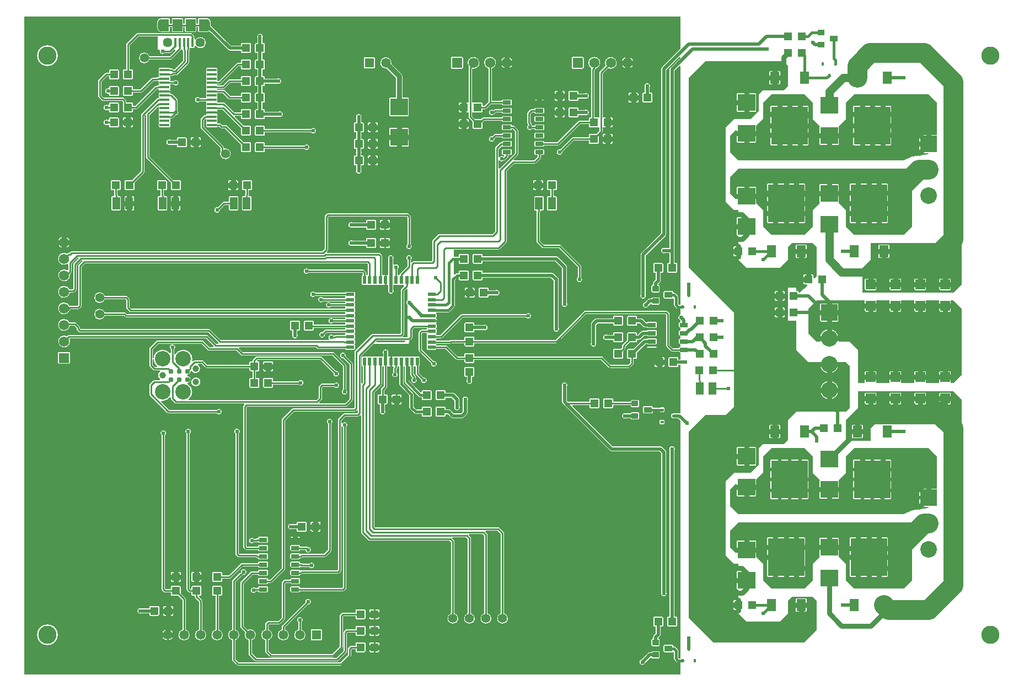
<source format=gtl>
G04 ================== begin FILE IDENTIFICATION RECORD ==================*
G04 Layout Name:  radiotelescope.brd*
G04 Film Name:    TOP*
G04 File Format:  Gerber RS274X*
G04 File Origin:  Cadence Allegro 17.4-S035*
G04 Origin Date:  Tue Feb 21 10:10:28 2023*
G04 *
G04 Layer:  ETCH/TOP*
G04 Layer:  PIN/TOP*
G04 Layer:  VIA CLASS/TOP*
G04 *
G04 Offset:    (0.00 0.00)*
G04 Mirror:    No*
G04 Mode:      Positive*
G04 Rotation:  0*
G04 FullContactRelief:  No*
G04 UndefLineWidth:     0.00*
G04 ================== end FILE IDENTIFICATION RECORD ====================*
%FSLAX35Y35*MOMM*%
%IR0*IPPOS*OFA0.00000B0.00000*MIA0B0*SFA1.00000B1.00000*%
%ADD14C,.6096*%
%ADD12C,1.5748*%
%ADD13C,1.397*%
%ADD16R,1.27X1.27*%
%ADD40R,1.524X1.524*%
%ADD17C,1.4732*%
%ADD20C,.991108*%
%ADD11R,1.5748X1.5748*%
%ADD18C,2.3749*%
%ADD28R,1.4732X1.4732*%
%ADD19C,.786892*%
%ADD22C,1.450086*%
%ADD37R,5.588X5.842*%
%ADD31R,2.7432X2.6162*%
%ADD38C,2.54*%
%ADD35R,.4318X.508*%
%ADD34R,.508X.4318*%
%ADD32R,1.016X.8636*%
%ADD10C,2.794*%
%ADD33R,1.27X.8636*%
%ADD27R,1.27X.635*%
%ADD30R,.4826X1.27*%
%ADD29R,1.27X.4826*%
%ADD39R,2.54X2.54*%
%ADD36R,1.4224X1.8288*%
%ADD15R,1.2192X1.9304*%
%ADD23O,.94996X1.89992*%
%ADD25R,.40005X1.35001*%
%ADD24R,1.199896X1.89992*%
%ADD21R,1.500124X.40005*%
%ADD26R,1.500124X1.89992*%
%ADD41C,.254*%
%ADD42C,.508*%
%ADD43C,.762*%
%ADD44C,1.27*%
%ADD45C,.381*%
%ADD46C,3.048*%
%ADD49C,1.829816*%
%ADD48C,1.398524*%
%ADD47C,1.728216*%
%ADD51C,2.795016*%
%ADD50C,3.201416*%
G75*
%LPD*%
G75*
G36*
G01X2894025Y4268775D02*
G03X2882849Y4241800I26966J-26975D01*
G01Y1498651D01*
X2814345D01*
G03X2794025Y1503731I-20333J-38154D01*
G01X2794000D01*
G03Y1417269I0J-43231D01*
G01X2794025D01*
G03X2814345Y1422349I-13J43234D01*
G01X2882849D01*
Y1270051D01*
X2857500D01*
G03X2844749Y1257300I0J-12751D01*
G01Y1130300D01*
G03X2857500Y1117549I12751J0D01*
G01X2984500D01*
G03X2997251Y1130300I0J12751D01*
G01Y1257300D01*
G03X2984500Y1270051I-12751J0D01*
G01X2959151D01*
Y4226001D01*
X3030652Y4297528D01*
G02X3048000Y4290339I7186J-7185D01*
G01Y628701D01*
X3023057D01*
X3014726Y637007D01*
Y747776D01*
G03X3005430Y770230I-31783J-8D01*
G01X2973400Y802259D01*
G03X2950921Y811581I-22492J-22474D01*
G01X2943911D01*
Y822960D01*
G03X2931160Y835711I-12751J0D01*
G01X2804160D01*
G03X2791409Y822960I0J-12751D01*
G01Y736600D01*
G03X2804160Y723849I12751J0D01*
G01X2931160D01*
G03X2936646Y725094I-8J12749D01*
G02X2951175Y715924I4368J-9173D01*
G01Y623824D01*
G03X2960472Y601370I31783J8D01*
G01X2987421Y574421D01*
G03X3009900Y565099I22492J22474D01*
G01X3048000D01*
Y473278D01*
X3044800Y472008D01*
G03Y391592I15912J-40208D01*
G01X3048000Y390322D01*
Y362001D01*
X3041650D01*
G03X3028899Y349250I0J-12751D01*
G01Y285750D01*
G03X3041650Y272999I12751J0D01*
G01X3048000D01*
Y235001D01*
X3041650D01*
G03X3028899Y222250I0J-12751D01*
G01Y158750D01*
G03X3041650Y145999I12751J0D01*
G01X3048000D01*
Y108001D01*
X3041650D01*
G03X3028899Y95250I0J-12751D01*
G01Y31750D01*
G03X3041650Y18999I12751J0D01*
G01X3048000D01*
Y-18999D01*
X3041650D01*
G03X3028899Y-31750I0J-12751D01*
G01Y-38049D01*
X2931541D01*
X2882951Y10541D01*
Y482600D01*
G03X2875483Y500583I-25441J-23D01*
G01X2850083Y525983D01*
G03X2832100Y533451I-18006J-17974D01*
G01X1587500D01*
G03X1569517Y525983I23J-25441D01*
G01X1132459Y88951D01*
X-114249D01*
Y127000D01*
G03X-127000Y139751I-12751J0D01*
G01X-254000D01*
G03X-266751Y127000I0J-12751D01*
G01Y88951D01*
X-469900D01*
G03X-488061Y81331I0J-25452D01*
G01X-695528D01*
X-696773Y84582D01*
G03X-699846Y89205I-11889J-4571D01*
G02Y103835I7051J7315D01*
G03X-696773Y108458I-8815J9194D01*
G01X-695528Y111709D01*
X-624840D01*
G03X-606857Y119177I-23J25441D01*
G01X-294259Y431749D01*
X676250D01*
G03X711200Y413969I34950J25461D01*
G03Y500431I0J43231D01*
G03X676250Y482651I0J-43241D01*
G01X-304800D01*
G03X-322783Y475183I23J-25441D01*
G01X-635381Y162611D01*
X-695528D01*
X-696773Y165862D01*
G03X-699846Y170485I-11889J-4571D01*
G02Y185115I7051J7315D01*
G03X-695909Y194310I-8807J9211D01*
G01Y242570D01*
G03X-699846Y251765I-12744J-16D01*
G02Y266395I7051J7315D01*
G03X-695909Y275590I-8807J9211D01*
G01Y323850D01*
G03X-699846Y333045I-12744J-16D01*
G02Y347675I7051J7315D01*
G03X-695909Y356870I-8807J9211D01*
G01Y405130D01*
G03X-699846Y414325I-12744J-16D01*
G02Y428955I7051J7315D01*
G03X-695909Y438150I-8807J9211D01*
G01Y486410D01*
G03X-699846Y495605I-12744J-16D01*
G02X-697814Y511759I7051J7318D01*
G01X-510540D01*
G03X-488061Y521081I-13J31795D01*
G01X-422021Y587121D01*
G03X-412699Y609600I-22474J22492D01*
G01Y1002843D01*
X-367843Y1047699D01*
X-353111D01*
Y1016000D01*
G03X-340360Y1003249I12751J0D01*
G01X-213360D01*
G03X-200609Y1016000I0J12751D01*
G01Y1143000D01*
G03X-213360Y1155751I-12751J0D01*
G01X-340360D01*
G03X-353111Y1143000I0J-12751D01*
G01Y1111301D01*
X-381000D01*
G03X-403479Y1101979I13J-31795D01*
G01X-414452Y1091006D01*
G02X-431800Y1098169I-7190J7177D01*
G01Y1301242D01*
X-431343Y1301699D01*
X-353111D01*
Y1270000D01*
G03X-340360Y1257249I12751J0D01*
G01X-213360D01*
G03X-200609Y1270000I0J12751D01*
G01Y1397000D01*
G03X-213360Y1409751I-12751J0D01*
G01X-340360D01*
G03X-353111Y1397000I0J-12751D01*
G01Y1365301D01*
X-431800D01*
Y1473149D01*
X254000D01*
G03X271983Y1480617I-23J25441D01*
G01X373583Y1582217D01*
G03X381051Y1600200I-17974J18006D01*
G01Y2681859D01*
X493141Y2793949D01*
X812800D01*
G03X830783Y2801417I-23J25441D01*
G01X900633Y2871267D01*
G03X908101Y2889250I-17974J18006D01*
G01Y2927299D01*
X946150D01*
G03X958901Y2940050I0J12751D01*
G01Y3003550D01*
G03X946150Y3016301I-12751J0D01*
G01X819150D01*
G03X806399Y3003550I0J-12751D01*
G01Y2940050D01*
G03X819150Y2927299I12751J0D01*
G01X857199D01*
Y2899791D01*
X802259Y2844851D01*
X492328D01*
G02X485165Y2862174I21J10151D01*
G01X551383Y2928417D01*
G03X558851Y2946400I-17974J18006D01*
G01Y3302000D01*
G03X551383Y3319983I-25441J-23D01*
G01X500583Y3370783D01*
G03X482600Y3378251I-18006J-17974D01*
G01X463601D01*
Y3384550D01*
G03X450850Y3397301I-12751J0D01*
G01X323850D01*
G03X311099Y3384550I0J-12751D01*
G01Y3321050D01*
G03X323850Y3308299I12751J0D01*
G01X450850D01*
G03X463601Y3321050I0J12751D01*
G01Y3327349D01*
X472059D01*
X507949Y3291459D01*
Y2956941D01*
X271374Y2720365D01*
G02X254051Y2727528I-7172J7184D01*
G01Y2835529D01*
G02X271932Y2842133I10158J5D01*
G03X338277Y2842870I32865J28039D01*
G01X339801Y2844749D01*
X342900D01*
G03X360883Y2852217I-23J25441D01*
G01X405333Y2896667D01*
G03X412801Y2914650I-17974J18006D01*
G01Y2927299D01*
X450850D01*
G03X463601Y2940050I0J12751D01*
G01Y3003550D01*
G03X450850Y3016301I-12751J0D01*
G01X323850D01*
G03X311099Y3003550I0J-12751D01*
G01Y2940050D01*
G03X323850Y2927299I12751J0D01*
G01X339522D01*
G02X346685Y2909976I-21J-10151D01*
G01X339928Y2903195D01*
G02X333019Y2902941I-3591J3598D01*
G03X304800Y2913431I-28219J-32711D01*
G03X271932Y2898267I0J-43202D01*
G02X254051Y2904871I-7723J6599D01*
G01Y3018409D01*
X297434Y3061818D01*
G02X313157Y3060141I7184J-7189D01*
G03X323850Y3054299I10711J6899D01*
G01X450850D01*
G03X463601Y3067050I0J12751D01*
G01Y3130550D01*
G03X450850Y3143301I-12751J0D01*
G01X323850D01*
G03X311099Y3130550I0J-12751D01*
G01Y3124251D01*
X298450D01*
G03X280467Y3116783I23J-25441D01*
G01X210617Y3046933D01*
G03X203149Y3028950I17974J-18006D01*
G01Y1757020D01*
X160807Y1714652D01*
X-647573D01*
G03X-665556Y1707210I0J-25448D01*
G01X-754583Y1618183D01*
G03X-762051Y1600200I17974J-18006D01*
G01Y1305941D01*
X-772541Y1295451D01*
X-1046480D01*
G03X-1064463Y1287983I23J-25441D01*
G01X-1074826Y1277645D01*
G02X-1092149Y1284808I-7172J7184D01*
G01Y1311250D01*
G03X-1074369Y1346200I-25461J34950D01*
G03X-1160831I-43231J0D01*
G03X-1143051Y1311250I43241J0D01*
G01Y1222121D01*
X-1252423Y1112723D01*
G03X-1259891Y1094740I17974J-18006D01*
G01Y1082091D01*
X-1290269D01*
Y1171550D01*
G03X-1272489Y1206500I-25461J34950D01*
G03X-1315720Y1249731I-43231J0D01*
G03X-1342415Y1240485I21J-43223D01*
G02X-1358849Y1248461I-6274J7991D01*
G01Y1325855D01*
G03X-1353769Y1346175I-38154J20333D01*
G01Y1346200D01*
G03X-1440231I-43231J0D01*
G01Y1346175D01*
G03X-1435151Y1325855I43234J13D01*
G01Y1082091D01*
X-1534109D01*
Y1381760D01*
G03X-1541577Y1399743I-25441J-23D01*
G01X-1559560Y1417726D01*
G03X-1577543Y1425194I-18006J-17974D01*
G01X-2375129D01*
G02X-2382291Y1442517I21J10151D01*
G01X-2369617Y1455217D01*
G03X-2362149Y1473200I-17974J18006D01*
G01Y1970659D01*
X-2351659Y1981149D01*
X-1153541D01*
X-1143051Y1970659D01*
Y1558950D01*
G03X-1160831Y1524000I25461J-34950D01*
G03X-1074369I43231J0D01*
G03X-1092149Y1558950I-43241J0D01*
G01Y1981200D01*
G03X-1099617Y1999183I-25441J-23D01*
G01X-1125017Y2024583D01*
G03X-1143000Y2032051I-18006J-17974D01*
G01X-2362200D01*
G03X-2380183Y2024583I23J-25441D01*
G01X-2405583Y1999183D01*
G03X-2413051Y1981200I17974J-18006D01*
G01Y1483741D01*
X-2448941Y1447851D01*
X-6299200D01*
G03X-6317183Y1440383I23J-25441D01*
G01X-6335141Y1422451D01*
X-6350051D01*
G03X-6368009Y1415009I30J-25459D01*
G01X-6369380Y1413637D01*
G03X-6413500Y1424991I-44142J-80132D01*
G03Y1242009I0J-91491D01*
G03X-6365519Y1255598I0J91500D01*
G02X-6350051Y1246962I5314J-8653D01*
G01Y1166038D01*
G02X-6365519Y1157402I-10154J17D01*
G03X-6413500Y1170991I-47981J-77911D01*
G03X-6322009Y1079500I0J-91491D01*
G01Y1079602D01*
G03X-6324117Y1099109I-91499J-21D01*
G01X-6324702Y1101827D01*
X-6306617Y1119911D01*
G03X-6299149Y1137895I-17974J18006D01*
G01Y1259459D01*
X-6202299Y1356309D01*
X-6197168D01*
G02X-6190005Y1338986I-21J-10151D01*
G01X-6266383Y1262583D01*
G03X-6273851Y1244600I17974J-18006D01*
G01Y874141D01*
X-6284341Y863651D01*
X-6330340D01*
G03X-6413500Y916991I-83160J-38155D01*
G03Y734009I0J-91491D01*
G03X-6323584Y808609I0J91488D01*
G01X-6322797Y812749D01*
X-6273800D01*
G03X-6255817Y820217I-23J25441D01*
G01X-6230417Y845617D01*
G03X-6222949Y863600I-17974J18006D01*
G01Y1234059D01*
X-6141339Y1315669D01*
X-6136208D01*
G02X-6129045Y1298346I-21J-10151D01*
G01X-6190183Y1237209D01*
G03X-6197651Y1219225I17980J-18008D01*
G01Y620141D01*
X-6208141Y609651D01*
X-6330340D01*
G03X-6413500Y662991I-83160J-38155D01*
G03Y480009I0J-91491D01*
G03X-6325514Y546405I0J91496D01*
G01X-6325159Y547675D01*
X-6314084Y558749D01*
X-6197575D01*
G03X-6179591Y566217I-25J25447D01*
G01X-6154217Y591591D01*
G03X-6146749Y609575I-17980J18008D01*
G01Y1208659D01*
X-6090539Y1264869D01*
X-1758061D01*
X-1747571Y1254379D01*
Y1082091D01*
X-1777949D01*
Y1117600D01*
G03X-1785417Y1135583I-25441J-23D01*
G01X-1810817Y1160983D01*
G03X-1828800Y1168451I-18006J-17974D01*
G01X-2657450D01*
G03X-2692400Y1186231I-34950J-25461D01*
G03Y1099769I0J-43231D01*
G03X-2657450Y1117549I0J43241D01*
G01X-1839341D01*
X-1828851Y1107059D01*
Y1082497D01*
X-1832102Y1081253D01*
G03X-1840281Y1069340I4586J-11913D01*
G01Y942340D01*
G03X-1827530Y929589I12751J0D01*
G01X-1435151D01*
Y858545D01*
G03X-1440231Y838225I38154J-20333D01*
G01Y838200D01*
G03X-1353769I43231J0D01*
G01Y838225D01*
G03X-1358849Y858545I-43234J-13D01*
G01Y929589D01*
X-1201014D01*
G02X-1193825Y912241I5J-10161D01*
G01X-1237183Y868883D01*
G03X-1244651Y850900I17974J-18006D01*
G01Y188341D01*
X-1255141Y177851D01*
X-1676400D01*
G03X-1694383Y170383I23J-25441D01*
G01X-1948383Y-83617D01*
G03X-1955851Y-101600I17974J-18006D01*
G01Y-954659D01*
X-1966341Y-965149D01*
X-2895600D01*
G03X-2913583Y-972617I23J-25441D01*
G01X-3065983Y-1125017D01*
G03X-3073451Y-1143000I17974J-18006D01*
G01Y-3418459D01*
X-3249041Y-3594049D01*
X-3282899D01*
Y-3587750D01*
G03X-3295650Y-3574999I-12751J0D01*
G01X-3422650D01*
G03X-3435401Y-3587750I0J-12751D01*
G01Y-3651250D01*
G03X-3422650Y-3664001I12751J0D01*
G01X-3295650D01*
G03X-3282899Y-3651250I0J12751D01*
G01Y-3644951D01*
X-3238500D01*
G03X-3220517Y-3637483I-23J25441D01*
G01X-3030017Y-3446983D01*
G03X-3022549Y-3429000I-17974J18006D01*
G01Y-1153541D01*
X-2885059Y-1016051D01*
X-1955800D01*
G03X-1937817Y-1008583I-23J25441D01*
G01X-1922374Y-993165D01*
G02X-1905051Y-1000328I7172J-7184D01*
G01Y-1030834D01*
X-1915566Y-1041349D01*
X-2108200D01*
G03X-2126183Y-1048817I23J-25441D01*
G01X-2202383Y-1125017D01*
G03X-2209851Y-1143000I17974J-18006D01*
G01Y-3443859D01*
X-2220341Y-3454349D01*
X-2762250D01*
G03X-2775331Y-3457981I21J-25445D01*
G02X-2789326Y-3454349I-5206J8720D01*
G03X-2800350Y-3447999I-11024J-6393D01*
G01X-2927350D01*
G03X-2940101Y-3460750I0J-12751D01*
G01Y-3524250D01*
G03X-2927350Y-3537001I12751J0D01*
G01X-2800350D01*
G03X-2787599Y-3524250I0J12751D01*
G01Y-3517951D01*
X-2774950D01*
G03X-2756967Y-3510483I-23J25441D01*
G01X-2751709Y-3505251D01*
X-2209800D01*
G03X-2191817Y-3497783I-23J25441D01*
G01X-2166417Y-3472383D01*
G03X-2158949Y-3454400I-17974J18006D01*
G01Y-1253871D01*
G02X-2141068Y-1247267I10158J5D01*
G03X-2133651Y-1254150I32912J28025D01*
G01Y-1275080D01*
G03X-2128368Y-1290599I25436J0D01*
G01Y-3710559D01*
X-2138858Y-3721049D01*
X-2787599D01*
Y-3714750D01*
G03X-2800350Y-3701999I-12751J0D01*
G01X-2927350D01*
G03X-2940101Y-3714750I0J-12751D01*
G01Y-3778250D01*
G03X-2927350Y-3791001I12751J0D01*
G01X-2800350D01*
G03X-2787599Y-3778250I0J12751D01*
G01Y-3771951D01*
X-2128317D01*
G03X-2110334Y-3764483I-23J25441D01*
G01X-2084934Y-3739083D01*
G03X-2077466Y-3721100I-17974J18006D01*
G01Y-1280363D01*
G03X-2081860Y-1266088I-25444J-19D01*
G01X-2082749Y-1264793D01*
Y-1254150D01*
G03X-2064969Y-1219200I-25461J34950D01*
G03X-2108200Y-1175969I-43231J0D01*
G03X-2141068Y-1191133I0J-43202D01*
G02X-2158949Y-1184529I-7723J6599D01*
G01Y-1153541D01*
X-2097659Y-1092251D01*
X-1905025D01*
G03X-1887042Y-1084783I-23J25441D01*
G01X-1871574Y-1069340D01*
G02X-1854251Y-1076503I7172J-7184D01*
G01Y-2870200D01*
G03X-1846783Y-2888183I25441J23D01*
G01X-1745183Y-2989783D01*
G03X-1727200Y-2997251I18006J17974D01*
G01X-493141D01*
X-469951Y-3020441D01*
Y-4112412D01*
G03X-527101Y-4191000I25458J-78588D01*
G03X-361899I82601J0D01*
G03X-419049Y-4112412I-82608J0D01*
G01Y-3009900D01*
G03X-426517Y-2991917I-25441J-23D01*
G01X-454635Y-2963774D01*
G02X-447472Y-2946451I7184J7172D01*
G01X-239141D01*
X-215951Y-2969641D01*
Y-4112412D01*
G03X-273101Y-4191000I25458J-78588D01*
G03X-107899I82601J0D01*
G03X-165049Y-4112412I-82608J0D01*
G01Y-2959100D01*
G03X-172517Y-2941117I-25441J-23D01*
G01X-200635Y-2912974D01*
G02X-193472Y-2895651I7184J7172D01*
G01X14859D01*
X38049Y-2918841D01*
Y-4112412D01*
G03X-19101Y-4191000I25458J-78588D01*
G03X146101I82601J0D01*
G03X88951Y-4112412I-82608J0D01*
G01Y-2908300D01*
G03X81483Y-2890317I-25441J-23D01*
G01X53365Y-2862174D01*
G02X60528Y-2844851I7184J7172D01*
G01X243459D01*
X292049Y-2893441D01*
Y-4112412D01*
G03X234899Y-4191000I25458J-78588D01*
G03X400101I82601J0D01*
G03X342951Y-4112412I-82608J0D01*
G01Y-2882900D01*
G03X335483Y-2864917I-25441J-23D01*
G01X271983Y-2801417D01*
G03X254000Y-2793949I-18006J-17974D01*
G01X-1640459D01*
X-1650949Y-2783459D01*
Y-721741D01*
X-1541577Y-612343D01*
G03X-1534109Y-594360I-17974J18006D01*
G01Y-320091D01*
X-1503731D01*
Y-619379D01*
X-1541983Y-657657D01*
G03X-1549451Y-675640I17974J-18006D01*
G01Y-749249D01*
X-1587500D01*
G03X-1600251Y-762000I0J-12751D01*
G01Y-889000D01*
G03X-1587500Y-901751I12751J0D01*
G01X-1562151D01*
Y-995655D01*
G03X-1567231Y-1015975I38154J-20333D01*
G01Y-1016000D01*
G03X-1480769I43231J0D01*
G01Y-1015975D01*
G03X-1485849Y-995655I-43234J-13D01*
G01Y-901751D01*
X-1460500D01*
G03X-1447749Y-889000I0J12751D01*
G01Y-762000D01*
G03X-1460500Y-749249I-12751J0D01*
G01X-1498549D01*
Y-686181D01*
X-1460297Y-647903D01*
G03X-1452829Y-629920I-17974J18006D01*
G01Y-320091D01*
X-1362812D01*
G02X-1354023Y-335331I-11J-10160D01*
G03X-1359205Y-350723I20315J-15407D01*
G01Y-388417D01*
G03X-1359027Y-390449I25427J1201D01*
G01X-1359002Y-390754D01*
Y-409575D01*
G03X-1376731Y-444500I25535J-34925D01*
G03X-1290269I43231J0D01*
G03X-1307998Y-409575I-43264J0D01*
G01Y-388620D01*
G03X-1308176Y-386588I-25427J-1201D01*
G01X-1308202Y-386283D01*
Y-361213D01*
X-1297737Y-350723D01*
G03X-1290269Y-332740I-17974J18006D01*
G01Y-320091D01*
X-1266241D01*
Y-594360D01*
G03X-1256919Y-616839I31795J13D01*
G01X-1111301Y-762457D01*
Y-952500D01*
G03X-1101979Y-974979I31795J13D01*
G01X-1038479Y-1038479D01*
G03X-1016000Y-1047801I22492J22474D01*
G01X-924611D01*
Y-1079500D01*
G03X-911860Y-1092251I12751J0D01*
G01X-784860D01*
G03X-772109Y-1079500I0J12751D01*
G01Y-952500D01*
G03X-784860Y-939749I-12751J0D01*
G01X-911860D01*
G03X-924611Y-952500I0J-12751D01*
G01Y-984199D01*
X-1002843D01*
X-1047699Y-939343D01*
Y-749300D01*
G03X-1057021Y-726821I-31795J-13D01*
G01X-1202639Y-581203D01*
Y-320091D01*
X-1184961D01*
Y-552450D01*
G03X-1175639Y-574929I31795J13D01*
G01X-966089Y-784479D01*
G03X-943610Y-793801I22492J22474D01*
G01X-924611D01*
Y-825500D01*
G03X-911860Y-838251I12751J0D01*
G01X-784860D01*
G03X-772109Y-825500I0J12751D01*
G01Y-698500D01*
G03X-784860Y-685749I-12751J0D01*
G01X-911860D01*
G03X-924611Y-698500I0J-12751D01*
G01Y-711530D01*
G02X-941934Y-718718I-10154J4D01*
G01X-1121359Y-539293D01*
Y-320091D01*
X-1097331D01*
Y-447040D01*
G03X-1089863Y-465023I25441J23D01*
G01X-1066851Y-488061D01*
Y-498373D01*
X-1068730Y-499897D01*
G03X-1084631Y-533400I27345J-33503D01*
G03X-998169I43231J0D01*
G03X-1015949Y-498450I-43241J0D01*
G01Y-477520D01*
G03X-1023417Y-459537I-25441J-23D01*
G01X-1046429Y-436499D01*
Y-320091D01*
X-1016051D01*
Y-431800D01*
G03X-1008583Y-449783I25441J23D01*
G01X-931774Y-526618D01*
X-932002Y-529031D01*
Y-529057D01*
G03X-932231Y-533400I42997J-4441D01*
G03X-889000Y-490169I43231J0D01*
G03X-893369Y-490398I72J-43227D01*
G01X-895782Y-490626D01*
X-965149Y-421259D01*
Y-320497D01*
X-961898Y-319253D01*
G03X-953719Y-307340I-4586J11913D01*
G01Y-180340D01*
G03X-966470Y-167589I-12751J0D01*
G01X-1440129D01*
Y-121945D01*
G03X-1435049Y-101625I-38154J20333D01*
G01Y-101600D01*
G03X-1521511I-43231J0D01*
G01Y-101625D01*
G03X-1516431Y-121945I43234J13D01*
G01Y-167589D01*
X-1827530D01*
G03X-1840281Y-180340I0J-12751D01*
G01Y-307340D01*
G03X-1832102Y-319253I12765J0D01*
G01X-1828851Y-320497D01*
Y-573659D01*
X-1836826Y-581635D01*
G02X-1854149Y-574472I-7172J7184D01*
G01Y-162941D01*
X-1665783Y25451D01*
X-1128141D01*
X-1117651Y35966D01*
Y75794D01*
X-1113409Y76505D01*
G03X-1099617Y83617I-4207J25087D01*
G01X-1074217Y109017D01*
G03X-1066749Y127000I-17974J18006D01*
G01Y243459D01*
X-1035939Y274269D01*
X-848792D01*
X-847547Y271018D01*
G03X-844474Y266395I11889J4571D01*
G02Y251765I-7051J-7315D01*
G03X-847547Y247142I8815J-9194D01*
G01X-848792Y243891D01*
X-924560D01*
G03X-942543Y236423I23J-25441D01*
G01X-960526Y218440D01*
G03X-967994Y200457I17974J-18006D01*
G01Y-73457D01*
G03X-960526Y-91440I25441J23D01*
G01X-779374Y-272618D01*
X-779602Y-275031D01*
Y-275057D01*
G03X-779831Y-279400I42997J-4441D01*
G03X-736600Y-236169I43231J0D01*
G03X-740969Y-236398I72J-43227D01*
G01X-743382Y-236626D01*
X-917092Y-62916D01*
Y189916D01*
X-914019Y192989D01*
X-848792D01*
X-847547Y189738D01*
G03X-844474Y185115I11889J4571D01*
G02Y170485I-7051J-7315D01*
G03X-848411Y161290I8807J-9211D01*
G01Y113030D01*
G03X-844474Y103835I12744J16D01*
G02Y89205I-7051J-7315D01*
G03X-848411Y80010I8807J-9211D01*
G01Y31750D01*
G03X-844474Y22555I12744J16D01*
G02Y7925I-7051J-7315D01*
G03X-848411Y-1270I8807J-9211D01*
G01Y-49530D01*
G03X-835660Y-62281I12751J0D01*
G01X-708660D01*
G03X-696773Y-54102I0J12728D01*
G01X-695528Y-50851D01*
X-556641D01*
X-398983Y-208483D01*
G03X-381000Y-215951I18006J17974D01*
G01X-266751D01*
Y-254000D01*
G03X-254000Y-266751I12751J0D01*
G01X-127000D01*
G03X-114249Y-254000I0J12751D01*
G01Y-215951D01*
X1830959D01*
X1950517Y-335483D01*
G03X1968500Y-342951I18006J17974D01*
G01X2260600D01*
G03X2278583Y-335483I-23J25441D01*
G01X2326843Y-287223D01*
G03X2334311Y-269240I-17974J18006D01*
G01Y-203251D01*
X2372360D01*
G03X2385111Y-190500I0J12751D01*
G01Y-104699D01*
X2515159Y25349D01*
X2535072D01*
X2536596Y23546D01*
G03X2546350Y18999I9754J8189D01*
G01X2673350D01*
G03X2686101Y31750I0J12751D01*
G01Y95250D01*
G03X2673350Y108001I-12751J0D01*
G01X2546350D01*
G03X2536596Y103454I0J-12735D01*
G01X2535072Y101651D01*
X2499360D01*
G03X2472385Y90475I0J-38142D01*
G01X2331161Y-50749D01*
X2245360D01*
G03X2232609Y-63500I0J-12751D01*
G01Y-190500D01*
G03X2245360Y-203251I12751J0D01*
G01X2283409D01*
Y-258699D01*
X2250059Y-292049D01*
X1979041D01*
X1859483Y-172517D01*
G03X1841500Y-165049I-18006J-17974D01*
G01X-114249D01*
Y-127000D01*
G03X-127000Y-114249I-12751J0D01*
G01X-254000D01*
G03X-266751Y-127000I0J-12751D01*
G01Y-165049D01*
X-370459D01*
X-528117Y-7417D01*
G03X-546100Y51I-18006J-17974D01*
G01X-695528D01*
X-696773Y3302D01*
G03X-699846Y7925I-11889J-4571D01*
G02Y22555I7051J7315D01*
G03X-696773Y27178I-8815J9194D01*
G01X-695528Y30429D01*
X-477520D01*
G03X-459359Y38049I0J25452D01*
G01X-266751D01*
Y0D01*
G03X-254000Y-12751I12751J0D01*
G01X-127000D01*
G03X-114249Y0I0J12751D01*
G01Y38049D01*
X1143000D01*
G03X1160983Y45517I-23J25441D01*
G01X1598041Y482549D01*
X2821559D01*
X2832049Y472059D01*
Y0D01*
G03X2839517Y-17983I25441J23D01*
G01X2903017Y-81483D01*
G03X2921000Y-88951I18006J17974D01*
G01X3028899D01*
Y-95250D01*
G03X3041650Y-108001I12751J0D01*
G01X3048000D01*
Y-215849D01*
X3020111D01*
Y-190500D01*
G03X3007360Y-177749I-12751J0D01*
G01X2880360D01*
G03X2867609Y-190500I0J-12751D01*
G01Y-317500D01*
G03X2880360Y-330251I12751J0D01*
G01X3007360D01*
G03X3020111Y-317500I0J12751D01*
G01Y-292151D01*
X3048000D01*
Y-1041349D01*
X2946400D01*
G03X2930754Y-1044727I47J-38141D01*
G01X2929738Y-1045159D01*
X2921000D01*
G03X2908249Y-1057910I0J-12751D01*
G01Y-1101090D01*
G03X2921000Y-1113841I12751J0D01*
G01X2929738D01*
X2930754Y-1114273D01*
G03X2946400Y-1117651I15693J34762D01*
G01X3019501D01*
X3048000Y-1146124D01*
Y-4806899D01*
X3023057D01*
X3014726Y-4798593D01*
Y-4687824D01*
G03X3005430Y-4665370I-31783J-8D01*
G01X2973400Y-4633341D01*
G03X2950921Y-4624019I-22492J-22474D01*
G01X2943911D01*
Y-4612640D01*
G03X2931160Y-4599889I-12751J0D01*
G01X2804160D01*
G03X2791409Y-4612640I0J-12751D01*
G01Y-4699000D01*
G03X2804160Y-4711751I12751J0D01*
G01X2931160D01*
G03X2936646Y-4710506I-8J12749D01*
G02X2951175Y-4719676I4368J-9173D01*
G01Y-4811776D01*
G03X2960472Y-4834230I31783J8D01*
G01X2987421Y-4861179D01*
G03X3009900Y-4870501I22492J22474D01*
G01X3048000D01*
Y-5054575D01*
X-7023075D01*
Y5054575D01*
X3048000D01*
Y4562424D01*
X2767025Y4281475D01*
G03X2755849Y4254500I26966J-26975D01*
G01Y1730273D01*
X2449525Y1423949D01*
G03X2438349Y1396975I26966J-26975D01*
G01Y782345D01*
G03X2433269Y762025I38154J-20333D01*
G01Y762000D01*
G03X2519731I43231J0D01*
G01Y762025D01*
G03X2514651Y782345I-43234J-13D01*
G01Y1381176D01*
X2820975Y1687500D01*
G03X2832151Y1714475I-26966J26975D01*
G01Y4238701D01*
X3030652Y4437228D01*
G02X3048000Y4430039I7186J-7185D01*
G01Y4422724D01*
X2894025Y4268775D01*
G37*
G36*
G01X-1615059Y76149D02*
X-1182395D01*
G02X-1175207Y58826I-5J-10155D01*
G01X-1175817Y58217D01*
G02X-1193800Y50749I-18006J17974D01*
G01X-1615948D01*
G02X-1623136Y68097I-5J10161D01*
G01X-1615059Y76149D01*
G37*
G36*
G01X-1193749Y840359D02*
X-1160297Y873836D01*
G02X-1142949Y866648I7187J-7183D01*
G01Y695427D01*
G03Y625373I25364J-35027D01*
G01Y127051D01*
X-1209472D01*
G02X-1216635Y144374I21J10151D01*
G01X-1201217Y159817D01*
G03X-1193749Y177800I-17974J18006D01*
G01Y840359D01*
G37*
G36*
G01X3429000Y4368800D02*
X4635500D01*
X4699000Y4305300D01*
Y3987800D01*
X4635500Y3924300D01*
X4318000D01*
X4254500Y3860800D01*
Y3606800D01*
X4127500Y3479800D01*
X3873500D01*
X3746500Y3352800D01*
Y2209800D01*
X3873500Y2082800D01*
X3937000D01*
Y1972361D01*
X3926840D01*
G03X3914089Y1959610I0J-12751D01*
G01Y1697990D01*
G03X3926840Y1685239I12751J0D01*
G01X3937000D01*
Y1524051D01*
X3873500D01*
G03X3860749Y1511300I0J-12751D01*
G01Y1384300D01*
G03X3873500Y1371549I12751J0D01*
G01X3937000D01*
Y1320800D01*
X4064000Y1193800D01*
X4572000D01*
X4699000Y1320800D01*
Y1511300D01*
X4762500Y1574800D01*
X5080000D01*
X5143500Y1511300D01*
Y1066800D01*
X5110074Y1033374D01*
G02X5092751Y1040562I-7168J7193D01*
G01Y1079500D01*
G03X5080000Y1092251I-12751J0D01*
G01X4953000D01*
G03X4940249Y1079500I0J-12751D01*
G01Y952500D01*
G03X4953000Y939749I12751J0D01*
G01X4991938D01*
G02X4999126Y922426I-5J-10155D01*
G01X4953000Y876300D01*
X4940300D01*
X4878934Y814934D01*
G02X4861611Y822122I-7168J7193D01*
G01Y825500D01*
G03X4848860Y838251I-12751J0D01*
G01X4826000D01*
Y889000D01*
X4699000D01*
Y381000D01*
X4826000D01*
Y-63500D01*
X5016500Y-254000D01*
X5185486D01*
G02X5195545Y-265532I-10J-10161D01*
G03X5194249Y-284480I138453J-18984D01*
G03X5473751I139751J0D01*
G03X5472455Y-265532I-139748J-35D01*
G02X5482514Y-254000I10068J1371D01*
G01X5588000D01*
X5651500Y-317500D01*
Y-952500D01*
X5588000Y-1016000D01*
X4826000D01*
X4699000Y-1143000D01*
Y-1447800D01*
X4635500Y-1511300D01*
X4318000D01*
X4254500Y-1574800D01*
Y-1828800D01*
X4127500Y-1955800D01*
X3873500D01*
X3746500Y-2082800D01*
Y-3225800D01*
X3873500Y-3352800D01*
X3937000D01*
Y-3463239D01*
X3926840D01*
G03X3914089Y-3475990I0J-12751D01*
G01Y-3737610D01*
G03X3926840Y-3750361I12751J0D01*
G01X3937000D01*
Y-3911549D01*
X3873500D01*
G03X3860749Y-3924300I0J-12751D01*
G01Y-4051300D01*
G03X3873500Y-4064051I12751J0D01*
G01X3937000D01*
Y-4114800D01*
X4064000Y-4241800D01*
X4572000D01*
X4699000Y-4114800D01*
Y-3924300D01*
X4762500Y-3860800D01*
X5080000D01*
X5143500Y-3924300D01*
Y-4368800D01*
X4953000Y-4559300D01*
X3556000D01*
X3175000Y-4178300D01*
Y-1320800D01*
X3429000Y-1066800D01*
X3746500D01*
X3873500Y-939800D01*
Y508000D01*
X3175000Y1206500D01*
Y4114800D01*
X3429000Y4368800D01*
G37*
G36*
G01X5483911Y-2967990D02*
G03X5471160Y-2955239I-12751J0D01*
G01X5196840D01*
G03X5184089Y-2967990I0J-12751D01*
G01Y-3229610D01*
G03X5187544Y-3238322I12746J13D01*
G01X5190896Y-3241904D01*
X5080000Y-3352800D01*
Y-3606800D01*
X4953000Y-3733800D01*
X4445000D01*
X4318000Y-3606800D01*
Y-3352800D01*
X4213911Y-3248711D01*
Y-3006090D01*
G03X4201160Y-2993339I-12751J0D01*
G01X3926840D01*
G03X3914089Y-3006090I0J-12751D01*
G01Y-3178378D01*
G02X3896766Y-3185566I-10155J5D01*
G01X3810000Y-3098800D01*
Y-2844800D01*
X3937000Y-2717800D01*
X6604000D01*
Y-3606800D01*
X6477000Y-3733800D01*
X5715000D01*
X5588000Y-3606800D01*
Y-3352800D01*
X5477104Y-3241904D01*
X5480456Y-3238322D01*
G03X5483911Y-3229610I-9291J8725D01*
G01Y-2967990D01*
G37*
G36*
G01X6718249Y-2463800D02*
G03X6731000Y-2476551I12751J0D01*
G01X6847688D01*
G02X6852437Y-2495677I-7J-10155D01*
G01X6845275Y-2499462D01*
X6604000Y-2527300D01*
X6480937Y-2590317D01*
X6477000Y-2590800D01*
X3937000D01*
X3810000Y-2463800D01*
Y-2209800D01*
X3896766Y-2123034D01*
G02X3914089Y-2130222I7168J-7193D01*
G01Y-2302510D01*
G03X3926840Y-2315261I12751J0D01*
G01X4201160D01*
G03X4213911Y-2302510I0J12751D01*
G01Y-2059889D01*
X4318000Y-1955800D01*
Y-1701800D01*
X4445000Y-1574800D01*
X4953000D01*
X5080000Y-1701800D01*
Y-1955800D01*
X5190896Y-2066696D01*
X5187544Y-2070278D01*
G03X5184089Y-2078990I9291J-8725D01*
G01Y-2340610D01*
G03X5196840Y-2353361I12751J0D01*
G01X5471160D01*
G03X5483911Y-2340610I0J12751D01*
G01Y-2078990D01*
G03X5480456Y-2070278I-12746J-13D01*
G01X5477104Y-2066696D01*
X5588000Y-1955800D01*
Y-1701800D01*
X5715000Y-1574800D01*
X6858000D01*
X6985000Y-1701800D01*
Y-2197049D01*
X6731000D01*
G03X6718249Y-2209800I0J-12751D01*
G01Y-2463800D01*
G37*
G36*
G01X5483911Y2467610D02*
G03X5471160Y2480361I-12751J0D01*
G01X5196840D01*
G03X5184089Y2467610I0J-12751D01*
G01Y2205990D01*
G03X5187544Y2197278I12746J13D01*
G01X5190896Y2193696D01*
X5080000Y2082800D01*
Y1828800D01*
X4953000Y1701800D01*
X4445000D01*
X4318000Y1828800D01*
Y2082800D01*
X4213911Y2186889D01*
Y2429510D01*
G03X4201160Y2442261I-12751J0D01*
G01X3926840D01*
G03X3914089Y2429510I0J-12751D01*
G01Y2257222D01*
G02X3896766Y2250034I-10155J5D01*
G01X3810000Y2336800D01*
Y2590800D01*
X3937000Y2717800D01*
X6604000D01*
Y1828800D01*
X6477000Y1701800D01*
X5715000D01*
X5588000Y1828800D01*
Y2082800D01*
X5477104Y2193696D01*
X5480456Y2197278D01*
G03X5483911Y2205990I-9291J8725D01*
G01Y2467610D01*
G37*
G36*
G01X5715000Y3860800D02*
X6858000D01*
X6985000Y3733800D01*
Y3238551D01*
X6731000D01*
G03X6718249Y3225800I0J-12751D01*
G01Y2971800D01*
G03X6731000Y2959049I12751J0D01*
G01X6847688D01*
G02X6852437Y2939923I-7J-10155D01*
G01X6845275Y2936138D01*
X6604000Y2908300D01*
X6480937Y2845283D01*
X6477000Y2844800D01*
X3937000D01*
X3810000Y2971800D01*
Y3225800D01*
X3896766Y3312566D01*
G02X3914089Y3305378I7168J-7193D01*
G01Y3133090D01*
G03X3926840Y3120339I12751J0D01*
G01X4201160D01*
G03X4213911Y3133090I0J12751D01*
G01Y3375711D01*
X4318000Y3479800D01*
Y3733800D01*
X4445000Y3860800D01*
X4953000D01*
X5080000Y3733800D01*
Y3479800D01*
X5190896Y3368904D01*
X5187544Y3365322D01*
G03X5184089Y3356610I9291J-8725D01*
G01Y3094990D01*
G03X5196840Y3082239I12751J0D01*
G01X5471160D01*
G03X5483911Y3094990I0J12751D01*
G01Y3356610D01*
G03X5480456Y3365322I-12746J-13D01*
G01X5477104Y3368904D01*
X5588000Y3479800D01*
Y3733800D01*
X5715000Y3860800D01*
G37*
G36*
G01X7200951Y698500D02*
X7239000D01*
X7366000Y571500D01*
Y-444500D01*
X7239000Y-571500D01*
X7200951D01*
Y-406400D01*
G03X7188200Y-393649I-12751J0D01*
G01X7035800D01*
G03X7023049Y-406400I0J-12751D01*
G01Y-571500D01*
X6819951D01*
Y-406400D01*
G03X6807200Y-393649I-12751J0D01*
G01X6654800D01*
G03X6642049Y-406400I0J-12751D01*
G01Y-571500D01*
X6438951D01*
Y-406400D01*
G03X6426200Y-393649I-12751J0D01*
G01X6273800D01*
G03X6261049Y-406400I0J-12751D01*
G01Y-571500D01*
X6057951D01*
Y-406400D01*
G03X6045200Y-393649I-12751J0D01*
G01X5892800D01*
G03X5880049Y-406400I0J-12751D01*
G01Y-571500D01*
X5778500D01*
Y-63500D01*
X5651500Y63500D01*
X5478983D01*
G02X5469153Y76251I-2J10163D01*
G03X5473751Y111760I-135148J35550D01*
G03X5194249I-139751J0D01*
G03X5198847Y76251I139746J41D01*
G02X5189017Y63500I-9828J-2588D01*
G01X5143500D01*
X5016500Y190500D01*
Y571500D01*
X5143500Y698500D01*
X5880049D01*
Y533400D01*
G03X5892800Y520649I12751J0D01*
G01X6045200D01*
G03X6057951Y533400I0J12751D01*
G01Y698500D01*
X6261049D01*
Y533400D01*
G03X6273800Y520649I12751J0D01*
G01X6426200D01*
G03X6438951Y533400I0J12751D01*
G01Y698500D01*
X6642049D01*
Y533400D01*
G03X6654800Y520649I12751J0D01*
G01X6807200D01*
G03X6819951Y533400I0J12751D01*
G01Y698500D01*
X7023049D01*
Y533400D01*
G03X7035800Y520649I12751J0D01*
G01X7188200D01*
G03X7200951Y533400I0J12751D01*
G01Y698500D01*
G37*
G36*
G01X5778500Y-698500D02*
X7239000D01*
X7366000Y-825500D01*
Y-1206500D01*
X6032500D01*
X5969000Y-1270000D01*
Y-1460500D01*
X5588000D01*
Y-1143000D01*
X5778500Y-952500D01*
Y-698500D01*
G37*
G36*
G01X7366000Y939800D02*
X7239000Y812800D01*
X5842000D01*
Y1193800D01*
X5969000Y1320800D01*
Y1574800D01*
X7366000D01*
Y939800D01*
G37*
%LPC*%
G75*
G36*
G01X-4409237Y4586986D02*
G02X-4421988Y4574235I-12763J13D01*
G01X-4481576D01*
Y4548378D01*
G02X-4489018Y4530395I-25448J0D01*
G01X-4493717Y4525670D01*
Y4352925D01*
G02X-4501185Y4334942I-25441J23D01*
G01X-4674438Y4161688D01*
G02X-4692421Y4154221I-18006J17974D01*
G01X-4734662D01*
X-4739386Y4149522D01*
G02X-4757369Y4142080I-17983J18006D01*
G01X-4784192D01*
X-4785716Y4139997D01*
G02X-4786935Y4138574I-10248J7551D01*
G03Y4131437I3633J-3569D01*
G02X-4783277Y4122522I-9068J-8928D01*
G01Y4082491D01*
G02X-4786935Y4073576I-12725J13D01*
G03Y4066438I3633J-3569D01*
G02X-4785716Y4065016I-9029J-8973D01*
G01X-4784192Y4062933D01*
X-4735043D01*
G02X-4700092Y4080739I34950J-25400D01*
G02Y3994277I0J-43231D01*
G02X-4735043Y4012082I0J43205D01*
G01X-4784192D01*
X-4785716Y4010000D01*
G02X-4786935Y4008577I-10248J7551D01*
G03Y4001440I3633J-3569D01*
G02X-4783277Y3992524I-9068J-8928D01*
G01Y3952494D01*
G02X-4786935Y3943579I-12725J13D01*
G03Y3936441I3633J-3569D01*
G02X-4783277Y3927526I-9068J-8928D01*
G01Y3887495D01*
G02X-4786935Y3878580I-12725J13D01*
G03Y3871443I3633J-3569D01*
G02X-4785716Y3870020I-9029J-8973D01*
G01X-4784192Y3867963D01*
X-4770603D01*
G02X-4761611Y3866312I-24J-25441D01*
G02X-4752619Y3860495I-9011J-23788D01*
G01X-4681017Y3788893D01*
G02X-4675200Y3779901I-17971J-18003D01*
G02X-4673549Y3770909I-23790J-9016D01*
G01Y3616630D01*
G02X-4656861Y3582492I-26573J-34138D01*
G02X-4700092Y3539261I-43231J0D01*
G02X-4704461Y3539490I72J43227D01*
G01X-4706874Y3539719D01*
X-4724679Y3521939D01*
X-4747108Y3499510D01*
G02X-4756099Y3493694I-18003J17971D01*
G02X-4765091Y3492043I-9016J23790D01*
G01X-4784192D01*
X-4785716Y3489985D01*
G02X-4786935Y3488563I-10248J7551D01*
G03Y3481426I3633J-3569D01*
G02X-4783277Y3472510I-9068J-8928D01*
G01Y3432480D01*
G02X-4786935Y3423564I-12725J13D01*
G03Y3416427I3633J-3569D01*
G02X-4783277Y3407512I-9068J-8928D01*
G01Y3367481D01*
G02X-4796003Y3354756I-12725J0D01*
G01X-4946015D01*
G02X-4958740Y3367481I0J12725D01*
G01Y3407512D01*
G02X-4955083Y3416427I12725J-13D01*
G03Y3423564I-3633J3569D01*
G02X-4958740Y3432480I9068J8928D01*
G01Y3472510D01*
G02X-4955083Y3481426I12725J-13D01*
G03Y3488563I-3633J3569D01*
G02X-4958740Y3497478I9068J8928D01*
G01Y3537509D01*
G02X-4955083Y3546424I12725J-13D01*
G03Y3553562I-3633J3569D01*
G02X-4958740Y3562477I9068J8928D01*
G01Y3602507D01*
G02X-4955083Y3611423I12725J-13D01*
G03Y3618560I-3633J3569D01*
G02X-4958740Y3627476I9068J8928D01*
G01Y3667506D01*
G02X-4955083Y3676421I12725J-13D01*
G03Y3683559I-3633J3569D01*
G02X-4955794Y3684321I8944J9061D01*
G01X-4955946Y3684499D01*
X-4958486Y3687013D01*
X-4960874D01*
X-5105349Y3542563D01*
Y2906141D01*
X-4739259Y2540051D01*
X-4635500D01*
G02X-4622749Y2527300I0J-12751D01*
G01Y2400300D01*
G02X-4635500Y2387549I-12751J0D01*
G01X-4762500D01*
G02X-4775251Y2400300I0J12751D01*
G01Y2504059D01*
X-5148783Y2877617D01*
G02X-5156251Y2895600I17974J18006D01*
G01Y3532175D01*
G03X-5173574Y3539338I-10151J-21D01*
G01X-5181549Y3531362D01*
Y2667000D01*
G02X-5189017Y2649017I-25441J23D01*
G01X-5333949Y2504059D01*
Y2400300D01*
G02X-5346700Y2387549I-12751J0D01*
G01X-5473700D01*
G02X-5486451Y2400300I0J12751D01*
G01Y2527300D01*
G02X-5473700Y2540051I12751J0D01*
G01X-5369941D01*
X-5232451Y2677541D01*
Y3541903D01*
G02X-5224983Y3559886I25441J-23D01*
G01X-4989398Y3795471D01*
G02X-4971415Y3802939I18006J-17974D01*
G01X-4957826D01*
X-4956302Y3804996D01*
G02X-4955083Y3806444I10327J-7459D01*
G03Y3813556I-3627J3556D01*
G02X-4958740Y3822471I9078J8932D01*
G01Y3862527D01*
G02X-4955083Y3871443I12725J-13D01*
G03Y3878580I-3633J3569D01*
G02X-4958740Y3887495I9068J8928D01*
G01Y3927526D01*
G02X-4955083Y3936441I12725J-13D01*
G03Y3943579I-3633J3569D01*
G02X-4955794Y3944341I8944J9061D01*
G01X-4955946Y3944518D01*
X-4958486Y3947058D01*
X-4960899D01*
X-4963541Y3944417D01*
G02X-4981524Y3936949I-18006J17974D01*
G01X-4993259D01*
X-5290617Y3639617D01*
G02X-5308600Y3632149I-18006J17974D01*
G01X-5359349D01*
Y3594100D01*
G02X-5372100Y3581349I-12751J0D01*
G01X-5499100D01*
G02X-5511851Y3594100I0J12751D01*
G01Y3748659D01*
X-5522341Y3759149D01*
X-5816600D01*
G02X-5834583Y3766617I23J25441D01*
G01X-5885383Y3817417D01*
G02X-5892851Y3835400I17974J18006D01*
G01Y4064000D01*
G02X-5885383Y4081983I25441J-23D01*
G01X-5783783Y4183583D01*
G02X-5765800Y4191051I18006J-17974D01*
G01X-5725211D01*
Y4229100D01*
G02X-5712460Y4241851I12751J0D01*
G01X-5585460D01*
G02X-5572709Y4229100I0J-12751D01*
G01Y4102100D01*
G02X-5585460Y4089349I-12751J0D01*
G01X-5712460D01*
G02X-5725211Y4102100I0J12751D01*
G01Y4140149D01*
X-5755259D01*
X-5841949Y4053459D01*
Y3845941D01*
X-5806059Y3810051D01*
X-5511800D01*
G02X-5493817Y3802583I-23J-25441D01*
G01X-5468417Y3777183D01*
G02X-5460949Y3759200I-17974J-18006D01*
G01Y3733851D01*
X-5372100D01*
G02X-5359349Y3721100I0J-12751D01*
G01Y3683051D01*
X-5319141D01*
X-5021783Y3980383D01*
G02X-5003800Y3987851I18006J-17974D01*
G01X-4992065D01*
X-4990160Y3989730D01*
X-4990084Y3989832D01*
G02X-4971440Y3997960I18652J-17338D01*
G01X-4957826D01*
X-4956302Y4000017D01*
G02X-4955083Y4001440I10248J-7551D01*
G03Y4008577I-3633J3569D01*
G02X-4958740Y4017493I9068J8928D01*
G01Y4057523D01*
G02X-4955083Y4066438I12725J-13D01*
G03Y4073576I-3633J3569D01*
G02X-4955794Y4074338I8944J9061D01*
G01X-4955946Y4074516D01*
X-4958486Y4077056D01*
X-4960899D01*
X-4966538Y4071417D01*
G02X-4984521Y4063949I-18006J17974D01*
G01X-5044059D01*
X-5214417Y3893617D01*
G02X-5232400Y3886149I-18006J17974D01*
G01X-5359349D01*
Y3848100D01*
G02X-5372100Y3835349I-12751J0D01*
G01X-5499100D01*
G02X-5511851Y3848100I0J12751D01*
G01Y3975100D01*
G02X-5499100Y3987851I12751J0D01*
G01X-5372100D01*
G02X-5359349Y3975100I0J-12751D01*
G01Y3937051D01*
X-5242941D01*
X-5072583Y4107383D01*
G02X-5054600Y4114851I18006J-17974D01*
G01X-4995062D01*
X-4990186Y4119702D01*
X-4990109Y4119778D01*
X-4990059Y4119855D01*
G02X-4971440Y4127957I18627J-17359D01*
G01X-4957826D01*
X-4956302Y4130015D01*
G02X-4955083Y4131437I10248J-7551D01*
G03Y4138574I-3633J3569D01*
G02X-4958740Y4147490I9068J8928D01*
G01Y4187520D01*
G02X-4955083Y4196436I12725J-13D01*
G03Y4203573I-3633J3569D01*
G02X-4958740Y4212488I9068J8928D01*
G01Y4252519D01*
G02X-4946015Y4265244I12725J0D01*
G01X-4796003D01*
G02X-4785741Y4260037I0J-12715D01*
G01X-4784217Y4257954D01*
X-4757395D01*
G02X-4739411Y4250487I-23J-25441D01*
G01X-4734662Y4245762D01*
X-4719803D01*
X-4585259Y4380306D01*
Y4525670D01*
X-4589983Y4530420D01*
G02X-4596790Y4542663I17970J18006D01*
G01X-4597705Y4546600D01*
X-4616018D01*
X-4761001Y4401617D01*
G02X-4778985Y4394149I-18006J17974D01*
G01X-5103012D01*
G02X-5181600Y4336999I-78588J25458D01*
G02Y4502201I0J82601D01*
G02X-5103012Y4445051I0J-82608D01*
G01X-4789526D01*
X-4705299Y4529252D01*
G03X-4712487Y4546600I-7183J7187D01*
G01X-4726432D01*
X-4769815Y4503217D01*
G02X-4787798Y4495749I-18006J17974D01*
G01X-4867250D01*
G02X-4902200Y4477969I-34950J25461D01*
G02X-4945431Y4521200I0J43231D01*
G02X-4943627Y4533544I43229J-11D01*
G03X-4953356Y4546600I-9739J2895D01*
G01X-4978400D01*
Y4749749D01*
X-5272659D01*
X-5410149Y4612259D01*
Y4241851D01*
X-5372100D01*
G02X-5359349Y4229100I0J-12751D01*
G01Y4102100D01*
G02X-5372100Y4089349I-12751J0D01*
G01X-5499100D01*
G02X-5511851Y4102100I0J12751D01*
G01Y4229100D01*
G02X-5499100Y4241851I12751J0D01*
G01X-5461051D01*
Y4622800D01*
G02X-5453583Y4640783I25441J-23D01*
G01X-5301183Y4793183D01*
G02X-5283200Y4800651I18006J-17974D01*
G01X-4469790D01*
G02X-4451807Y4793183I-23J-25441D01*
G01X-4424020Y4765396D01*
G02X-4416552Y4747412I-17974J-18006D01*
G01Y4733823D01*
X-4414469Y4732299D01*
G02X-4409237Y4722012I-7525J-10302D01*
G01Y4710684D01*
G03X-4390873Y4704690I10159J-4D01*
G02X-4321988Y4739742I68885J-50161D01*
G02Y4569257I0J-85242D01*
G02X-4390873Y4604309I0J85213D01*
G03X-4409237Y4598314I-8205J-5990D01*
G01Y4586986D01*
G37*
G36*
G01X-4246423Y3542944D02*
X-4232808D01*
X-4231284Y3545002D01*
G02X-4230065Y3546424I10248J-7551D01*
G03Y3553562I-3633J3569D01*
G02X-4233723Y3562477I9068J8928D01*
G01Y3602507D01*
G02X-4230065Y3611423I12725J-13D01*
G03Y3618560I-3633J3569D01*
G02X-4233723Y3627476I9068J8928D01*
G01Y3667506D01*
G02X-4230065Y3676421I12725J-13D01*
G03Y3683559I-3633J3569D01*
G02X-4233723Y3692474I9068J8928D01*
G01Y3732505D01*
G02X-4230065Y3741420I12725J-13D01*
G03Y3748557I-3633J3569D01*
G02X-4231284Y3749980I9029J8973D01*
G01X-4232808Y3752037D01*
X-4326738D01*
G02X-4361688Y3734257I-34950J25461D01*
G02Y3820719I0J43231D01*
G02X-4326738Y3802939I0J-43241D01*
G01X-4232808D01*
X-4231284Y3804996D01*
G02X-4230065Y3806444I10327J-7459D01*
G03Y3813556I-3620J3556D01*
G02X-4233723Y3822471I9078J8932D01*
G01Y3862527D01*
G02X-4230065Y3871443I12725J-13D01*
G03Y3878580I-3633J3569D01*
G02X-4233723Y3887495I9068J8928D01*
G01Y3927526D01*
G02X-4230065Y3936441I12725J-13D01*
G03Y3943579I-3633J3569D01*
G02X-4233723Y3952494I9068J8928D01*
G01Y3992524D01*
G02X-4230065Y4001440I12725J-13D01*
G03Y4008577I-3633J3569D01*
G02X-4233723Y4017493I9068J8928D01*
G01Y4057523D01*
G02X-4230065Y4066438I12725J-13D01*
G03Y4073576I-3633J3569D01*
G02X-4233723Y4082491I9068J8928D01*
G01Y4122522D01*
G02X-4230065Y4131437I12725J-13D01*
G03Y4138574I-3633J3569D01*
G02X-4233723Y4147490I9068J8928D01*
G01Y4187520D01*
G02X-4230065Y4196436I12725J-13D01*
G03Y4203573I-3633J3569D01*
G02X-4233723Y4212488I9068J8928D01*
G01Y4252519D01*
G02X-4220997Y4265244I12725J0D01*
G01X-4070985D01*
G02X-4058260Y4252519I0J-12725D01*
G01Y4212488D01*
G02X-4061917Y4203573I-12725J13D01*
G03Y4196436I3633J-3569D01*
G02X-4058260Y4187520I-9068J-8928D01*
G01Y4147490D01*
G02X-4061917Y4138574I-12725J13D01*
G03Y4131437I3633J-3569D01*
G02X-4058260Y4122522I-9068J-8928D01*
G01Y4082491D01*
G02X-4061917Y4073576I-12725J13D01*
G03Y4066438I3633J-3569D01*
G02X-4060698Y4065016I-9029J-8973D01*
G01X-4059174Y4062933D01*
X-4037533D01*
X-3764483Y4335983D01*
G02X-3746500Y4343451I18006J-17974D01*
G01X-3695751D01*
Y4381500D01*
G02X-3683000Y4394251I12751J0D01*
G01X-3556000D01*
G02X-3543249Y4381500I0J-12751D01*
G01Y4254500D01*
G02X-3556000Y4241749I-12751J0D01*
G01X-3683000D01*
G02X-3695751Y4254500I0J12751D01*
G01Y4292549D01*
X-3735959D01*
X-4009009Y4019525D01*
G02X-4026992Y4012082I-17983J18006D01*
G01X-4059174D01*
X-4060698Y4010000D01*
G02X-4061917Y4008577I-10248J7551D01*
G03Y4001440I3633J-3569D01*
G02X-4060698Y4000017I-9029J-8973D01*
G01X-4059174Y3997960D01*
X-3975532D01*
X-3891483Y4081983D01*
G02X-3873500Y4089451I18006J-17974D01*
G01X-3695751D01*
Y4127500D01*
G02X-3683000Y4140251I12751J0D01*
G01X-3556000D01*
G02X-3543249Y4127500I0J-12751D01*
G01Y4000500D01*
G02X-3556000Y3987749I-12751J0D01*
G01X-3683000D01*
G02X-3695751Y4000500I0J12751D01*
G01Y4038549D01*
X-3862959D01*
X-3947008Y3954526D01*
G02X-3964991Y3947058I-18006J17974D01*
G01X-4059174D01*
X-4060698Y3945001D01*
G02X-4061917Y3943579I-10248J7551D01*
G03Y3936441I3633J-3569D01*
G02X-4060698Y3935019I-9029J-8973D01*
G01X-4059174Y3932936D01*
X-3971011D01*
G02X-3953027Y3925494I0J-25448D01*
G01X-3862959Y3835451D01*
X-3695751D01*
Y3873500D01*
G02X-3683000Y3886251I12751J0D01*
G01X-3556000D01*
G02X-3543249Y3873500I0J-12751D01*
G01Y3746500D01*
G02X-3556000Y3733749I-12751J0D01*
G01X-3683000D01*
G02X-3695751Y3746500I0J12751D01*
G01Y3784549D01*
X-3873500D01*
G02X-3891483Y3792017I23J25441D01*
G01X-3981552Y3882085D01*
X-4059174D01*
X-4060698Y3880002D01*
G02X-4061917Y3878580I-10248J7551D01*
G03Y3871443I3633J-3569D01*
G02X-4058260Y3862527I-9068J-8928D01*
G01Y3822471D01*
G02X-4061917Y3813556I-12736J17D01*
G03Y3806444I3620J-3556D01*
G02X-4058260Y3797529I-9078J-8932D01*
G01Y3757473D01*
G02X-4061917Y3748557I-12725J13D01*
G03Y3741420I3633J-3569D01*
G02X-4060698Y3739998I-9029J-8973D01*
G01X-4059174Y3737915D01*
X-3966489D01*
G02X-3948506Y3730473I0J-25448D01*
G01X-3799459Y3581451D01*
X-3695751D01*
Y3619500D01*
G02X-3683000Y3632251I12751J0D01*
G01X-3556000D01*
G02X-3543249Y3619500I0J-12751D01*
G01Y3492500D01*
G02X-3556000Y3479749I-12751J0D01*
G01X-3683000D01*
G02X-3695751Y3492500I0J12751D01*
G01Y3530549D01*
X-3787572D01*
G03X-3794735Y3513226I21J-10151D01*
G01X-3659759Y3378251D01*
X-3556000D01*
G02X-3543249Y3365500I0J-12751D01*
G01Y3238500D01*
G02X-3556000Y3225749I-12751J0D01*
G01X-3683000D01*
G02X-3695751Y3238500I0J12751D01*
G01Y3342259D01*
X-3975532Y3622040D01*
X-4059174D01*
X-4060698Y3619983D01*
G02X-4061917Y3618560I-10248J7551D01*
G03Y3611423I3633J-3569D01*
G02X-4058260Y3602507I-9068J-8928D01*
G01Y3562477D01*
G02X-4061917Y3553562I-12725J13D01*
G03Y3546424I3633J-3569D01*
G02X-4058260Y3537509I-9068J-8928D01*
G01Y3497478D01*
G02X-4061917Y3488563I-12725J13D01*
G03Y3481426I3633J-3569D01*
G02X-4058260Y3472510I-9068J-8928D01*
G01Y3432480D01*
G02X-4061917Y3423564I-12725J13D01*
G03Y3416427I3633J-3569D01*
G02X-4060698Y3415005I-9029J-8973D01*
G01X-4059174Y3412947D01*
X-4022496D01*
G02X-4004513Y3405480I-23J-25441D01*
G01X-3989959Y3390951D01*
X-3937000D01*
G02X-3919017Y3383483I-23J-25441D01*
G01X-3659759Y3124251D01*
X-3556000D01*
G02X-3543249Y3111500I0J-12751D01*
G01Y2984500D01*
G02X-3556000Y2971749I-12751J0D01*
G01X-3683000D01*
G02X-3695751Y2984500I0J12751D01*
G01Y3088259D01*
X-3947541Y3340049D01*
X-4000500D01*
G02X-4018483Y3347517I23J25441D01*
G01X-4033037Y3362046D01*
X-4059174D01*
X-4060698Y3359988D01*
G02X-4070985Y3354756I-10287J7496D01*
G01X-4220997D01*
G02X-4233723Y3367481I0J12725D01*
G01Y3407512D01*
G02X-4230065Y3416427I12725J-13D01*
G03Y3423564I-3633J3569D01*
G02X-4233723Y3432480I9068J8928D01*
G01Y3472510D01*
G02X-4230065Y3481426I12725J-13D01*
G03Y3488563I-3633J3569D01*
G02X-4230776Y3489325I8944J9061D01*
G01X-4230929Y3489503D01*
X-4233469Y3492043D01*
X-4235856D01*
X-4267149Y3460750D01*
Y3363341D01*
X-3969817Y3065983D01*
G02X-3962349Y3048000I-17974J-18006D01*
G01Y3037891D01*
G03X-3950538Y3027883I10155J12D01*
G02X-3937000Y3029001I13542J-81483D01*
G02X-4019601Y2946400I0J-82601D01*
G02X-4010076Y2984906I82597J0D01*
G02X-4013251Y2997200I22272J12309D01*
G01Y3037459D01*
X-4310583Y3334817D01*
G02X-4318051Y3352800I17974J18006D01*
G01Y3471291D01*
G02X-4310583Y3489274I25441J-23D01*
G01X-4265270Y3534588D01*
G02X-4246423Y3542944I18858J-17100D01*
G37*
G36*
G01X1381709Y4264660D02*
Y4422140D01*
G02X1394460Y4434891I12751J0D01*
G01X1551940D01*
G02X1564691Y4422140I0J-12751D01*
G01Y4264660D01*
G02X1551940Y4251909I-12751J0D01*
G01X1394460D01*
G02X1381709Y4264660I0J12751D01*
G37*
G36*
G01X-472491D02*
Y4422140D01*
G02X-459740Y4434891I12751J0D01*
G01X-302260D01*
G02X-289509Y4422140I0J-12751D01*
G01Y4264660D01*
G02X-302260Y4251909I-12751J0D01*
G01X-459740D01*
G02X-472491Y4264660I0J12751D01*
G37*
G36*
G01X-1813611Y4269740D02*
Y4417060D01*
G02X-1800860Y4429811I12751J0D01*
G01X-1653540D01*
G02X-1640789Y4417060I0J-12751D01*
G01Y4269740D01*
G02X-1653540Y4256989I-12751J0D01*
G01X-1800860D01*
G02X-1813611Y4269740I0J12751D01*
G37*
G36*
G01X2250389Y3746500D02*
Y3873500D01*
G02X2263140Y3886251I12751J0D01*
G01X2390140D01*
G02X2402891Y3873500I0J-12751D01*
G01Y3746500D01*
G02X2390140Y3733749I-12751J0D01*
G01X2263140D01*
G02X2250389Y3746500I0J12751D01*
G37*
G36*
G01X1120089Y3771900D02*
Y3898900D01*
G02X1132840Y3911651I12751J0D01*
G01X1259840D01*
G02X1272591Y3898900I0J-12751D01*
G01Y3771900D01*
G02X1259840Y3759149I-12751J0D01*
G01X1132840D01*
G02X1120089Y3771900I0J12751D01*
G37*
G36*
G01X1117549Y3517900D02*
Y3644900D01*
G02X1130300Y3657651I12751J0D01*
G01X1257300D01*
G02X1270051Y3644900I0J-12751D01*
G01Y3517900D01*
G02X1257300Y3505149I-12751J0D01*
G01X1130300D01*
G02X1117549Y3517900I0J12751D01*
G37*
G36*
G01X806399Y3448050D02*
Y3511550D01*
G02X819150Y3524301I12751J0D01*
G01X946150D01*
G02X958901Y3511550I0J-12751D01*
G01Y3448050D01*
G02X946150Y3435299I-12751J0D01*
G01X819150D01*
G02X806399Y3448050I0J12751D01*
G37*
G36*
G01Y3702050D02*
Y3765550D01*
G02X819150Y3778301I12751J0D01*
G01X946150D01*
G02X958901Y3765550I0J-12751D01*
G01Y3702050D01*
G02X946150Y3689299I-12751J0D01*
G01X819150D01*
G02X806399Y3702050I0J12751D01*
G37*
G36*
G01X1854149Y3111500D02*
Y3238500D01*
G02X1866900Y3251251I12751J0D01*
G01X1993900D01*
G02X2006651Y3238500I0J-12751D01*
G01Y3111500D01*
G02X1993900Y3098749I-12751J0D01*
G01X1866900D01*
G02X1854149Y3111500I0J12751D01*
G37*
G36*
G01X806399Y3194050D02*
Y3257550D01*
G02X819150Y3270301I12751J0D01*
G01X946150D01*
G02X958901Y3257550I0J-12751D01*
G01Y3194050D01*
G02X946150Y3181299I-12751J0D01*
G01X819150D01*
G02X806399Y3194050I0J12751D01*
G37*
G36*
G01X-355651Y3340100D02*
Y3467100D01*
G02X-342900Y3479851I12751J0D01*
G01X-215900D01*
G02X-203149Y3467100I0J-12751D01*
G01Y3340100D01*
G02X-215900Y3327349I-12751J0D01*
G01X-342900D01*
G02X-355651Y3340100I0J12751D01*
G37*
G36*
G01X-1752651Y3289300D02*
Y3416300D01*
G02X-1739900Y3429051I12751J0D01*
G01X-1612900D01*
G02X-1600149Y3416300I0J-12751D01*
G01Y3289300D01*
G02X-1612900Y3276549I-12751J0D01*
G01X-1739900D01*
G02X-1752651Y3289300I0J12751D01*
G37*
G36*
G01X-5511851Y3365500D02*
Y3492500D01*
G02X-5499100Y3505251I12751J0D01*
G01X-5372100D01*
G02X-5359349Y3492500I0J-12751D01*
G01Y3365500D01*
G02X-5372100Y3352749I-12751J0D01*
G01X-5499100D01*
G02X-5511851Y3365500I0J12751D01*
G37*
G36*
G01X-1419911Y3069590D02*
Y3331210D01*
G02X-1407160Y3343961I12751J0D01*
G01X-1132840D01*
G02X-1120089Y3331210I0J-12751D01*
G01Y3069590D01*
G02X-1132840Y3056839I-12751J0D01*
G01X-1407160D01*
G02X-1419911Y3069590I0J12751D01*
G37*
G36*
G01X-1752651Y2781300D02*
Y2908300D01*
G02X-1739900Y2921051I12751J0D01*
G01X-1612900D01*
G02X-1600149Y2908300I0J-12751D01*
G01Y2781300D01*
G02X-1612900Y2768549I-12751J0D01*
G01X-1739900D01*
G02X-1752651Y2781300I0J12751D01*
G37*
G36*
G01Y3035300D02*
Y3162300D01*
G02X-1739900Y3175051I12751J0D01*
G01X-1612900D01*
G02X-1600149Y3162300I0J-12751D01*
G01Y3035300D01*
G02X-1612900Y3022549I-12751J0D01*
G01X-1739900D01*
G02X-1752651Y3035300I0J12751D01*
G37*
G36*
G01X-4470451Y3060700D02*
Y3187700D01*
G02X-4457700Y3200451I12751J0D01*
G01X-4330700D01*
G02X-4317949Y3187700I0J-12751D01*
G01Y3060700D01*
G02X-4330700Y3047949I-12751J0D01*
G01X-4457700D01*
G02X-4470451Y3060700I0J12751D01*
G37*
G36*
G01X789889Y2400300D02*
Y2527300D01*
G02X802640Y2540051I12751J0D01*
G01X929640D01*
G02X942391Y2527300I0J-12751D01*
G01Y2400300D01*
G02X929640Y2387549I-12751J0D01*
G01X802640D01*
G02X789889Y2400300I0J12751D01*
G37*
G36*
G01X-3896411D02*
Y2527300D01*
G02X-3883660Y2540051I12751J0D01*
G01X-3756660D01*
G02X-3743909Y2527300I0J-12751D01*
G01Y2400300D01*
G02X-3756660Y2387549I-12751J0D01*
G01X-3883660D01*
G02X-3896411Y2400300I0J12751D01*
G37*
G36*
G01X-4775251Y2087880D02*
Y2280920D01*
G02X-4762500Y2293671I12751J0D01*
G01X-4640580D01*
G02X-4627829Y2280920I0J-12751D01*
G01Y2087880D01*
G02X-4640580Y2075129I-12751J0D01*
G01X-4762500D01*
G02X-4775251Y2087880I0J12751D01*
G37*
G36*
G01X-5486451D02*
Y2280920D01*
G02X-5473700Y2293671I12751J0D01*
G01X-5351780D01*
G02X-5339029Y2280920I0J-12751D01*
G01Y2087880D01*
G02X-5351780Y2075129I-12751J0D01*
G01X-5473700D01*
G02X-5486451Y2087880I0J12751D01*
G37*
G36*
G01X-1564691Y1790700D02*
Y1917700D01*
G02X-1551940Y1930451I12751J0D01*
G01X-1424940D01*
G02X-1412189Y1917700I0J-12751D01*
G01Y1790700D01*
G02X-1424940Y1777949I-12751J0D01*
G01X-1551940D01*
G02X-1564691Y1790700I0J12751D01*
G37*
G36*
G01Y1511300D02*
Y1638300D01*
G02X-1551940Y1651051I12751J0D01*
G01X-1424940D01*
G02X-1412189Y1638300I0J-12751D01*
G01Y1511300D01*
G02X-1424940Y1498549I-12751J0D01*
G01X-1551940D01*
G02X-1564691Y1511300I0J12751D01*
G37*
G36*
G01X-264211Y749300D02*
Y876300D01*
G02X-251460Y889051I12751J0D01*
G01X-124460D01*
G02X-111709Y876300I0J-12751D01*
G01Y749300D01*
G02X-124460Y736549I-12751J0D01*
G01X-251460D01*
G02X-264211Y749300I0J12751D01*
G37*
G36*
G01X2654249Y-317500D02*
Y-190500D01*
G02X2667000Y-177749I12751J0D01*
G01X2794000D01*
G02X2806751Y-190500I0J-12751D01*
G01Y-317500D01*
G02X2794000Y-330251I-12751J0D01*
G01X2667000D01*
G02X2654249Y-317500I0J12751D01*
G37*
G36*
G01X2533599Y-95250D02*
Y-31750D01*
G02X2546350Y-18999I12751J0D01*
G01X2673350D01*
G02X2686101Y-31750I0J-12751D01*
G01Y-95250D01*
G02X2673350Y-108001I-12751J0D01*
G01X2546350D01*
G02X2533599Y-95250I0J12751D01*
G37*
G36*
G01X-6504991Y-269240D02*
Y-111760D01*
G02X-6492240Y-99009I12751J0D01*
G01X-6334760D01*
G02X-6322009Y-111760I0J-12751D01*
G01Y-269240D01*
G02X-6334760Y-281991I-12751J0D01*
G01X-6492240D01*
G02X-6504991Y-269240I0J12751D01*
G37*
G36*
G01X-3355391Y-381000D02*
Y-254000D01*
G02X-3342640Y-241249I12751J0D01*
G01X-3215640D01*
G02X-3202889Y-254000I0J-12751D01*
G01Y-381000D01*
G02X-3215640Y-393751I-12751J0D01*
G01X-3342640D01*
G02X-3355391Y-381000I0J12751D01*
G37*
G36*
G01X-1386891Y-889000D02*
Y-762000D01*
G02X-1374140Y-749249I12751J0D01*
G01X-1247140D01*
G02X-1234389Y-762000I0J-12751D01*
G01Y-889000D01*
G02X-1247140Y-901751I-12751J0D01*
G01X-1374140D01*
G02X-1386891Y-889000I0J12751D01*
G37*
G36*
G01X2730449Y-1197610D02*
Y-1154430D01*
G02X2743200Y-1141679I12751J0D01*
G01X2794000D01*
G02X2806751Y-1154430I0J-12751D01*
G01Y-1197610D01*
G02X2794000Y-1210361I-12751J0D01*
G01X2743200D01*
G02X2730449Y-1197610I0J12751D01*
G37*
G36*
G01X-2628951Y-2844800D02*
Y-2717800D01*
G02X-2616200Y-2705049I12751J0D01*
G01X-2489200D01*
G02X-2476449Y-2717800I0J-12751D01*
G01Y-2844800D01*
G02X-2489200Y-2857551I-12751J0D01*
G01X-2616200D01*
G02X-2628951Y-2844800I0J12751D01*
G37*
G36*
G01X-2940101Y-3016250D02*
Y-2952750D01*
G02X-2927350Y-2939999I12751J0D01*
G01X-2800350D01*
G02X-2787599Y-2952750I0J-12751D01*
G01Y-3016250D01*
G02X-2800350Y-3029001I-12751J0D01*
G01X-2927350D01*
G02X-2940101Y-3016250I0J12751D01*
G37*
G36*
G01X-4457751Y-3619500D02*
Y-3492500D01*
G02X-4445000Y-3479749I12751J0D01*
G01X-4318000D01*
G02X-4305249Y-3492500I0J-12751D01*
G01Y-3619500D01*
G02X-4318000Y-3632251I-12751J0D01*
G01X-4445000D01*
G02X-4457751Y-3619500I0J12751D01*
G37*
G36*
G01X-4775251D02*
Y-3492500D01*
G02X-4762500Y-3479749I12751J0D01*
G01X-4635500D01*
G02X-4622749Y-3492500I0J-12751D01*
G01Y-3619500D01*
G02X-4635500Y-3632251I-12751J0D01*
G01X-4762500D01*
G02X-4775251Y-3619500I0J12751D01*
G37*
G36*
G01X-4892091Y-4140200D02*
Y-4013200D01*
G02X-4879340Y-4000449I12751J0D01*
G01X-4752340D01*
G02X-4739589Y-4013200I0J-12751D01*
G01Y-4140200D01*
G02X-4752340Y-4152951I-12751J0D01*
G01X-4879340D01*
G02X-4892091Y-4140200I0J12751D01*
G37*
G36*
G01X-1727251Y-4191000D02*
Y-4064000D01*
G02X-1714500Y-4051249I12751J0D01*
G01X-1587500D01*
G02X-1574749Y-4064000I0J-12751D01*
G01Y-4191000D01*
G02X-1587500Y-4203751I-12751J0D01*
G01X-1714500D01*
G02X-1727251Y-4191000I0J12751D01*
G37*
G36*
G01Y-4445000D02*
Y-4318000D01*
G02X-1714500Y-4305249I12751J0D01*
G01X-1587500D01*
G02X-1574749Y-4318000I0J-12751D01*
G01Y-4445000D01*
G02X-1587500Y-4457751I-12751J0D01*
G01X-1714500D01*
G02X-1727251Y-4445000I0J12751D01*
G37*
G36*
G01Y-4699000D02*
Y-4572000D01*
G02X-1714500Y-4559249I12751J0D01*
G01X-1587500D01*
G02X-1574749Y-4572000I0J-12751D01*
G01Y-4699000D01*
G02X-1587500Y-4711751I-12751J0D01*
G01X-1714500D01*
G02X-1727251Y-4699000I0J12751D01*
G37*
G36*
G01X-2626411Y-4518660D02*
Y-4371340D01*
G02X-2613660Y-4358589I12751J0D01*
G01X-2466340D01*
G02X-2453589Y-4371340I0J-12751D01*
G01Y-4518660D01*
G02X-2466340Y-4531411I-12751J0D01*
G01X-2613660D01*
G02X-2626411Y-4518660I0J12751D01*
G37*
G36*
G01X2578100Y-4711649D02*
X2603449D01*
X2603475Y-4706595D01*
G02X2616200Y-4693869I12725J0D01*
G01X2717800D01*
G02X2730551Y-4706620I0J-12751D01*
G01Y-4792980D01*
G02X2717800Y-4805731I-12751J0D01*
G01X2616200D01*
G02X2603475Y-4793005I0J12725D01*
G01X2603449Y-4787951D01*
X2593899D01*
X2505177Y-4876648D01*
X2504796Y-4877791D01*
G02X2463800Y-4907331I-40996J13677D01*
G02X2420569Y-4864100I0J43231D01*
G02X2450109Y-4823104I43217J0D01*
G01X2451252Y-4822723D01*
X2551125Y-4722825D01*
G02X2578100Y-4711649I26975J-26966D01*
G37*
G36*
G01X-2819451Y-4362425D02*
Y-4251350D01*
G02X-2837231Y-4216400I25461J34950D01*
G02X-2750769I43231J0D01*
G02X-2768549Y-4251350I-43241J0D01*
G01Y-4362425D01*
G02X-2707589Y-4445000I-25448J-82575D01*
G02X-2880411I-86411J0D01*
G02X-2819451Y-4362425I86408J0D01*
G37*
G36*
G01X2631389Y-4305300D02*
Y-4178300D01*
G02X2644140Y-4165549I12751J0D01*
G01X2771140D01*
G02X2783891Y-4178300I0J-12751D01*
G01Y-4305300D01*
G02X2771140Y-4318051I-12751J0D01*
G01X2745791D01*
Y-4439920D01*
G02X2734615Y-4466895I-38142J0D01*
G01X2705151Y-4496359D01*
Y-4505909D01*
X2717800D01*
G02X2730551Y-4518660I0J-12751D01*
G01Y-4605020D01*
G02X2717800Y-4617771I-12751J0D01*
G01X2616200D01*
G02X2603449Y-4605020I0J12751D01*
G01Y-4518660D01*
G02X2616200Y-4505909I12751J0D01*
G01X2628849D01*
Y-4480560D01*
G02X2640025Y-4453585I38142J0D01*
G01X2669489Y-4424121D01*
Y-4318051D01*
X2644140D01*
G02X2631389Y-4305300I0J12751D01*
G37*
G36*
G01X-5092700Y-4000449D02*
X-4965700D01*
G02X-4952949Y-4013200I0J-12751D01*
G01Y-4140200D01*
G02X-4965700Y-4152951I-12751J0D01*
G01X-5092700D01*
G02X-5105451Y-4140200I0J12751D01*
G01Y-4114851D01*
X-5224755D01*
G02X-5245075Y-4119931I-20333J38154D01*
G01X-5245100D01*
G02Y-4033469I0J43231D01*
G01X-5245075D01*
G02X-5224755Y-4038549I-13J-43234D01*
G01X-5105451D01*
Y-4013200D01*
G02X-5092700Y-4000449I12751J0D01*
G37*
G36*
G01X-3065983Y-4300017D02*
X-2709774Y-3943782D01*
X-2710002Y-3941394D01*
G02X-2710231Y-3937000I43000J4440D01*
G02X-2667000Y-3980231I43231J0D01*
G02X-2671394Y-3980002I46J43228D01*
G01X-2673782Y-3979774D01*
X-3022549Y-4328541D01*
Y-4362425D01*
G02X-2961589Y-4445000I-25448J-82575D01*
G02X-3134411I-86411J0D01*
G02X-3073451Y-4362425I86408J0D01*
G01Y-4318000D01*
G02X-3065983Y-4300017I25441J-23D01*
G37*
G36*
G01X-3422650Y-3701999D02*
X-3295650D01*
G02X-3282899Y-3714750I0J-12751D01*
G01Y-3778250D01*
G02X-3295650Y-3791001I-12751J0D01*
G01X-3422650D01*
G02X-3435401Y-3778250I0J12751D01*
G01Y-3771951D01*
X-3463747D01*
X-3465017Y-3775151D01*
G02X-3505200Y-3802431I-40183J15955D01*
G02Y-3715969I0J43231D01*
G01X-3505175D01*
G02X-3484855Y-3721049I-13J-43234D01*
G01X-3435401D01*
Y-3714750D01*
G02X-3422650Y-3701999I12751J0D01*
G37*
G36*
G01X-4140251Y-3832860D02*
Y-3705860D01*
G02X-4127500Y-3693109I12751J0D01*
G01X-4000500D01*
G02X-3987749Y-3705860I0J-12751D01*
G01Y-3832860D01*
G02X-4000500Y-3845611I-12751J0D01*
G01X-4038549D01*
Y-4362425D01*
G02X-3977589Y-4445000I-25448J-82575D01*
G02X-4150411I-86411J0D01*
G02X-4089451Y-4362425I86408J0D01*
G01Y-3845611D01*
X-4127500D01*
G02X-4140251Y-3832860I0J12751D01*
G37*
G36*
G01X-2927350Y-3574999D02*
X-2800350D01*
G02X-2787599Y-3587750I0J-12751D01*
G01Y-3651250D01*
G02X-2800350Y-3664001I-12751J0D01*
G01X-2927350D01*
G02X-2940101Y-3651250I0J12751D01*
G01Y-3644951D01*
X-3012059D01*
X-3022549Y-3655441D01*
Y-4191000D01*
G02X-3030017Y-4208983I-25441J23D01*
G01X-3093517Y-4272483D01*
G02X-3111500Y-4279951I-18006J17974D01*
G01X-3266059D01*
X-3276549Y-4290441D01*
Y-4362425D01*
G02Y-4527575I-25448J-82575D01*
G01Y-4688459D01*
X-3227959Y-4737049D01*
X-2296541D01*
X-2184451Y-4624959D01*
Y-4152900D01*
G02X-2176983Y-4134917I25441J-23D01*
G01X-2151583Y-4109517D01*
G02X-2133600Y-4102049I18006J-17974D01*
G01X-1940611D01*
Y-4064000D01*
G02X-1927860Y-4051249I12751J0D01*
G01X-1800860D01*
G02X-1788109Y-4064000I0J-12751D01*
G01Y-4191000D01*
G02X-1800860Y-4203751I-12751J0D01*
G01X-1927860D01*
G02X-1940611Y-4191000I0J12751D01*
G01Y-4152951D01*
X-2123059D01*
X-2133549Y-4163441D01*
Y-4635500D01*
G02X-2141017Y-4653483I-25441J23D01*
G01X-2268017Y-4780483D01*
G02X-2286000Y-4787951I-18006J17974D01*
G01X-3238500D01*
G02X-3256483Y-4780483I23J25441D01*
G01X-3319983Y-4716983D01*
G02X-3327451Y-4699000I17974J18006D01*
G01Y-4527575D01*
G02Y-4362425I25448J82575D01*
G01Y-4279900D01*
G02X-3319983Y-4261917I25441J-23D01*
G01X-3294583Y-4236517D01*
G02X-3276600Y-4229049I18006J-17974D01*
G01X-3122041D01*
X-3073451Y-4180459D01*
Y-3644900D01*
G02X-3065983Y-3626917I25441J-23D01*
G01X-3040583Y-3601517D01*
G02X-3022600Y-3594049I18006J-17974D01*
G01X-2940101D01*
Y-3587750D01*
G02X-2927350Y-3574999I12751J0D01*
G37*
G36*
G01X-3422650Y-3447999D02*
X-3295650D01*
G02X-3282899Y-3460750I0J-12751D01*
G01Y-3524250D01*
G02X-3295650Y-3537001I-12751J0D01*
G01X-3422650D01*
G02X-3435401Y-3524250I0J12751D01*
G01Y-3517951D01*
X-3520059D01*
X-3657549Y-3655441D01*
Y-4307459D01*
X-3596411Y-4368622D01*
G02X-3556000Y-4358589I40411J-76369D01*
G02X-3469589Y-4445000I0J-86411D01*
G02X-3530549Y-4527575I-86408J0D01*
G01Y-4726559D01*
X-3456559Y-4800549D01*
X-2233041D01*
X-2120951Y-4688459D01*
Y-4406900D01*
G02X-2113483Y-4388917I25441J-23D01*
G01X-2088083Y-4363517D01*
G02X-2070100Y-4356049I18006J-17974D01*
G01X-1940611D01*
Y-4318000D01*
G02X-1927860Y-4305249I12751J0D01*
G01X-1800860D01*
G02X-1788109Y-4318000I0J-12751D01*
G01Y-4445000D01*
G02X-1800860Y-4457751I-12751J0D01*
G01X-1927860D01*
G02X-1940611Y-4445000I0J12751D01*
G01Y-4406951D01*
X-2059559D01*
X-2070049Y-4417441D01*
Y-4699000D01*
G02X-2077517Y-4716983I-25441J23D01*
G01X-2204517Y-4843983D01*
G02X-2222500Y-4851451I-18006J17974D01*
G01X-3467100D01*
G02X-3485083Y-4843983I23J25441D01*
G01X-3573983Y-4755083D01*
G02X-3581451Y-4737100I17974J18006D01*
G01Y-4527575D01*
G02X-3642411Y-4445000I25448J82575D01*
G02X-3633978Y-4407789I86406J-20D01*
G01X-3632429Y-4404538D01*
X-3700983Y-4335983D01*
G02X-3708451Y-4318000I17974J18006D01*
G01Y-3644900D01*
G02X-3700983Y-3626917I25441J-23D01*
G01X-3548583Y-3474517D01*
G02X-3530600Y-3467049I18006J-17974D01*
G01X-3435401D01*
Y-3460750D01*
G02X-3422650Y-3447999I12751J0D01*
G37*
G36*
G01X-3700831Y-3479800D02*
G02X-3657600Y-3523031I43231J0D01*
G02X-3661994Y-3522802I46J43228D01*
G01X-3664382Y-3522574D01*
X-3679139Y-3537306D01*
G02X-3697122Y-3544773I-18006J17974D01*
G01X-3699281D01*
X-3784549Y-3630041D01*
Y-4362425D01*
G02Y-4527575I-25448J-82575D01*
G01Y-4815459D01*
X-3735959Y-4864049D01*
X-2169541D01*
X-2057451Y-4751959D01*
Y-4660900D01*
G02X-2049983Y-4642917I25441J-23D01*
G01X-2024583Y-4617517D01*
G02X-2006600Y-4610049I18006J-17974D01*
G01X-1940611D01*
Y-4572000D01*
G02X-1927860Y-4559249I12751J0D01*
G01X-1800860D01*
G02X-1788109Y-4572000I0J-12751D01*
G01Y-4699000D01*
G02X-1800860Y-4711751I-12751J0D01*
G01X-1927860D01*
G02X-1940611Y-4699000I0J12751D01*
G01Y-4660951D01*
X-1996059D01*
X-2006549Y-4671441D01*
Y-4762500D01*
G02X-2014017Y-4780483I-25441J23D01*
G01X-2141017Y-4907483D01*
G02X-2159000Y-4914951I-18006J17974D01*
G01X-3746500D01*
G02X-3764483Y-4907483I23J25441D01*
G01X-3827983Y-4843983D01*
G02X-3835451Y-4826000I17974J18006D01*
G01Y-4527575D01*
G02Y-4362425I25448J82575D01*
G01Y-3619500D01*
G02X-3827983Y-3601517I25441J-23D01*
G01X-3727806Y-3501339D01*
G02X-3709822Y-3493872I18006J-17974D01*
G01X-3707663D01*
X-3700374Y-3486582D01*
X-3700602Y-3484194D01*
G02X-3700831Y-3479800I43000J4440D01*
G37*
G36*
G01X-3422650Y-3320999D02*
X-3295650D01*
G02X-3282899Y-3333750I0J-12751D01*
G01Y-3397250D01*
G02X-3295650Y-3410001I-12751J0D01*
G01X-3422650D01*
G02X-3435401Y-3397250I0J12751D01*
G01Y-3390951D01*
X-3672459D01*
X-3855517Y-3573983D01*
G02X-3873500Y-3581451I-18006J17974D01*
G01X-3987749D01*
Y-3619500D01*
G02X-4000500Y-3632251I-12751J0D01*
G01X-4127500D01*
G02X-4140251Y-3619500I0J12751D01*
G01Y-3492500D01*
G02X-4127500Y-3479749I12751J0D01*
G01X-4000500D01*
G02X-3987749Y-3492500I0J-12751D01*
G01Y-3530549D01*
X-3884041D01*
X-3700983Y-3347517D01*
G02X-3683000Y-3340049I18006J-17974D01*
G01X-3435401D01*
Y-3333750D01*
G02X-3422650Y-3320999I12751J0D01*
G37*
G36*
G01X-2940101Y-3397250D02*
Y-3333750D01*
G02X-2927350Y-3320999I12751J0D01*
G01X-2800350D01*
G02X-2787599Y-3333750I0J-12751D01*
G01Y-3340049D01*
X-2774950D01*
G02X-2756967Y-3347517I-23J-25441D01*
G01X-2751709Y-3352749D01*
X-2651150D01*
G02X-2616200Y-3334969I34950J-25461D01*
G02Y-3421431I0J-43231D01*
G02X-2651150Y-3403651I0J43241D01*
G01X-2762250D01*
G02X-2775331Y-3400019I21J25445D01*
G03X-2789326Y-3403651I-5206J-8720D01*
G02X-2800350Y-3410001I-11024J6393D01*
G01X-2927350D01*
G02X-2940101Y-3397250I0J12751D01*
G37*
G36*
G01Y-3143250D02*
Y-3079750D01*
G02X-2927350Y-3066999I12751J0D01*
G01X-2800350D01*
G02X-2787599Y-3079750I0J-12751D01*
G01Y-3086049D01*
X-2692400D01*
G02X-2674417Y-3093517I-23J-25441D01*
G01X-2673731Y-3094203D01*
G02X-2667000Y-3093669I6770J-42694D01*
G02Y-3180131I0J-43231D01*
G02X-2709977Y-3141472I0J43218D01*
G01X-2710459Y-3136951D01*
X-2787599D01*
Y-3143250D01*
G02X-2800350Y-3156001I-12751J0D01*
G01X-2927350D01*
G02X-2940101Y-3143250I0J12751D01*
G37*
G36*
G01X-3422650Y-2939999D02*
X-3295650D01*
G02X-3282899Y-2952750I0J-12751D01*
G01Y-3016250D01*
G02X-3295650Y-3029001I-12751J0D01*
G01X-3422650D01*
G02X-3433674Y-3022651I0J12743D01*
G03X-3447669Y-3019019I-8789J-5088D01*
G02X-3460750Y-3022651I-13102J21813D01*
G01X-3495650D01*
G02X-3530600Y-3040431I-34950J25461D01*
G02Y-2953969I0J43231D01*
G02X-3495650Y-2971749I0J-43241D01*
G01X-3471291D01*
X-3466033Y-2966517D01*
G02X-3448050Y-2959049I18006J-17974D01*
G01X-3435401D01*
Y-2952750D01*
G02X-3422650Y-2939999I12751J0D01*
G37*
G36*
G01X-2829560Y-2705049D02*
X-2702560D01*
G02X-2689809Y-2717800I0J-12751D01*
G01Y-2844800D01*
G02X-2702560Y-2857551I-12751J0D01*
G01X-2829560D01*
G02X-2842311Y-2844800I0J12751D01*
G01Y-2819451D01*
X-2913355D01*
G02X-2933675Y-2824531I-20333J38154D01*
G01X-2933700D01*
G02Y-2738069I0J43231D01*
G01X-2933675D01*
G02X-2913355Y-2743149I-13J-43234D01*
G01X-2842311D01*
Y-2717800D01*
G02X-2829560Y-2705049I12751J0D01*
G37*
G36*
G01X2877769Y-1587500D02*
G02X2964231I43231J0D01*
G01Y-1587525D01*
G02X2959151Y-1607845I-43234J13D01*
G01Y-4165549D01*
X2984500D01*
G02X2997251Y-4178300I0J-12751D01*
G01Y-4305300D01*
G02X2984500Y-4318051I-12751J0D01*
G01X2857500D01*
G02X2844749Y-4305300I0J12751D01*
G01Y-4178300D01*
G02X2857500Y-4165549I12751J0D01*
G01X2882849D01*
Y-1607845D01*
G02X2877769Y-1587525I38154J20333D01*
G01Y-1587500D01*
G37*
G36*
G01X-4914951Y-3743960D02*
Y-1381150D01*
G02X-4932731Y-1346200I25461J34950D01*
G02X-4846269I43231J0D01*
G02X-4864049Y-1381150I-43241J0D01*
G01Y-3733419D01*
X-4853559Y-3743909D01*
X-4775251D01*
Y-3705860D01*
G02X-4762500Y-3693109I12751J0D01*
G01X-4635500D01*
G02X-4622749Y-3705860I0J-12751D01*
G01Y-3809619D01*
X-4554017Y-3878377D01*
G02X-4546549Y-3896360I-17974J-18006D01*
G01Y-4362425D01*
G02X-4485589Y-4445000I-25448J-82575D01*
G02X-4658411I-86411J0D01*
G02X-4597451Y-4362425I86408J0D01*
G01Y-3906901D01*
X-4658741Y-3845611D01*
X-4762500D01*
G02X-4775251Y-3832860I0J12751D01*
G01Y-3794811D01*
X-4864100D01*
G02X-4882083Y-3787343I23J25441D01*
G01X-4907483Y-3761943D01*
G02X-4914951Y-3743960I17974J18006D01*
G37*
G36*
G01X-4533951D02*
Y-1355750D01*
G02X-4551731Y-1320800I25461J34950D01*
G02X-4465269I43231J0D01*
G02X-4483049Y-1355750I-43241J0D01*
G01Y-3733419D01*
X-4472559Y-3743909D01*
X-4457751D01*
Y-3705860D01*
G02X-4445000Y-3693109I12751J0D01*
G01X-4318000D01*
G02X-4305249Y-3705860I0J-12751D01*
G01Y-3832860D01*
G02X-4318000Y-3845611I-12751J0D01*
G01X-4333672D01*
G03X-4340835Y-3862934I21J-10151D01*
G01X-4300017Y-3903777D01*
G02X-4292549Y-3921760I-17974J-18006D01*
G01Y-4362425D01*
G02X-4231589Y-4445000I-25448J-82575D01*
G02X-4404411I-86411J0D01*
G02X-4343451Y-4362425I86408J0D01*
G01Y-3932301D01*
X-4399483Y-3876243D01*
G02X-4406951Y-3858260I17974J18006D01*
G01Y-3845611D01*
X-4445000D01*
G02X-4457751Y-3832860I0J12751D01*
G01Y-3794811D01*
X-4483100D01*
G02X-4501083Y-3787343I23J25441D01*
G01X-4526483Y-3761943D01*
G02X-4533951Y-3743960I17974J18006D01*
G37*
G36*
G01X-3784651Y-3200400D02*
Y-1355750D01*
G02X-3802431Y-1320800I25461J34950D01*
G02X-3715969I43231J0D01*
G02X-3733749Y-1355750I-43241J0D01*
G01Y-3189859D01*
X-3723259Y-3200349D01*
X-3460750D01*
G02X-3447669Y-3203981I-21J-25445D01*
G03X-3433674Y-3200349I5206J8720D01*
G02X-3422650Y-3193999I11024J-6393D01*
G01X-3295650D01*
G02X-3282899Y-3206750I0J-12751D01*
G01Y-3270250D01*
G02X-3295650Y-3283001I-12751J0D01*
G01X-3422650D01*
G02X-3435401Y-3270250I0J12751D01*
G01Y-3263951D01*
X-3448050D01*
G02X-3466033Y-3256483I23J25441D01*
G01X-3471291Y-3251251D01*
X-3733800D01*
G02X-3751783Y-3243783I23J25441D01*
G01X-3777183Y-3218383D01*
G02X-3784651Y-3200400I17974J18006D01*
G37*
G36*
G01X-2380031Y-1168400D02*
G02X-2293569I43231J0D01*
G02X-2311349Y-1203350I-43241J0D01*
G01Y-3149600D01*
G02X-2318817Y-3167583I-25441J23D01*
G01X-2395017Y-3243783D01*
G02X-2413000Y-3251251I-18006J17974D01*
G01X-2751709D01*
X-2756967Y-3256483D01*
G02X-2774950Y-3263951I-18006J17974D01*
G01X-2787599D01*
Y-3270250D01*
G02X-2800350Y-3283001I-12751J0D01*
G01X-2927350D01*
G02X-2940101Y-3270250I0J12751D01*
G01Y-3206750D01*
G02X-2927350Y-3193999I12751J0D01*
G01X-2800350D01*
G02X-2789326Y-3200349I0J-12743D01*
G03X-2775331Y-3203981I8789J5088D01*
G02X-2762250Y-3200349I13102J-21813D01*
G01X-2423541D01*
X-2362251Y-3139059D01*
Y-1203350D01*
G02X-2380031Y-1168400I25461J34950D01*
G37*
G36*
G01X2217445Y-1041349D02*
X2285949D01*
X2285975Y-1036295D01*
G02X2298700Y-1023569I12725J0D01*
G01X2400300D01*
G02X2413051Y-1036320I0J-12751D01*
G01Y-1122680D01*
G02X2400300Y-1135431I-12751J0D01*
G01X2298700D01*
G02X2285975Y-1122705I0J12725D01*
G01X2285949Y-1117651D01*
X2217445D01*
G02X2197125Y-1122731I-20333J38154D01*
G01X2197100D01*
G02Y-1036269I0J43231D01*
G01X2197125D01*
G02X2217445Y-1041349I-13J-43234D01*
G37*
G36*
G01X2473909Y-1028700D02*
Y-942340D01*
G02X2486660Y-929589I12751J0D01*
G01X2613660D01*
G02X2626411Y-942340I0J-12751D01*
G01Y-953719D01*
X2735428D01*
X2736647Y-953008D01*
G02X2743200Y-951179I6578J-10915D01*
G01X2794000D01*
G02X2806751Y-963930I0J-12751D01*
G01Y-1007110D01*
G02X2794000Y-1019861I-12751J0D01*
G01X2743200D01*
G02X2736647Y-1018032I25J12744D01*
G01X2735428Y-1017321D01*
X2626411D01*
Y-1028700D01*
G02X2613660Y-1041451I-12751J0D01*
G01X2486660D01*
G02X2473909Y-1028700I0J12751D01*
G37*
G36*
G01X1864309Y-952500D02*
Y-825500D01*
G02X1877060Y-812749I12751J0D01*
G01X2004060D01*
G02X2016811Y-825500I0J-12751D01*
G01Y-863549D01*
X2029460D01*
G02X2039620Y-865683I-39J-25443D01*
G01X2040585Y-866089D01*
X2285949D01*
Y-848360D01*
G02X2298700Y-835609I12751J0D01*
G01X2400300D01*
G02X2413051Y-848360I0J-12751D01*
G01Y-934720D01*
G02X2400300Y-947471I-12751J0D01*
G01X2298700D01*
G02X2285949Y-934720I0J12751D01*
G01Y-916991D01*
X2032000D01*
G02X2028393Y-916711I156J25439D01*
G03X2016811Y-926770I-1424J-10058D01*
G01Y-952500D01*
G02X2004060Y-965251I-12751J0D01*
G01X1877060D01*
G02X1864309Y-952500I0J12751D01*
G37*
G36*
G01X-297231Y-825500D02*
G02X-210769I43231J0D01*
G01Y-825525D01*
G02X-215849Y-845845I-43234J13D01*
G01Y-1028700D01*
G02X-227025Y-1055675I-38142J0D01*
G01X-277825Y-1106475D01*
G02X-304800Y-1117651I-26975J26966D01*
G01X-444500D01*
G02X-471475Y-1106475I0J38142D01*
G01X-523799Y-1054151D01*
X-558749D01*
Y-1079500D01*
G02X-571500Y-1092251I-12751J0D01*
G01X-698500D01*
G02X-711251Y-1079500I0J12751D01*
G01Y-952500D01*
G02X-698500Y-939749I12751J0D01*
G01X-571500D01*
G02X-558749Y-952500I0J-12751D01*
G01Y-977849D01*
X-508000D01*
G02X-481025Y-989025I0J-38142D01*
G01X-428701Y-1041349D01*
X-320599D01*
X-292151Y-1012901D01*
Y-845845D01*
G02X-297231Y-825525I38154J20333D01*
G01Y-825500D01*
G37*
G36*
G01X-711251D02*
Y-698500D01*
G02X-698500Y-685749I12751J0D01*
G01X-571500D01*
G02X-558749Y-698500I0J-12751D01*
G01Y-723849D01*
X-444500D01*
G02X-417525Y-735025I0J-38142D01*
G01X-354025Y-798525D01*
G02X-342849Y-825500I-26966J-26975D01*
G01Y-932155D01*
G02X-337769Y-952475I-38154J-20333D01*
G01Y-952500D01*
G02X-424231I-43231J0D01*
G01Y-952475D01*
G02X-419151Y-932155I43234J-13D01*
G01Y-841299D01*
X-460299Y-800151D01*
X-558749D01*
Y-825500D01*
G02X-571500Y-838251I-12751J0D01*
G01X-698500D01*
G02X-711251Y-825500I0J12751D01*
G37*
G36*
G01X1650949Y-914451D02*
X1399311D01*
G03X1392123Y-931774I-3J-10152D01*
G01X2009699Y-1549349D01*
X2743200D01*
G02X2770175Y-1560525I0J-38142D01*
G01X2820975Y-1611325D01*
G02X2832151Y-1638300I-26966J-26975D01*
G01Y-3789655D01*
G02X2837231Y-3809975I-38154J-20333D01*
G01Y-3810000D01*
G02X2750769I-43231J0D01*
G01Y-3809975D01*
G02X2755849Y-3789655I43234J-13D01*
G01Y-1654099D01*
X2727401Y-1625651D01*
X1993900D01*
G02X1966925Y-1614475I0J38142D01*
G01X1243025Y-890575D01*
G02X1231849Y-863600I26966J26975D01*
G01Y-629945D01*
G02X1226769Y-609625I38154J20333D01*
G01Y-609600D01*
G02X1313231I43231J0D01*
G01Y-609625D01*
G02X1308151Y-629945I-43234J13D01*
G01Y-847801D01*
X1323899Y-863549D01*
X1650949D01*
Y-825500D01*
G02X1663700Y-812749I12751J0D01*
G01X1790700D01*
G02X1803451Y-825500I0J-12751D01*
G01Y-952500D01*
G02X1790700Y-965251I-12751J0D01*
G01X1663700D01*
G02X1650949Y-952500I0J12751D01*
G01Y-914451D01*
G37*
G36*
G01X-3355391Y-635000D02*
Y-508000D01*
G02X-3342640Y-495249I12751J0D01*
G01X-3215640D01*
G02X-3202889Y-508000I0J-12751D01*
G01Y-546049D01*
X-2816250D01*
G02X-2781300Y-528269I34950J-25461D01*
G02Y-614731I0J-43231D01*
G02X-2816250Y-596951I0J43241D01*
G01X-3202889D01*
Y-635000D01*
G02X-3215640Y-647751I-12751J0D01*
G01X-3342640D01*
G02X-3355391Y-635000I0J12751D01*
G37*
G36*
G01X-266751Y-467360D02*
Y-340360D01*
G02X-254000Y-327609I12751J0D01*
G01X-127000D01*
G02X-114249Y-340360I0J-12751D01*
G01Y-467360D01*
G02X-127000Y-480111I-12751J0D01*
G01X-152349D01*
Y-525755D01*
G02X-147269Y-546075I-38154J-20333D01*
G01Y-546100D01*
G02X-233731I-43231J0D01*
G01Y-546075D01*
G02X-228651Y-525755I43234J-13D01*
G01Y-480111D01*
X-254000D01*
G02X-266751Y-467360I0J12751D01*
G37*
G36*
G01X2032000Y203251D02*
X2159000D01*
G02X2171751Y190500I0J-12751D01*
G01Y63500D01*
G02X2159000Y50749I-12751J0D01*
G01X2032000D01*
G02X2019249Y63500I0J12751D01*
G01Y88849D01*
X1925345D01*
G02X1905025Y83769I-20333J38154D01*
G01X1905000D01*
G02Y170231I0J43231D01*
G01X1905025D01*
G02X1925345Y165151I-13J-43234D01*
G01X2019249D01*
Y190500D01*
G02X2032000Y203251I12751J0D01*
G37*
G36*
G01X2476500Y228651D02*
X2535072D01*
X2536596Y230454D01*
G02X2546350Y235001I9754J-8189D01*
G01X2673350D01*
G02X2686101Y222250I0J-12751D01*
G01Y158750D01*
G02X2673350Y145999I-12751J0D01*
G01X2546350D01*
G02X2536596Y150546I0J12735D01*
G01X2535072Y152349D01*
X2492299D01*
X2439975Y100025D01*
G02X2413000Y88849I-26975J26966D01*
G01X2385111D01*
Y63500D01*
G02X2372360Y50749I-12751J0D01*
G01X2268601D01*
X2202434Y-15418D01*
Y-45517D01*
G02X2194966Y-63500I-25441J23D01*
G01X2171751Y-86741D01*
Y-190500D01*
G02X2159000Y-203251I-12751J0D01*
G01X2032000D01*
G02X2019249Y-190500I0J12751D01*
G01Y-63500D01*
G02X2032000Y-50749I12751J0D01*
G01X2135759D01*
X2151532Y-34976D01*
Y-4877D01*
G02X2159000Y13106I25441J-23D01*
G01X2232609Y86741D01*
Y190500D01*
G02X2245360Y203251I12751J0D01*
G01X2372360D01*
G02X2385111Y190500I0J-12751D01*
G01Y165151D01*
X2397201D01*
X2449525Y217475D01*
G02X2476500Y228651I26975J-26966D01*
G37*
G36*
G01X-266751Y213360D02*
Y340360D01*
G02X-254000Y353111I12751J0D01*
G01X-127000D01*
G02X-114249Y340360I0J-12751D01*
G01Y315011D01*
X27915D01*
G02X48235Y320091I20333J-38154D01*
G01X48260D01*
G02Y233629I0J-43231D01*
G01X48235D01*
G02X27915Y238709I13J43234D01*
G01X-114249D01*
Y213360D01*
G02X-127000Y200609I-12751J0D01*
G01X-254000D01*
G02X-266751Y213360I0J12751D01*
G37*
G36*
G01X-2946451Y241300D02*
Y368300D01*
G02X-2933700Y381051I12751J0D01*
G01X-2806700D01*
G02X-2793949Y368300I0J-12751D01*
G01Y241300D01*
G02X-2806700Y228549I-12751J0D01*
G01X-2832049D01*
Y172745D01*
G02X-2826969Y152425I-38154J-20333D01*
G01Y152400D01*
G02X-2913431I-43231J0D01*
G01Y152425D01*
G02X-2908351Y172745I43234J-13D01*
G01Y228549D01*
X-2933700D01*
G02X-2946451Y241300I0J12751D01*
G37*
G36*
G01X2032000Y457251D02*
X2159000D01*
G02X2171751Y444500I0J-12751D01*
G01Y317500D01*
G02X2159000Y304749I-12751J0D01*
G01X2032000D01*
G02X2019249Y317500I0J12751D01*
G01Y342849D01*
X1781099D01*
X1752651Y314401D01*
Y45745D01*
G02X1757731Y25425I-38154J-20333D01*
G01Y25400D01*
G02X1671269I-43231J0D01*
G01Y25425D01*
G02X1676349Y45745I43234J-13D01*
G01Y330200D01*
G02X1687525Y357175I38142J0D01*
G01X1738325Y407975D01*
G02X1765300Y419151I26975J-26966D01*
G01X2019249D01*
Y444500D01*
G02X2032000Y457251I12751J0D01*
G37*
G36*
G01X2232609Y317500D02*
Y444500D01*
G02X2245360Y457251I12751J0D01*
G01X2372360D01*
G02X2385111Y444500I0J-12751D01*
G01Y419151D01*
X2444750D01*
G02X2471725Y407975I0J-38142D01*
G01X2524049Y355651D01*
X2535072D01*
X2536596Y357454D01*
G02X2546350Y362001I9754J-8189D01*
G01X2673350D01*
G02X2686101Y349250I0J-12751D01*
G01Y285750D01*
G02X2673350Y272999I-12751J0D01*
G01X2546350D01*
G02X2536596Y277546I0J12735D01*
G01X2535072Y279349D01*
X2508250D01*
G02X2481275Y290525I0J38142D01*
G01X2428951Y342849D01*
X2385111D01*
Y317500D01*
G02X2372360Y304749I-12751J0D01*
G01X2245360D01*
G02X2232609Y317500I0J12751D01*
G37*
G36*
G01X2578100Y723951D02*
X2603449D01*
X2603475Y729005D01*
G02X2616200Y741731I12725J0D01*
G01X2717800D01*
G02X2730551Y728980I0J-12751D01*
G01Y642620D01*
G02X2717800Y629869I-12751J0D01*
G01X2616200D01*
G02X2603475Y642595I0J12725D01*
G01X2603449Y647649D01*
X2593899D01*
X2555977Y609752D01*
X2555596Y608609D01*
G02X2514600Y579069I-40996J13677D01*
G02X2471369Y622300I0J43231D01*
G02X2500909Y663296I43217J0D01*
G01X2502052Y663677D01*
X2551125Y712775D01*
G02X2578100Y723951I26975J-26966D01*
G37*
G36*
G01X-50851Y749300D02*
Y876300D01*
G02X-38100Y889051I12751J0D01*
G01X88900D01*
G02X101651Y876300I0J-12751D01*
G01Y850951D01*
X208255D01*
G02X228575Y856031I20333J-38154D01*
G01X228600D01*
G02Y769569I0J-43231D01*
G01X228575D01*
G02X208255Y774649I13J43234D01*
G01X101651D01*
Y749300D01*
G02X88900Y736549I-12751J0D01*
G01X-38100D01*
G02X-50851Y749300I0J12751D01*
G37*
G36*
G01X-139751Y1016000D02*
Y1143000D01*
G02X-127000Y1155751I12751J0D01*
G01X0D01*
G02X12751Y1143000I0J-12751D01*
G01Y1117651D01*
X1079500D01*
G02X1106475Y1106475I0J-38142D01*
G01X1169975Y1042975D01*
G02X1181151Y1016000I-26966J-26975D01*
G01Y274345D01*
G02X1186231Y254025I-38154J-20333D01*
G01Y254000D01*
G02X1099769I-43231J0D01*
G01Y254025D01*
G02X1104849Y274345I43234J-13D01*
G01Y1000201D01*
X1063701Y1041349D01*
X12751D01*
Y1016000D01*
G02X0Y1003249I-12751J0D01*
G01X-127000D01*
G02X-139751Y1016000I0J12751D01*
G37*
G36*
G01X2631389Y1130300D02*
Y1257300D01*
G02X2644140Y1270051I12751J0D01*
G01X2771140D01*
G02X2783891Y1257300I0J-12751D01*
G01Y1130300D01*
G02X2771140Y1117549I-12751J0D01*
G01X2745791D01*
Y995680D01*
G02X2734615Y968705I-38142J0D01*
G01X2705151Y939241D01*
Y929691D01*
X2717800D01*
G02X2730551Y916940I0J-12751D01*
G01Y830580D01*
G02X2717800Y817829I-12751J0D01*
G01X2616200D01*
G02X2603449Y830580I0J12751D01*
G01Y916940D01*
G02X2616200Y929691I12751J0D01*
G01X2628849D01*
Y955040D01*
G02X2640025Y982015I38142J0D01*
G01X2669489Y1011479D01*
Y1117549D01*
X2644140D01*
G02X2631389Y1130300I0J12751D01*
G37*
G36*
G01X-139751Y1270000D02*
Y1397000D01*
G02X-127000Y1409751I12751J0D01*
G01X0D01*
G02X12751Y1397000I0J-12751D01*
G01Y1371651D01*
X1143000D01*
G02X1169975Y1360475I0J-38142D01*
G01X1296975Y1233475D01*
G02X1308151Y1206500I-26966J-26975D01*
G01Y655345D01*
G02X1313231Y635025I-38154J-20333D01*
G01Y635000D01*
G02X1226769I-43231J0D01*
G01Y635025D01*
G02X1231849Y655345I43234J-13D01*
G01Y1190701D01*
X1127201Y1295349D01*
X12751D01*
Y1270000D01*
G02X0Y1257249I-12751J0D01*
G01X-127000D01*
G02X-139751Y1270000I0J12751D01*
G37*
G36*
G01X-1765300Y1651051D02*
X-1638300D01*
G02X-1625549Y1638300I0J-12751D01*
G01Y1511300D01*
G02X-1638300Y1498549I-12751J0D01*
G01X-1765300D01*
G02X-1778051Y1511300I0J12751D01*
G01Y1536649D01*
X-1986255D01*
G02X-2006575Y1531569I-20333J38154D01*
G01X-2006600D01*
G02Y1618031I0J43231D01*
G01X-2006575D01*
G02X-1986255Y1612951I-13J-43234D01*
G01X-1778051D01*
Y1638300D01*
G02X-1765300Y1651051I12751J0D01*
G37*
G36*
G01Y1930451D02*
X-1638300D01*
G02X-1625549Y1917700I0J-12751D01*
G01Y1790700D01*
G02X-1638300Y1777949I-12751J0D01*
G01X-1765300D01*
G02X-1778051Y1790700I0J12751D01*
G01Y1816049D01*
X-1986255D01*
G02X-2006575Y1810969I-20333J38154D01*
G01X-2006600D01*
G02Y1897431I0J43231D01*
G01X-2006575D01*
G02X-1986255Y1892351I-13J-43234D01*
G01X-1778051D01*
Y1917700D01*
G02X-1765300Y1930451I12751J0D01*
G37*
G36*
G01X-3870960Y2293671D02*
X-3749040D01*
G02X-3736289Y2280920I0J-12751D01*
G01Y2087880D01*
G02X-3749040Y2075129I-12751J0D01*
G01X-3870960D01*
G02X-3883711Y2087880I0J12751D01*
G01Y2158949D01*
X-3951859D01*
X-4021226Y2089582D01*
X-4020998Y2087194D01*
G02X-4020769Y2082800I-43000J-4440D01*
G02X-4064000Y2126031I-43231J0D01*
G02X-4059606Y2125802I-46J-43228D01*
G01X-4057218Y2125574D01*
X-3980383Y2202383D01*
G02X-3962400Y2209851I18006J-17974D01*
G01X-3883711D01*
Y2280920D01*
G02X-3870960Y2293671I12751J0D01*
G37*
G36*
G01X802589Y2087880D02*
Y2280920D01*
G02X815340Y2293671I12751J0D01*
G01X937260D01*
G02X950011Y2280920I0J-12751D01*
G01Y2087880D01*
G02X937260Y2075129I-12751J0D01*
G01X901751D01*
Y2062480D01*
G02X894283Y2044497I-25441J23D01*
G01X889051Y2039239D01*
Y1610741D01*
X950341Y1549451D01*
X1193800D01*
G02X1211783Y1541983I-23J-25441D01*
G01X1516583Y1237183D01*
G02X1524051Y1219200I-17974J-18006D01*
G01Y1050950D01*
G02X1541831Y1016000I-25461J-34950D01*
G02X1455369I-43231J0D01*
G02X1473149Y1050950I43241J0D01*
G01Y1208659D01*
X1183259Y1498549D01*
X939800D01*
G02X921817Y1506017I23J25441D01*
G01X845617Y1582217D01*
G02X838149Y1600200I17974J18006D01*
G01Y2049780D01*
G02X840588Y2060651I25453J0D01*
G03X831418Y2075129I-9182J4327D01*
G01X815340D01*
G02X802589Y2087880I0J12751D01*
G37*
G36*
G01X-5674360Y2293671D02*
X-5656809D01*
G03X-5647334Y2307438I-18J10156D01*
G02X-5649011Y2316480I23767J9083D01*
G01Y2387549D01*
X-5687060D01*
G02X-5699811Y2400300I0J12751D01*
G01Y2527300D01*
G02X-5687060Y2540051I12751J0D01*
G01X-5560060D01*
G02X-5547309Y2527300I0J-12751D01*
G01Y2400300D01*
G02X-5560060Y2387549I-12751J0D01*
G01X-5598109D01*
Y2327021D01*
X-5595417Y2324303D01*
G02X-5587949Y2306320I-17974J-18006D01*
G01Y2293671D01*
X-5552440D01*
G02X-5539689Y2280920I0J-12751D01*
G01Y2087880D01*
G02X-5552440Y2075129I-12751J0D01*
G01X-5674360D01*
G02X-5687111Y2087880I0J12751D01*
G01Y2280920D01*
G02X-5674360Y2293671I12751J0D01*
G37*
G36*
G01X-4963160D02*
X-4945609D01*
G03X-4936134Y2307438I-18J10156D01*
G02X-4937811Y2316480I23767J9083D01*
G01Y2387549D01*
X-4975860D01*
G02X-4988611Y2400300I0J12751D01*
G01Y2527300D01*
G02X-4975860Y2540051I12751J0D01*
G01X-4848860D01*
G02X-4836109Y2527300I0J-12751D01*
G01Y2400300D01*
G02X-4848860Y2387549I-12751J0D01*
G01X-4886909D01*
Y2327021D01*
X-4884217Y2324303D01*
G02X-4876749Y2306320I-17974J-18006D01*
G01Y2293671D01*
X-4841240D01*
G02X-4828489Y2280920I0J-12751D01*
G01Y2087880D01*
G02X-4841240Y2075129I-12751J0D01*
G01X-4963160D01*
G02X-4975911Y2087880I0J12751D01*
G01Y2280920D01*
G02X-4963160Y2293671I12751J0D01*
G37*
G36*
G01X-3571570D02*
X-3548380D01*
G02X-3535629Y2280920I0J-12751D01*
G01Y2087880D01*
G02X-3548380Y2075129I-12751J0D01*
G01X-3670300D01*
G02X-3683051Y2087880I0J12751D01*
G01Y2280920D01*
G02X-3670300Y2293671I12751J0D01*
G01X-3634791D01*
Y2306320D01*
G02X-3632657Y2316480I25443J-39D01*
G01X-3632251Y2317445D01*
Y2387549D01*
X-3670300D01*
G02X-3683051Y2400300I0J12751D01*
G01Y2527300D01*
G02X-3670300Y2540051I12751J0D01*
G01X-3543300D01*
G02X-3530549Y2527300I0J-12751D01*
G01Y2400300D01*
G02X-3543300Y2387549I-12751J0D01*
G01X-3581349D01*
Y2308860D01*
G02X-3581629Y2305253I-25439J156D01*
G03X-3571570Y2293671I10058J-1424D01*
G37*
G36*
G01X1114730D02*
X1137920D01*
G02X1150671Y2280920I0J-12751D01*
G01Y2087880D01*
G02X1137920Y2075129I-12751J0D01*
G01X1016000D01*
G02X1003249Y2087880I0J12751D01*
G01Y2280920D01*
G02X1016000Y2293671I12751J0D01*
G01X1051509D01*
Y2306320D01*
G02X1053643Y2316480I25443J-39D01*
G01X1054049Y2317445D01*
Y2387549D01*
X1016000D01*
G02X1003249Y2400300I0J12751D01*
G01Y2527300D01*
G02X1016000Y2540051I12751J0D01*
G01X1143000D01*
G02X1155751Y2527300I0J-12751D01*
G01Y2400300D01*
G02X1143000Y2387549I-12751J0D01*
G01X1104951D01*
Y2308860D01*
G02X1104671Y2305253I-25439J156D01*
G03X1114730Y2293671I10058J-1424D01*
G37*
G36*
G01X-3482391Y2984500D02*
Y3111500D01*
G02X-3469640Y3124251I12751J0D01*
G01X-3342640D01*
G02X-3329889Y3111500I0J-12751D01*
G01Y3073451D01*
X-2727350D01*
G02X-2692400Y3091231I34950J-25461D01*
G02Y3004769I0J-43231D01*
G02X-2727350Y3022549I0J43241D01*
G01X-3329889D01*
Y2984500D01*
G02X-3342640Y2971749I-12751J0D01*
G01X-3469640D01*
G02X-3482391Y2984500I0J12751D01*
G37*
G36*
G01X-4671060Y3200451D02*
X-4544060D01*
G02X-4531309Y3187700I0J-12751D01*
G01Y3060700D01*
G02X-4544060Y3047949I-12751J0D01*
G01X-4671060D01*
G02X-4683811Y3060700I0J12751D01*
G01Y3086049D01*
X-4780255D01*
G02X-4800575Y3080969I-20333J38154D01*
G01X-4800600D01*
G02Y3167431I0J43231D01*
G01X-4800575D01*
G02X-4780255Y3162351I-13J-43234D01*
G01X-4683811D01*
Y3187700D01*
G02X-4671060Y3200451I12751J0D01*
G37*
G36*
G01X323850Y3270301D02*
X450850D01*
G02X463601Y3257550I0J-12751D01*
G01Y3194050D01*
G02X450850Y3181299I-12751J0D01*
G01X323850D01*
G02X311099Y3194050I0J12751D01*
G01Y3200349D01*
X213741D01*
X195174Y3181782D01*
X195402Y3179394D01*
G02X195631Y3175000I-43000J-4440D01*
G02X152400Y3218231I-43231J0D01*
G02X156794Y3218002I-46J-43228D01*
G01X159182Y3217774D01*
X185217Y3243783D01*
G02X203200Y3251251I18006J-17974D01*
G01X311099D01*
Y3257550D01*
G02X323850Y3270301I12751J0D01*
G37*
G36*
G01X-3482391Y3238500D02*
Y3365500D01*
G02X-3469640Y3378251I12751J0D01*
G01X-3342640D01*
G02X-3329889Y3365500I0J-12751D01*
G01Y3327451D01*
X-2625750D01*
G02X-2590800Y3345231I34950J-25461D01*
G02Y3258769I0J-43231D01*
G02X-2625750Y3276549I0J43241D01*
G01X-3329889D01*
Y3238500D01*
G02X-3342640Y3225749I-12751J0D01*
G01X-3469640D01*
G02X-3482391Y3238500I0J12751D01*
G37*
G36*
G01X-5725211Y3492500D02*
G02X-5712460Y3505251I12751J0D01*
G01X-5585460D01*
G02X-5572709Y3492500I0J-12751D01*
G01Y3365500D01*
G02X-5585460Y3352749I-12751J0D01*
G01X-5712460D01*
G02X-5725211Y3365500I0J12751D01*
G01Y3385160D01*
G03X-5741162Y3393491I-10159J-14D01*
G02X-5765800Y3385769I-24656J35504D01*
G02Y3472231I0J43231D01*
G02X-5741162Y3464509I-18J-43225D01*
G03X-5725211Y3472840I5793J8345D01*
G01Y3492500D01*
G37*
G36*
G01X-1932991Y3515360D02*
G02X-1846529I43231J0D01*
G01Y3515335D01*
G02X-1851609Y3495015I-43234J13D01*
G01Y3429051D01*
X-1826260D01*
G02X-1813509Y3416300I0J-12751D01*
G01Y3289300D01*
G02X-1826260Y3276549I-12751J0D01*
G01X-1851609D01*
Y3256356D01*
X-1851076Y3255289D01*
G02X-1846529Y3235960I-38691J-19300D01*
G02X-1851609Y3215615I-43234J-12D01*
G01Y3175051D01*
X-1826260D01*
G02X-1813509Y3162300I0J-12751D01*
G01Y3035300D01*
G02X-1826260Y3022549I-12751J0D01*
G01X-1851609D01*
Y2992145D01*
G02X-1846529Y2971800I-38154J-20333D01*
G02X-1851609Y2951455I-43234J-12D01*
G01Y2921051D01*
X-1826260D01*
G02X-1813509Y2908300I0J-12751D01*
G01Y2781300D01*
G02X-1826260Y2768549I-12751J0D01*
G01X-1851609D01*
Y2702585D01*
G02X-1846529Y2682265I-38154J-20333D01*
G01Y2682240D01*
G02X-1932991I-43231J0D01*
G01Y2682265D01*
G02X-1927911Y2702585I43234J-13D01*
G01Y2768549D01*
X-1953260D01*
G02X-1966011Y2781300I0J12751D01*
G01Y2908300D01*
G02X-1953260Y2921051I12751J0D01*
G01X-1927911D01*
Y2951455D01*
G02X-1932991Y2971800I38154J20333D01*
G02X-1927911Y2992145I43234J12D01*
G01Y3022549D01*
X-1953260D01*
G02X-1966011Y3035300I0J12751D01*
G01Y3162300D01*
G02X-1953260Y3175051I12751J0D01*
G01X-1927911D01*
Y3215615D01*
G02X-1932991Y3235960I38154J20333D01*
G02X-1928444Y3255289I43238J29D01*
G01X-1927911Y3256356D01*
Y3276549D01*
X-1953260D01*
G02X-1966011Y3289300I0J12751D01*
G01Y3416300D01*
G02X-1953260Y3429051I12751J0D01*
G01X-1927911D01*
Y3495015D01*
G02X-1932991Y3515335I38154J20333D01*
G01Y3515360D01*
G37*
G36*
G01X323850Y3651301D02*
X450850D01*
G02X463601Y3638550I0J-12751D01*
G01Y3575050D01*
G02X450850Y3562299I-12751J0D01*
G01X323850D01*
G02X311099Y3575050I0J12751D01*
G01Y3581349D01*
X213741D01*
X195783Y3563417D01*
G02X189154Y3558642I-17987J17982D01*
G02X152400Y3538169I-36754J22756D01*
G02Y3624631I0J43231D01*
G02X173965Y3618865I0J-43210D01*
G01X177343Y3616909D01*
X185217Y3624783D01*
G02X203200Y3632251I18006J-17974D01*
G01X311099D01*
Y3638550D01*
G02X323850Y3651301I12751J0D01*
G37*
G36*
G01X819150D02*
X946150D01*
G02X958901Y3638550I0J-12751D01*
G01Y3575050D01*
G02X946150Y3562299I-12751J0D01*
G01X819150D01*
G02X806399Y3575050I0J12751D01*
G01Y3581349D01*
X772541D01*
X749351Y3558159D01*
Y3431921D01*
X754583Y3426663D01*
G02X762051Y3408680I-17974J-18006D01*
G01Y3387750D01*
G02X771550Y3378251I-25451J-34950D01*
G01X806399D01*
Y3384550D01*
G02X819150Y3397301I12751J0D01*
G01X946150D01*
G02X958901Y3384550I0J-12751D01*
G01Y3321050D01*
G02X946150Y3308299I-12751J0D01*
G01X819150D01*
G02X806399Y3321050I0J12751D01*
G01Y3327349D01*
X771550D01*
G02X736600Y3309569I-34950J25461D01*
G02X693369Y3352800I0J43231D01*
G02X711149Y3387750I43241J0D01*
G01Y3398139D01*
X705917Y3403397D01*
G02X698449Y3421380I17974J18006D01*
G01Y3568700D01*
G02X705917Y3586683I25441J-23D01*
G01X744017Y3624783D01*
G02X762000Y3632251I18006J-17974D01*
G01X806399D01*
Y3638550D01*
G02X819150Y3651301I12751J0D01*
G37*
G36*
G01X1330909Y3517900D02*
Y3644900D01*
G02X1343660Y3657651I12751J0D01*
G01X1470660D01*
G02X1483411Y3644900I0J-12751D01*
G01Y3619551D01*
X1579855D01*
G02X1600175Y3624631I20333J-38154D01*
G01X1600200D01*
G02Y3538169I0J-43231D01*
G01X1600175D01*
G02X1579855Y3543249I13J43234D01*
G01X1483411D01*
Y3517900D01*
G02X1470660Y3505149I-12751J0D01*
G01X1343660D01*
G02X1330909Y3517900I0J12751D01*
G37*
G36*
G01X-5725211Y3721100D02*
G02X-5712460Y3733851I12751J0D01*
G01X-5585460D01*
G02X-5572709Y3721100I0J-12751D01*
G01Y3594100D01*
G02X-5585460Y3581349I-12751J0D01*
G01X-5712460D01*
G02X-5725211Y3594100I0J12751D01*
G01Y3613760D01*
G03X-5741162Y3622091I-10159J-14D01*
G02X-5765800Y3614369I-24656J35504D01*
G02Y3700831I0J43231D01*
G02X-5741162Y3693109I-18J-43225D01*
G03X-5725211Y3701440I5793J8345D01*
G01Y3721100D01*
G37*
G36*
G01X1333449Y3771900D02*
Y3898900D01*
G02X1346200Y3911651I12751J0D01*
G01X1473200D01*
G02X1485951Y3898900I0J-12751D01*
G01Y3873551D01*
X1579855D01*
G02X1600175Y3878631I20333J-38154D01*
G01X1600200D01*
G02Y3792169I0J-43231D01*
G01X1600175D01*
G02X1579855Y3797249I13J43234D01*
G01X1485951D01*
Y3771900D01*
G02X1473200Y3759149I-12751J0D01*
G01X1346200D01*
G02X1333449Y3771900I0J12751D01*
G37*
G36*
G01X-5725211Y3975100D02*
G02X-5712460Y3987851I12751J0D01*
G01X-5585460D01*
G02X-5572709Y3975100I0J-12751D01*
G01Y3848100D01*
G02X-5585460Y3835349I-12751J0D01*
G01X-5712460D01*
G02X-5725211Y3848100I0J12751D01*
G01Y3858489D01*
G03X-5736311Y3868572I-10158J-31D01*
G02X-5740400Y3868369I-4188J43023D01*
G02Y3954831I0J43231D01*
G02X-5736311Y3954628I-98J-43226D01*
G03X-5725211Y3964711I942J10114D01*
G01Y3975100D01*
G37*
G36*
G01X2496769Y3987800D02*
G02X2583231I43231J0D01*
G01Y3987775D01*
G02X2578151Y3967455I-43234J13D01*
G01Y3886251D01*
X2603500D01*
G02X2616251Y3873500I0J-12751D01*
G01Y3746500D01*
G02X2603500Y3733749I-12751J0D01*
G01X2476500D01*
G02X2463749Y3746500I0J12751D01*
G01Y3873500D01*
G02X2476500Y3886251I12751J0D01*
G01X2501849D01*
Y3967455D01*
G02X2496769Y3987775I38154J20333D01*
G01Y3987800D01*
G37*
G36*
G01X-1473200Y4256989D02*
G02X-1386789Y4343400I0J86411D01*
G02X-1387500Y4332376I-86408J40D01*
G01X-1387805Y4329913D01*
X-1234059Y4176141D01*
G02X-1219149Y4140200I-35930J-35968D01*
G01Y3813861D01*
X-1132840D01*
G02X-1120089Y3801110I0J-12751D01*
G01Y3539490D01*
G02X-1132840Y3526739I-12751J0D01*
G01X-1407160D01*
G02X-1419911Y3539490I0J12751D01*
G01Y3801110D01*
G02X-1407160Y3813861I12751J0D01*
G01X-1320851D01*
Y4119143D01*
X-1459713Y4258005D01*
X-1462176Y4257700D01*
G02X-1473200Y4256989I-11064J85697D01*
G37*
G36*
G01X-3449371Y4747260D02*
G02X-3362909I43231J0D01*
G01Y4747235D01*
G02X-3367989Y4726915I-43234J13D01*
G01Y4648251D01*
X-3342640D01*
G02X-3329889Y4635500I0J-12751D01*
G01Y4508500D01*
G02X-3342640Y4495749I-12751J0D01*
G01X-3367989D01*
Y4394251D01*
X-3342640D01*
G02X-3329889Y4381500I0J-12751D01*
G01Y4254500D01*
G02X-3342640Y4241749I-12751J0D01*
G01X-3367989D01*
Y4140251D01*
X-3342640D01*
G02X-3329889Y4127500I0J-12751D01*
G01Y4102151D01*
X-3144545D01*
G02X-3124225Y4107231I20333J-38154D01*
G01X-3124200D01*
G02Y4020769I0J-43231D01*
G01X-3124225D01*
G02X-3144545Y4025849I13J43234D01*
G01X-3329889D01*
Y4000500D01*
G02X-3342640Y3987749I-12751J0D01*
G01X-3367989D01*
Y3886251D01*
X-3342640D01*
G02X-3329889Y3873500I0J-12751D01*
G01Y3746500D01*
G02X-3342640Y3733749I-12751J0D01*
G01X-3367989D01*
Y3632251D01*
X-3342640D01*
G02X-3329889Y3619500I0J-12751D01*
G01Y3594151D01*
X-3119145D01*
G02X-3098825Y3599231I20333J-38154D01*
G01X-3098800D01*
G02Y3512769I0J-43231D01*
G01X-3098825D01*
G02X-3119145Y3517849I13J43234D01*
G01X-3329889D01*
Y3492500D01*
G02X-3342640Y3479749I-12751J0D01*
G01X-3469640D01*
G02X-3482391Y3492500I0J12751D01*
G01Y3619500D01*
G02X-3469640Y3632251I12751J0D01*
G01X-3444291D01*
Y3733749D01*
X-3469640D01*
G02X-3482391Y3746500I0J12751D01*
G01Y3873500D01*
G02X-3469640Y3886251I12751J0D01*
G01X-3444291D01*
Y3987749D01*
X-3469640D01*
G02X-3482391Y4000500I0J12751D01*
G01Y4127500D01*
G02X-3469640Y4140251I12751J0D01*
G01X-3444291D01*
Y4241749D01*
X-3469640D01*
G02X-3482391Y4254500I0J12751D01*
G01Y4381500D01*
G02X-3469640Y4394251I12751J0D01*
G01X-3444291D01*
Y4495749D01*
X-3469640D01*
G02X-3482391Y4508500I0J12751D01*
G01Y4635500D01*
G02X-3469640Y4648251I12751J0D01*
G01X-3444291D01*
Y4726915D01*
G02X-3449371Y4747235I38154J20333D01*
G01Y4747260D01*
G37*
G36*
G01X-4775251Y-60350D02*
G02X-4793031Y-25400I25461J34950D01*
G02X-4706569I43231J0D01*
G02X-4724349Y-60350I-43241J0D01*
G01Y-128956D01*
G03X-4705401Y-134010I10152J13D01*
G02X-4584700Y-64084I120701J-69209D01*
G02X-4445584Y-203200I0J-139116D01*
G01Y-203327D01*
G02X-4448302Y-230632I-139122J60D01*
G03X-4431157Y-239801I9960J-1991D01*
G01X-4427372Y-236017D01*
G02X-4409389Y-228549I18006J-17974D01*
G01X-4292600D01*
G02X-4274617Y-236017I-23J-25441D01*
G01X-4218559Y-292049D01*
X-3568751D01*
Y-254000D01*
G02X-3556000Y-241249I12751J0D01*
G01X-3517951D01*
Y-228600D01*
G02X-3510483Y-210617I25441J-23D01*
G01X-3472383Y-172517D01*
G02X-3454400Y-165049I18006J-17974D01*
G01X-2476500D01*
G02X-2458517Y-172517I-23J-25441D01*
G01X-2241982Y-389026D01*
X-2239594Y-388798D01*
G02X-2235200Y-388569I4440J-43000D01*
G02X-2278431Y-431800I0J-43231D01*
G02X-2278202Y-427406I43228J-46D01*
G01X-2277974Y-425018D01*
X-2487041Y-215951D01*
X-3443859D01*
X-3451835Y-223926D01*
G03X-3444672Y-241249I7184J-7172D01*
G01X-3429000D01*
G02X-3416249Y-254000I0J-12751D01*
G01Y-381000D01*
G02X-3429000Y-393751I-12751J0D01*
G01X-3467049D01*
Y-495249D01*
X-3429000D01*
G02X-3416249Y-508000I0J-12751D01*
G01Y-635000D01*
G02X-3429000Y-647751I-12751J0D01*
G01X-3556000D01*
G02X-3568751Y-635000I0J12751D01*
G01Y-508000D01*
G02X-3556000Y-495249I12751J0D01*
G01X-3517951D01*
Y-393751D01*
X-3556000D01*
G02X-3568751Y-381000I0J12751D01*
G01Y-342951D01*
X-4229100D01*
G02X-4247083Y-335483I23J25441D01*
G01X-4303141Y-279451D01*
X-4348836D01*
G03X-4354601Y-297967I-2J-10155D01*
G02X-4324274Y-355600I-39597J-57633D01*
G02X-4394200Y-425526I-69926J0D01*
G02X-4460138Y-378892I0J69934D01*
G01X-4460519Y-377800D01*
X-4464914Y-373405D01*
X-4471010Y-379476D01*
X-4470375Y-382219D01*
G02X-4469105Y-393598I-50831J-11434D01*
G01Y-393700D01*
G02X-4521149Y-445795I-52095J0D01*
G01Y-468605D01*
G02X-4469105Y-520700I-51J-52095D01*
G02X-4511853Y-571957I-52104J0D01*
G03X-4515104Y-590753I1823J-9995D01*
G02X-4445584Y-711200I-69580J-120447D01*
G02X-4498086Y-820064I-139118J0D01*
G03X-4491761Y-838149I6343J-7930D01*
G01X-2537841D01*
X-2501951Y-802259D01*
Y-635000D01*
G02X-2494483Y-617017I25441J-23D01*
G01X-2469083Y-591617D01*
G02X-2451100Y-584149I18006J-17974D01*
G01X-2270150D01*
G02X-2235200Y-566369I34950J-25461D01*
G02Y-652831I0J-43231D01*
G02X-2270150Y-635051I0J43241D01*
G01X-2440559D01*
X-2451049Y-645541D01*
Y-812800D01*
G02X-2458517Y-830783I-25441J23D01*
G01X-2499335Y-871626D01*
G03X-2492172Y-888949I7184J-7172D01*
G01X-2100021D01*
X-2032051Y-820979D01*
Y-289941D01*
X-2126818Y-195174D01*
X-2129206Y-195402D01*
G02X-2133600Y-195631I-4440J43000D01*
G02X-2090369Y-152400I0J43231D01*
G02X-2090598Y-156794I-43228J46D01*
G01X-2090826Y-159182D01*
X-1988617Y-261417D01*
G02X-1981149Y-279400I-17974J-18006D01*
G01Y-831520D01*
G02X-1988617Y-849503I-25441J23D01*
G01X-2071497Y-932383D01*
G02X-2089480Y-939851I-18006J17974D01*
G01X-3601542D01*
X-3612032Y-950341D01*
Y-3082976D01*
X-3608959Y-3086049D01*
X-3435401D01*
Y-3079750D01*
G02X-3422650Y-3066999I12751J0D01*
G01X-3295650D01*
G02X-3282899Y-3079750I0J-12751D01*
G01Y-3143250D01*
G02X-3295650Y-3156001I-12751J0D01*
G01X-3422650D01*
G02X-3435401Y-3143250I0J12751D01*
G01Y-3136951D01*
X-3619500D01*
G02X-3637483Y-3129483I23J25441D01*
G01X-3655466Y-3111500D01*
G02X-3662934Y-3093517I17974J18006D01*
G01Y-939800D01*
G02X-3655466Y-921817I25441J-23D01*
G01X-3640049Y-906374D01*
G03X-3647211Y-889051I-7184J7172D01*
G01X-4699000D01*
G02X-4716983Y-881583I23J25441D01*
G01X-4767783Y-830783D01*
G02X-4775251Y-812800I17974J18006D01*
G01Y-804139D01*
G03X-4793336Y-797814I-10155J-18D01*
G02X-4902200Y-850316I-108864J86616D01*
G01X-4902251D01*
G02X-4917008Y-849528I23J139117D01*
G03X-4925263Y-866800I-1069J-10098D01*
G01X-4801514Y-990549D01*
X-4073550D01*
G02X-4038600Y-972769I34950J-25461D01*
G02Y-1059231I0J-43231D01*
G02X-4073550Y-1041451I0J43241D01*
G01X-4812055D01*
G02X-4830039Y-1033983I23J25441D01*
G01X-5097983Y-766039D01*
G02X-5105451Y-748055I17974J18006D01*
G01Y-609600D01*
G02X-5097983Y-591617I25441J-23D01*
G01X-5047818Y-541452D01*
G02X-5029835Y-534010I17983J-18006D01*
G01X-4946625D01*
G03X-4940986Y-515391I6J10161D01*
G02X-4972126Y-457200I38800J58191D01*
G02X-4941799Y-399567I69924J0D01*
G03X-4947564Y-381051I-5763J8361D01*
G01X-5029200D01*
G02X-5047183Y-373583I23J25441D01*
G01X-5097983Y-322783D01*
G02X-5105451Y-304800I17974J18006D01*
G01Y-50800D01*
G02X-5097983Y-32817I25441J-23D01*
G01X-4991303Y73863D01*
G02X-4973320Y81331I18006J-17974D01*
G01X-4297705D01*
G02X-4279722Y73863I-23J-25441D01*
G01X-4180484Y-25349D01*
X-4124528D01*
G03X-4117365Y-8026I-21J10151D01*
G01X-4237101Y111709D01*
X-6319241D01*
G03X-6328664Y97765I-4J-10154D01*
G02X-6322009Y63525I-84838J-34256D01*
G01Y63500D01*
G02X-6413500Y154991I-91491J0D01*
G02X-6372555Y145313I0J-91457D01*
G01X-6369279Y143688D01*
X-6357823Y155143D01*
G02X-6339840Y162611I18006J-17974D01*
G01X-4226560D01*
G02X-4208577Y155143I-23J-25441D01*
G01X-4078859Y25451D01*
X-4048328D01*
G03X-4041165Y42774I-21J10151D01*
G01X-4201541Y203149D01*
X-6172200D01*
G02X-6190183Y210617I23J25441D01*
G01X-6215583Y236017D01*
G02X-6223051Y254000I17974J18006D01*
G01Y268859D01*
X-6258941Y304749D01*
X-6322797D01*
X-6323584Y300609D01*
G02X-6413500Y226009I-89916J16888D01*
G02Y408991I0J91491D01*
G02X-6330340Y355651I0J-91495D01*
G01X-6248400D01*
G02X-6230417Y348183I-23J-25441D01*
G01X-6179617Y297383D01*
G02X-6172149Y279400I-17974J-18006D01*
G01Y264541D01*
X-6161659Y254051D01*
X-4191000D01*
G02X-4173017Y246583I-23J-25441D01*
G01X-4008704Y82296D01*
X-2352091D01*
G03X-2344344Y99009I-7J10155D01*
G02X-2354631Y127000I32938J27991D01*
G02X-2311400Y170231I43231J0D01*
G02X-2276450Y152451I0J-43241D01*
G01X-2266061D01*
X-2263343Y155143D01*
G02X-2245360Y162611I18006J-17974D01*
G01X-2098472D01*
X-2097227Y165862D01*
G02X-2094154Y170485I11889J-4571D01*
G03Y185115I-7051J7315D01*
G02X-2097227Y189738I8815J9194D01*
G01X-2098472Y192989D01*
X-2387219D01*
X-2408326Y171882D01*
X-2408098Y169494D01*
G02X-2407869Y165100I-43000J-4440D01*
G02X-2451100Y208331I-43231J0D01*
G02X-2446706Y208102I-46J-43228D01*
G01X-2444318Y207874D01*
X-2415743Y236423D01*
G02X-2397760Y243891I18006J-17974D01*
G01X-2098472D01*
X-2097227Y247142D01*
G02X-2094154Y251765I11889J-4571D01*
G03Y266395I-7051J7315D01*
G02X-2097227Y271018I8815J9194D01*
G01X-2098472Y274269D01*
X-2580589D01*
Y241300D01*
G02X-2593340Y228549I-12751J0D01*
G01X-2720340D01*
G02X-2733091Y241300I0J12751D01*
G01Y368300D01*
G02X-2720340Y381051I12751J0D01*
G01X-2593340D01*
G02X-2580589Y368300I0J-12751D01*
G01Y325171D01*
X-2098472D01*
X-2097227Y328422D01*
G02X-2094154Y333045I11889J-4571D01*
G03Y347675I-7051J7315D01*
G02X-2097227Y352298I8815J9194D01*
G01X-2098472Y355549D01*
X-2276450D01*
G02X-2311400Y337769I-34950J25461D01*
G02Y424231I0J43231D01*
G02X-2276450Y406451I0J-43241D01*
G01X-2098472D01*
X-2097227Y409702D01*
G02X-2094154Y414325I11889J-4571D01*
G03Y428955I-7051J7315D01*
G02X-2097227Y433578I8815J9194D01*
G01X-2098472Y436829D01*
X-5466080D01*
G02X-5484063Y444297I23J25441D01*
G01X-5496941Y457149D01*
X-5788812D01*
G02X-5867400Y399999I-78588J25458D01*
G02Y565201I0J82601D01*
G02X-5788812Y508051I0J-82608D01*
G01X-5486400D01*
G02X-5468417Y500583I-23J-25441D01*
G01X-5455539Y487731D01*
X-2098472D01*
X-2097227Y490982D01*
G02X-2094154Y495605I11889J-4571D01*
G03Y510235I-7051J7315D01*
G02X-2097227Y514858I8815J9194D01*
G01X-2098472Y518109D01*
X-5394960D01*
G02X-5412943Y525577I23J25441D01*
G01X-5453583Y566217D01*
G02X-5461051Y584200I17974J18006D01*
G01Y700659D01*
X-5471541Y711149D01*
X-5788812D01*
G02X-5867400Y653999I-78588J25458D01*
G02Y819201I0J82601D01*
G02X-5788812Y762051I0J-82608D01*
G01X-5461000D01*
G02X-5443017Y754583I-23J-25441D01*
G01X-5417617Y729183D01*
G02X-5410149Y711200I-17974J-18006D01*
G01Y594741D01*
X-5384419Y569011D01*
X-2098472D01*
X-2097227Y572262D01*
G02X-2094154Y576885I11889J-4571D01*
G03Y591515I-7051J7315D01*
G02X-2097227Y596138I8815J9194D01*
G01X-2098472Y599389D01*
X-2314550D01*
G02X-2349500Y581609I-34950J25461D01*
G02Y668071I0J43231D01*
G02X-2314550Y650291I0J-43241D01*
G01X-2098472D01*
X-2097227Y653542D01*
G02X-2094154Y658165I11889J-4571D01*
G03Y672795I-7051J7315D01*
G02X-2097227Y677418I8815J9194D01*
G01X-2098472Y680669D01*
X-2433930D01*
G02X-2468880Y662889I-34950J25461D01*
G02Y749351I0J43231D01*
G02X-2433930Y731571I0J-43241D01*
G01X-2098472D01*
X-2097227Y734822D01*
G02X-2094154Y739445I11889J-4571D01*
G03Y754075I-7051J7315D01*
G02X-2097227Y758698I8815J9194D01*
G01X-2098472Y761949D01*
X-2555850D01*
G02X-2590800Y744169I-34950J25461D01*
G02Y830631I0J43231D01*
G02X-2555850Y812851I0J-43241D01*
G01X-2098472D01*
X-2097227Y816102D01*
G02X-2085340Y824281I11887J-4549D01*
G01X-1958340D01*
G02X-1945589Y811530I0J-12751D01*
G01Y763270D01*
G02X-1949526Y754075I-12744J16D01*
G03Y739445I7051J-7315D01*
G02X-1945589Y730250I-8807J-9211D01*
G01Y681990D01*
G02X-1949526Y672795I-12744J16D01*
G03Y658165I7051J-7315D01*
G02X-1945589Y648970I-8807J-9211D01*
G01Y600710D01*
G02X-1949526Y591515I-12744J16D01*
G03Y576885I7051J-7315D01*
G02X-1945589Y567690I-8807J-9211D01*
G01Y519430D01*
G02X-1949526Y510235I-12744J16D01*
G03Y495605I7051J-7315D01*
G02X-1945589Y486410I-8807J-9211D01*
G01Y438150D01*
G02X-1949526Y428955I-12744J16D01*
G03Y414325I7051J-7315D01*
G02X-1945589Y405130I-8807J-9211D01*
G01Y356870D01*
G02X-1949526Y347675I-12744J16D01*
G03Y333045I7051J-7315D01*
G02X-1945589Y323850I-8807J-9211D01*
G01Y275590D01*
G02X-1949526Y266395I-12744J16D01*
G03Y251765I7051J-7315D01*
G02X-1945589Y242570I-8807J-9211D01*
G01Y194310D01*
G02X-1949526Y185115I-12744J16D01*
G03Y170485I7051J-7315D01*
G02X-1945589Y161290I-8807J-9211D01*
G01Y113030D01*
G02X-1949526Y103835I-12744J16D01*
G03Y89205I7051J-7315D01*
G02X-1945589Y80010I-8807J-9211D01*
G01Y31750D01*
G02X-1949526Y22555I-12744J16D01*
G03Y7925I7051J-7315D01*
G02X-1945589Y-1270I-8807J-9211D01*
G01Y-49530D01*
G02X-1958340Y-62281I-12751J0D01*
G01X-2085340D01*
G02X-2097227Y-54102I0J12728D01*
G01X-2098472Y-50851D01*
X-2514600D01*
G02X-2532583Y-43383I23J25441D01*
G01X-2550541Y-25451D01*
X-3724072D01*
G03X-3731235Y-42774I21J-10151D01*
G01X-3672459Y-101549D01*
X-2286000D01*
G02X-2268017Y-109017I-23J-25441D01*
G01X-2090217Y-286817D01*
G02X-2082749Y-304800I-17974J-18006D01*
G01Y-676250D01*
G02X-2064969Y-711200I-25461J-34950D01*
G02X-2151431I-43231J0D01*
G02X-2133651Y-676250I43241J0D01*
G01Y-315341D01*
X-2296541Y-152451D01*
X-3683000D01*
G02X-3700983Y-144983I23J25441D01*
G01X-3769741Y-76251D01*
X-4191025D01*
G02X-4209009Y-68783I23J25441D01*
G01X-4308246Y30429D01*
X-4962779D01*
X-5054549Y-61341D01*
Y-294259D01*
X-5018659Y-330149D01*
X-4995139D01*
G03X-4988814Y-312064I-18J10155D01*
G02X-5041316Y-203200I86616J108864D01*
G02X-4902200Y-64084I139116J0D01*
G02X-4793336Y-116586I0J-139118D01*
G03X-4775251Y-110261I7930J6343D01*
G01Y-60350D01*
G37*
G36*
G01X35509Y4343400D02*
G02X218491I91491J0D01*
G02X155905Y4256608I-91473J0D01*
G01X152451Y4255440D01*
Y3759251D01*
X311099D01*
Y3765550D01*
G02X323850Y3778301I12751J0D01*
G01X450850D01*
G02X463601Y3765550I0J-12751D01*
G01Y3702050D01*
G02X450850Y3689299I-12751J0D01*
G01X323850D01*
G02X311099Y3702050I0J12751D01*
G01Y3708349D01*
X137541D01*
X68783Y3639617D01*
G02X50800Y3632149I-18006J17974D01*
G01X10211D01*
Y3594100D01*
G02X-2540Y3581349I-12751J0D01*
G01X-129540D01*
G02X-136576Y3583483I0J12667D01*
G03X-152349Y3575025I-5618J-8460D01*
G01Y3525901D01*
X-106299Y3479851D01*
X-10541D01*
X7417Y3497783D01*
G02X25400Y3505251I18006J-17974D01*
G01X311099D01*
Y3511550D01*
G02X323850Y3524301I12751J0D01*
G01X450850D01*
G02X463601Y3511550I0J-12751D01*
G01Y3448050D01*
G02X450850Y3435299I-12751J0D01*
G01X323850D01*
G02X311099Y3448050I0J12751D01*
G01Y3454349D01*
X35941D01*
X10211Y3428619D01*
Y3340100D01*
G02X-2540Y3327349I-12751J0D01*
G01X-129540D01*
G02X-142291Y3340100I0J12751D01*
G01Y3443859D01*
X-195783Y3497377D01*
G02X-203251Y3515360I17974J18006D01*
G01Y3581349D01*
X-342900D01*
G02X-355651Y3594100I0J12751D01*
G01Y3721100D01*
G02X-342900Y3733851I12751J0D01*
G01X-203251D01*
Y4267200D01*
G02X-196748Y4284193I25454J0D01*
G02X-218491Y4343400I69744J59207D01*
G02X-127000Y4251909I91491J0D01*
G02X-140691Y4252951I74J91485D01*
G03X-152349Y4242892I-1500J-10047D01*
G01Y3740175D01*
G03X-136576Y3731717I10155J2D01*
G02X-129540Y3733851I7036J-10534D01*
G01X-2540D01*
G02X10211Y3721100I0J-12751D01*
G01Y3683051D01*
X40259D01*
X101549Y3744341D01*
Y4255440D01*
X98095Y4256608D01*
G02X35509Y4343400I28887J86792D01*
G37*
G36*
G01X1889709D02*
G02X1981200Y4251909I91491J0D01*
G02X1940255Y4261587I0J91457D01*
G01X1936979Y4263212D01*
X1854251Y4180459D01*
Y3505251D01*
X1993900D01*
G02X2006651Y3492500I0J-12751D01*
G01Y3365500D01*
G02X1993900Y3352749I-12751J0D01*
G01X1854251D01*
Y3286760D01*
G02X1846783Y3268777I-25441J23D01*
G01X1793291Y3215259D01*
Y3111500D01*
G02X1780540Y3098749I-12751J0D01*
G01X1653540D01*
G02X1640789Y3111500I0J12751D01*
G01Y3149549D01*
X1407541D01*
X1236574Y2978582D01*
X1236802Y2976194D01*
G02X1237031Y2971800I-43000J-4440D01*
G02X1193800Y3015031I-43231J0D01*
G02X1198194Y3014802I-46J-43228D01*
G01X1200582Y3014574D01*
X1379017Y3192983D01*
G02X1397000Y3200451I18006J-17974D01*
G01X1640789D01*
Y3238500D01*
G02X1653540Y3251251I12751J0D01*
G01X1757299D01*
X1803349Y3297301D01*
Y3346425D01*
G03X1787576Y3354883I-10155J-2D01*
G02X1780540Y3352749I-7036J10534D01*
G01X1653540D01*
G02X1640789Y3365500I0J12751D01*
G01Y3403549D01*
X1509141D01*
X1186383Y3080817D01*
G02X1168400Y3073349I-18006J17974D01*
G01X958901D01*
Y3067050D01*
G02X946150Y3054299I-12751J0D01*
G01X819150D01*
G02X806399Y3067050I0J12751D01*
G01Y3130550D01*
G02X819150Y3143301I12751J0D01*
G01X946150D01*
G02X958901Y3130550I0J-12751D01*
G01Y3124251D01*
X1157859D01*
X1480617Y3446983D01*
G02X1498600Y3454451I18006J-17974D01*
G01X1640789D01*
Y3492500D01*
G02X1653540Y3505251I12751J0D01*
G01X1676349D01*
Y4241800D01*
G02X1679524Y4254068I25290J0D01*
G03X1676273Y4267403I-8910J4891D01*
G02X1635709Y4343400I50909J75997D01*
G02X1818691I91491J0D01*
G02X1752295Y4255414I-91496J0D01*
G01X1751025Y4255059D01*
X1727251Y4231259D01*
Y3505251D01*
X1780540D01*
G02X1787576Y3503117I0J-12667D01*
G03X1803349Y3511575I5618J8460D01*
G01Y4191000D01*
G02X1810817Y4208983I25441J-23D01*
G01X1901012Y4299179D01*
X1899387Y4302455D01*
G02X1889709Y4343400I81779J40945D01*
G37*
G36*
G01X-4354728Y4949952D02*
Y5019548D01*
G02X-4342003Y5032248I12725J-25D01*
G01X-4222013D01*
Y5032223D01*
X-4221988D01*
G02X-4161739Y4971999I25J-60223D01*
G01Y4918202D01*
X-3853688Y4610151D01*
X-3695751D01*
Y4635500D01*
G02X-3683000Y4648251I12751J0D01*
G01X-3556000D01*
G02X-3543249Y4635500I0J-12751D01*
G01Y4508500D01*
G02X-3556000Y4495749I-12751J0D01*
G01X-3683000D01*
G02X-3695751Y4508500I0J12751D01*
G01Y4533849D01*
X-3869487D01*
G02X-3896462Y4545025I0J38142D01*
G01X-4182618Y4831207D01*
X-4186149Y4828591D01*
G02X-4221988Y4816754I-35861J48405D01*
G01X-4342003D01*
G02X-4354728Y4829505I25J12751D01*
G01Y4899050D01*
X-4384243D01*
Y4829505D01*
G02X-4396994Y4816754I-12751J0D01*
G01X-4547006D01*
G02X-4559757Y4829505I0J12751D01*
G01Y4899050D01*
X-4584243D01*
Y4829505D01*
G02X-4596994Y4816754I-12751J0D01*
G01X-4747006D01*
G02X-4759757Y4829505I0J12751D01*
G01Y4899050D01*
X-4789272D01*
Y4829454D01*
G02X-4801997Y4816754I-12725J25D01*
G01X-4922012D01*
G02X-4982261Y4877003I0J60249D01*
G01Y4971999D01*
G02X-4922012Y5032248I60249J0D01*
G01X-4801997D01*
G02X-4789272Y5019497I-25J-12751D01*
G01Y4949952D01*
X-4759757D01*
Y5019497D01*
G02X-4747006Y5032248I12751J0D01*
G01X-4596994D01*
G02X-4584243Y5019497I0J-12751D01*
G01Y4949952D01*
X-4559757D01*
Y5019497D01*
G02X-4547006Y5032248I12751J0D01*
G01X-4396994D01*
G02X-4384243Y5019497I0J-12751D01*
G01Y4949952D01*
X-4354728D01*
G37*
G36*
G01X4411929Y4023360D02*
Y4206240D01*
G02X4424680Y4218991I12751J0D01*
G01X4566920D01*
G02X4579671Y4206240I0J-12751D01*
G01Y4023360D01*
G02X4566920Y4010609I-12751J0D01*
G01X4424680D01*
G02X4411929Y4023360I0J12751D01*
G37*
G36*
G01X3914089Y3602990D02*
Y3864610D01*
G02X3926840Y3877361I12751J0D01*
G01X4201160D01*
G02X4213911Y3864610I0J-12751D01*
G01Y3602990D01*
G02X4201160Y3590239I-12751J0D01*
G01X3926840D01*
G02X3914089Y3602990I0J12751D01*
G37*
G36*
G01X4818329Y1356360D02*
Y1539240D01*
G02X4831080Y1551991I12751J0D01*
G01X4973320D01*
G02X4986071Y1539240I0J-12751D01*
G01Y1356360D01*
G02X4973320Y1343609I-12751J0D01*
G01X4831080D01*
G02X4818329Y1356360I0J12751D01*
G37*
G36*
G01X4495749Y698500D02*
Y825500D01*
G02X4508500Y838251I12751J0D01*
G01X4635500D01*
G02X4648251Y825500I0J-12751D01*
G01Y698500D01*
G02X4635500Y685749I-12751J0D01*
G01X4508500D01*
G02X4495749Y698500I0J12751D01*
G37*
G36*
G01Y444500D02*
Y571500D01*
G02X4508500Y584251I12751J0D01*
G01X4635500D01*
G02X4648251Y571500I0J-12751D01*
G01Y444500D01*
G02X4635500Y431749I-12751J0D01*
G01X4508500D01*
G02X4495749Y444500I0J12751D01*
G37*
G36*
G01X4411929Y-1412240D02*
Y-1229360D01*
G02X4424680Y-1216609I12751J0D01*
G01X4566920D01*
G02X4579671Y-1229360I0J-12751D01*
G01Y-1412240D01*
G02X4566920Y-1424991I-12751J0D01*
G01X4424680D01*
G02X4411929Y-1412240I0J12751D01*
G37*
G36*
G01X3914089Y-1832610D02*
Y-1570990D01*
G02X3926840Y-1558239I12751J0D01*
G01X4201160D01*
G02X4213911Y-1570990I0J-12751D01*
G01Y-1832610D01*
G02X4201160Y-1845361I-12751J0D01*
G01X3926840D01*
G02X3914089Y-1832610I0J12751D01*
G37*
G36*
G01X4818329Y-4079240D02*
Y-3896360D01*
G02X4831080Y-3883609I12751J0D01*
G01X4973320D01*
G02X4986071Y-3896360I0J-12751D01*
G01Y-4079240D01*
G02X4973320Y-4091991I-12751J0D01*
G01X4831080D01*
G02X4818329Y-4079240I0J12751D01*
G37*
G36*
G01X5651449Y-3543300D02*
Y-2959100D01*
G02X5664200Y-2946349I12751J0D01*
G01X6223000D01*
G02X6235751Y-2959100I0J-12751D01*
G01Y-3543300D01*
G02X6223000Y-3556051I-12751J0D01*
G01X5664200D01*
G02X5651449Y-3543300I0J12751D01*
G37*
G36*
G01X4381449D02*
Y-2959100D01*
G02X4394200Y-2946349I12751J0D01*
G01X4953000D01*
G02X4965751Y-2959100I0J-12751D01*
G01Y-3543300D01*
G02X4953000Y-3556051I-12751J0D01*
G01X4394200D01*
G02X4381449Y-3543300I0J12751D01*
G37*
G36*
G01X5702249Y-2349500D02*
Y-1765300D01*
G02X5715000Y-1752549I12751J0D01*
G01X6273800D01*
G02X6286551Y-1765300I0J-12751D01*
G01Y-2349500D01*
G02X6273800Y-2362251I-12751J0D01*
G01X5715000D01*
G02X5702249Y-2349500I0J12751D01*
G37*
G36*
G01X4432249D02*
Y-1765300D01*
G02X4445000Y-1752549I12751J0D01*
G01X5003800D01*
G02X5016551Y-1765300I0J-12751D01*
G01Y-2349500D01*
G02X5003800Y-2362251I-12751J0D01*
G01X4445000D01*
G02X4432249Y-2349500I0J12751D01*
G37*
G36*
G01X4381449Y1892300D02*
Y2476500D01*
G02X4394200Y2489251I12751J0D01*
G01X4953000D01*
G02X4965751Y2476500I0J-12751D01*
G01Y1892300D01*
G02X4953000Y1879549I-12751J0D01*
G01X4394200D01*
G02X4381449Y1892300I0J12751D01*
G37*
G36*
G01X5651449D02*
Y2476500D01*
G02X5664200Y2489251I12751J0D01*
G01X6223000D01*
G02X6235751Y2476500I0J-12751D01*
G01Y1892300D01*
G02X6223000Y1879549I-12751J0D01*
G01X5664200D01*
G02X5651449Y1892300I0J12751D01*
G37*
G36*
G01X4432249Y3670300D02*
G02X4445000Y3683051I12751J0D01*
G01X5003800D01*
G02X5016551Y3670300I0J-12751D01*
G01Y3086100D01*
G02X5003800Y3073349I-12751J0D01*
G01X4445000D01*
G02X4432249Y3086100I0J12751D01*
G01Y3670300D01*
G37*
G36*
G01X5702249D02*
G02X5715000Y3683051I12751J0D01*
G01X6273800D01*
G02X6286551Y3670300I0J-12751D01*
G01Y3086100D01*
G02X6273800Y3073349I-12751J0D01*
G01X5715000D01*
G02X5702249Y3086100I0J12751D01*
G01Y3670300D01*
G37*
G36*
G01X5194249Y381000D02*
Y635000D01*
G02X5207000Y647751I12751J0D01*
G01X5461000D01*
G02X5473751Y635000I0J-12751D01*
G01Y381000D01*
G02X5461000Y368249I-12751J0D01*
G01X5207000D01*
G02X5194249Y381000I0J12751D01*
G37*
G36*
G01X5880049Y-889000D02*
Y-736600D01*
G02X5892800Y-723849I12751J0D01*
G01X6045200D01*
G02X6057951Y-736600I0J-12751D01*
G01Y-889000D01*
G02X6045200Y-901751I-12751J0D01*
G01X5892800D01*
G02X5880049Y-889000I0J12751D01*
G37*
G36*
G01X6261049D02*
Y-736600D01*
G02X6273800Y-723849I12751J0D01*
G01X6426200D01*
G02X6438951Y-736600I0J-12751D01*
G01Y-889000D01*
G02X6426200Y-901751I-12751J0D01*
G01X6273800D01*
G02X6261049Y-889000I0J12751D01*
G37*
G36*
G01X6642049D02*
Y-736600D01*
G02X6654800Y-723849I12751J0D01*
G01X6807200D01*
G02X6819951Y-736600I0J-12751D01*
G01Y-889000D01*
G02X6807200Y-901751I-12751J0D01*
G01X6654800D01*
G02X6642049Y-889000I0J12751D01*
G37*
G36*
G01X7023049D02*
Y-736600D01*
G02X7035800Y-723849I12751J0D01*
G01X7188200D01*
G02X7200951Y-736600I0J-12751D01*
G01Y-889000D01*
G02X7188200Y-901751I-12751J0D01*
G01X7035800D01*
G02X7023049Y-889000I0J12751D01*
G37*
G36*
G01X5681929Y-1229360D02*
G02X5694680Y-1216609I12751J0D01*
G01X5836920D01*
G02X5849671Y-1229360I0J-12751D01*
G01Y-1412240D01*
G02X5836920Y-1424991I-12751J0D01*
G01X5694680D01*
G02X5681929Y-1412240I0J12751D01*
G01Y-1229360D01*
G37*
G36*
G01X6088329Y1356360D02*
Y1539240D01*
G02X6101080Y1551991I12751J0D01*
G01X6243320D01*
G02X6256071Y1539240I0J-12751D01*
G01Y1356360D01*
G02X6243320Y1343609I-12751J0D01*
G01X6101080D01*
G02X6088329Y1356360I0J12751D01*
G37*
G36*
G01X7023049Y863600D02*
Y1016000D01*
G02X7035800Y1028751I12751J0D01*
G01X7188200D01*
G02X7200951Y1016000I0J-12751D01*
G01Y863600D01*
G02X7188200Y850849I-12751J0D01*
G01X7035800D01*
G02X7023049Y863600I0J12751D01*
G37*
G36*
G01X6642049D02*
Y1016000D01*
G02X6654800Y1028751I12751J0D01*
G01X6807200D01*
G02X6819951Y1016000I0J-12751D01*
G01Y863600D01*
G02X6807200Y850849I-12751J0D01*
G01X6654800D01*
G02X6642049Y863600I0J12751D01*
G37*
G36*
G01X6261049D02*
Y1016000D01*
G02X6273800Y1028751I12751J0D01*
G01X6426200D01*
G02X6438951Y1016000I0J-12751D01*
G01Y863600D01*
G02X6426200Y850849I-12751J0D01*
G01X6273800D01*
G02X6261049Y863600I0J12751D01*
G37*
G36*
G01X5880049D02*
Y1016000D01*
G02X5892800Y1028751I12751J0D01*
G01X6045200D01*
G02X6057951Y1016000I0J-12751D01*
G01Y863600D01*
G02X6045200Y850849I-12751J0D01*
G01X5892800D01*
G02X5880049Y863600I0J12751D01*
G37*
G54D49*
X-6413500Y1587500D03*
X381000Y4343400D03*
X2235200D03*
G54D48*
X-4394200Y-558800D03*
G54D47*
X-4826000Y-4445000D03*
G54D51*
X5334000Y-680720D03*
G54D50*
X-6667500Y4457700D03*
Y-4445000D03*
%LPD*%
G75*
G54D10*
X-6667500Y-4445000D03*
Y4457700D03*
X7810500Y-4445000D03*
Y4457700D03*
G54D11*
X-6413500Y-190500D03*
X-381000Y4343400D03*
X1473200D03*
G54D20*
X-4902200Y-457200D03*
X-4394200Y-558800D03*
Y-355600D03*
G54D21*
X-4871009Y3387496D03*
Y3452495D03*
Y3517494D03*
Y3582492D03*
Y3647491D03*
Y3712489D03*
Y3777488D03*
Y3842512D03*
Y3907511D03*
Y3972509D03*
Y4037508D03*
Y4102506D03*
Y4167505D03*
Y4232504D03*
X-4145991Y3387496D03*
Y3712489D03*
Y3647491D03*
Y3582492D03*
Y3517494D03*
Y3452495D03*
Y3907511D03*
Y3842512D03*
Y3777488D03*
Y4037508D03*
Y3972509D03*
Y4232504D03*
Y4167505D03*
Y4102506D03*
G54D30*
X-1640840Y-243840D03*
X-1722120D03*
X-1803400D03*
Y1005840D03*
X-1722120D03*
X-1640840D03*
X-1397000Y-243840D03*
X-1478280D03*
X-1559560D03*
Y1005840D03*
X-1478280D03*
X-1397000D03*
X-1071880Y-243840D03*
X-1153160D03*
X-1234440D03*
X-1315720D03*
Y1005840D03*
X-1234440D03*
X-1153160D03*
X-1071880D03*
X-990600Y-243840D03*
Y1005840D03*
G54D12*
X-6413500Y63500D03*
Y317500D03*
Y571500D03*
Y825500D03*
Y1079500D03*
Y1333500D03*
Y1587500D03*
X-127000Y4343400D03*
X127000D03*
X381000D03*
X1727200D03*
X1981200D03*
X2235200D03*
G54D31*
X-1270000Y3200400D03*
Y3670300D03*
X4064000Y-3606800D03*
Y-3136900D03*
Y-2171700D03*
Y-1701800D03*
Y1828800D03*
Y2298700D03*
Y3263900D03*
Y3733800D03*
X5334000Y-3568700D03*
Y-3098800D03*
Y-2209800D03*
Y-1739900D03*
Y1866900D03*
Y2336800D03*
Y3225800D03*
Y3695700D03*
G54D22*
X-4822012Y4654499D03*
X-4321988D03*
G54D40*
X5969000Y-812800D03*
Y-482600D03*
Y609600D03*
Y939800D03*
X6350000Y-812800D03*
Y-482600D03*
Y609600D03*
Y939800D03*
X6731000Y-812800D03*
Y-482600D03*
Y609600D03*
Y939800D03*
X7112000Y-812800D03*
Y-482600D03*
Y609600D03*
Y939800D03*
G54D13*
X-5867400Y482600D03*
Y736600D03*
X-5181600Y4419600D03*
X-3937000Y2946400D03*
X-444500Y-4191000D03*
X-190500D03*
X63500D03*
X317500D03*
G54D41*
G01X-2021840Y-25400D02*
X-2514600D01*
X-2540000Y0D01*
X-4089400D01*
X-4226560Y137160D01*
X-6339840D01*
X-6413500Y63500D01*
G01Y571500D02*
X-6431483Y553517D01*
Y517601D01*
X-6429299Y515417D01*
X-6393383D01*
X-6324600Y584200D01*
G01X-6413500Y317500D02*
X-6400800Y330200D01*
X-6248400D01*
X-6197600Y279400D01*
Y254000D01*
X-6172200Y228600D01*
X-4191000D01*
X-4019245Y56845D01*
X-2111705D01*
X-2110740Y55880D01*
X-2021840D01*
G01X-6413500Y825500D02*
X-6400800Y838200D01*
X-6273800D01*
X-6248400Y863600D01*
Y1244600D01*
X-6151880Y1341120D01*
X-2404720D01*
X-2391816Y1354023D01*
X-1658823D01*
X-1640840Y1336040D01*
Y1005840D01*
G01X-6400800Y584200D02*
X-6324600D01*
G01X-6413500Y1079500D02*
X-6382995D01*
X-6324600Y1137895D01*
Y1270000D01*
X-6212840Y1381760D01*
X-2421560D01*
X-2403577Y1399743D01*
X-1577543D01*
X-1559560Y1381760D01*
Y1005840D01*
G01X-6413500Y1333500D02*
X-6350000Y1397000D01*
X-6324600D01*
X-6299200Y1422400D01*
X-2438400D01*
X-2387600Y1473200D01*
Y1981200D01*
X-2362200Y2006600D01*
X-1143000D01*
X-1117600Y1981200D01*
Y1524000D01*
G01X-6324600Y584200D02*
X-6197600D01*
X-6172200Y609600D01*
Y1219200D01*
X-6101080Y1290320D01*
X-1747520D01*
X-1722120Y1264920D01*
Y1005840D01*
G01X-5867400Y482600D02*
X-5486400D01*
X-5466080Y462280D01*
X-2021840D01*
G01X-5867400Y736600D02*
X-5461000D01*
X-5435600Y711200D01*
Y584200D01*
X-5394960Y543560D01*
X-2021840D01*
G01X-5648960Y3429000D02*
X-5765800D01*
G01X-5648960Y3657600D02*
X-5765800D01*
G01X-5435600D02*
X-5486400Y3708400D01*
Y3759200D01*
X-5511800Y3784600D01*
X-5816600D01*
X-5867400Y3835400D01*
Y4064000D01*
X-5765800Y4165600D01*
X-5648960D01*
G01X-5623560Y2463800D02*
Y2316480D01*
X-5613400Y2306320D01*
Y2184400D01*
G01X-4871009Y3972509D02*
X-4971415D01*
X-4981524Y3962400D01*
X-5003800D01*
X-5308600Y3657600D01*
X-5435600D01*
G01X-5648960Y3911600D02*
X-5740400D01*
G01X-4871009Y4102506D02*
X-4971415D01*
X-4984521Y4089400D01*
X-5054600D01*
X-5232400Y3911600D01*
X-5435600D01*
G01Y4165600D02*
Y4622800D01*
X-5283200Y4775200D01*
X-4469790D01*
X-4442003Y4747412D01*
Y4654499D01*
G01X-5410200Y2463800D02*
X-5207000Y2667000D01*
Y3541903D01*
X-4971415Y3777488D01*
X-4871009D01*
G01X-4699000Y2463800D02*
X-5130800Y2895600D01*
Y3553104D01*
X-4971415Y3712489D01*
X-4871009D01*
G01X-5181600Y4419600D02*
X-4778985D01*
X-4636999Y4561586D01*
Y4654499D01*
G01X-4826000Y-4445000D02*
Y-4953000D01*
G01D02*
X-4800600Y-4978400D01*
X-1676400D01*
X-1651000Y-4953000D01*
G01X-4889500Y-1346200D02*
Y-3743960D01*
X-4864100Y-3769360D01*
X-4699000D01*
G01X-4775200Y-520700D02*
X-4813935Y-559435D01*
X-5029835D01*
X-5080000Y-609600D01*
Y-748055D01*
X-4812055Y-1016000D01*
X-4038600D01*
G01X-4775200Y-393700D02*
X-4813300Y-355600D01*
X-5029200D01*
X-5080000Y-304800D01*
Y-50800D01*
X-4973320Y55880D01*
X-4297705D01*
X-4191025Y-50800D01*
X-3759200D01*
X-3683000Y-127000D01*
X-2286000D01*
X-2108200Y-304800D01*
Y-711200D01*
G01X-4912360Y2463800D02*
Y2316480D01*
X-4902200Y2306320D01*
Y2184400D01*
G01X-4871009Y3582492D02*
X-4700092D01*
G01X-4871009Y3517494D02*
X-4765091D01*
X-4700092Y3582492D01*
G01X-4871009Y3907511D02*
X-4677689D01*
G01X-5003800Y3860800D02*
Y3875126D01*
X-4971415Y3907511D01*
G01D02*
X-4871009D01*
G01Y4037508D02*
X-4700092D01*
G01X-4871009Y3842512D02*
X-4770603D01*
X-4699000Y3770909D01*
Y3581400D01*
G01X-4871009Y4232504D02*
X-4757395D01*
X-4745203Y4220312D01*
X-4709262D01*
X-4559808Y4369765D01*
Y4536211D01*
X-4572000Y4548403D01*
Y4654499D01*
G01X-4871009Y4167505D02*
X-4757369D01*
X-4745203Y4179672D01*
X-4692421D01*
X-4519168Y4352925D01*
Y4536211D01*
X-4507001Y4548378D01*
Y4654499D01*
G01X-4701997D02*
Y4607001D01*
X-4787798Y4521200D01*
X-4902200D01*
G01X-4861992Y4924501D02*
X-4672000D01*
G01X-4572000Y-4445000D02*
Y-3896360D01*
X-4699000Y-3769360D01*
G01X-4508500Y-1320800D02*
Y-3743960D01*
X-4483100Y-3769360D01*
X-4381500D01*
G01X-4648200Y-520700D02*
X-4749800Y-622300D01*
Y-812800D01*
X-4699000Y-863600D01*
X-2527300D01*
X-2476500Y-812800D01*
Y-635000D01*
X-2451100Y-609600D01*
X-2235200D01*
G01X-4409389Y-457200D02*
X-4472889Y-520700D01*
X-4521200D01*
G01X-4749800Y-25400D02*
Y-252755D01*
X-4648200Y-354355D01*
Y-393700D01*
G01X-4521200D02*
X-4476775Y-349275D01*
Y-321386D01*
X-4409389Y-254000D01*
X-4292600D01*
X-4229100Y-317500D01*
X-3492500D01*
G01X-4677689Y3907511D02*
X-4673600Y3911600D01*
G01X-4672000Y4924501D02*
X-4472000D01*
G01X-4318000Y-4445000D02*
Y-3921760D01*
X-4381500Y-3858260D01*
Y-3769360D01*
G01X-4267200Y-457200D02*
X-4409389D01*
G01X-3937000Y2946400D02*
X-3987800Y2997200D01*
Y3048000D01*
X-4292600Y3352800D01*
Y3471291D01*
X-4246397Y3517494D01*
X-4145991D01*
G01X-4368800Y3581400D02*
X-4367708Y3582492D01*
G01D02*
X-4145991D01*
G01Y3777488D02*
X-4361688D01*
G01X-4472000Y4924501D02*
X-4282008D01*
G01X-4064000Y-3769360D02*
Y-4445000D01*
G01X-3359150Y-3365500D02*
X-3683000D01*
X-3873500Y-3556000D01*
X-4064000D01*
G01X-3810000Y2184400D02*
X-3962400D01*
X-4064000Y2082800D01*
G01X-4145991Y3387496D02*
X-4022496D01*
X-4000500Y3365500D01*
X-3937000D01*
X-3619500Y3048000D01*
G01X-3962400Y3530600D02*
X-4014292Y3582492D01*
G01D02*
X-4145991D01*
G01Y3712489D02*
X-3966489D01*
X-3810000Y3556000D01*
X-3619500D01*
G01Y3302000D02*
X-3964991Y3647491D01*
X-4145991D01*
G01Y4037508D02*
X-4026992D01*
X-3746500Y4318000D01*
X-3619500D01*
G01X-4145991Y3907511D02*
X-3971011D01*
X-3873500Y3810000D01*
X-3619500D01*
G01X-4145991Y3972509D02*
X-3964991D01*
X-3873500Y4064000D01*
X-3619500D01*
G01X-3810000Y-4445000D02*
Y-4826000D01*
X-3746500Y-4889500D01*
X-2159000D01*
X-2032000Y-4762500D01*
Y-4660900D01*
X-2006600Y-4635500D01*
X-1864360D01*
G01X-3556000Y-4445000D02*
Y-4737100D01*
X-3467100Y-4826000D01*
X-2222500D01*
X-2095500Y-4699000D01*
Y-4406900D01*
X-2070100Y-4381500D01*
X-1864360D01*
G01X-3657600Y-3479800D02*
X-3697122Y-3519322D01*
X-3709822D01*
X-3810000Y-3619500D01*
Y-4445000D01*
G01X-3556000D02*
X-3683000Y-4318000D01*
Y-3644900D01*
X-3530600Y-3492500D01*
X-3359150D01*
G01X-3759200Y-1320800D02*
Y-3200400D01*
X-3733800Y-3225800D01*
X-3460750D01*
X-3448050Y-3238500D01*
X-3359150D01*
G01X-2133600Y-152400D02*
X-2006600Y-279400D01*
Y-831520D01*
X-2089480Y-914400D01*
X-3612083D01*
X-3637483Y-939800D01*
Y-3093517D01*
X-3619500Y-3111500D01*
X-3359150D01*
G01X-3606800Y2463800D02*
Y2308860D01*
X-3609340Y2306320D01*
Y2184400D01*
G01X-3302000Y-4445000D02*
Y-4699000D01*
X-3238500Y-4762500D01*
X-2286000D01*
X-2159000Y-4635500D01*
Y-4152900D01*
X-2133600Y-4127500D01*
X-1864360D01*
G01X-2863850Y-3619500D02*
X-3022600D01*
X-3048000Y-3644900D01*
Y-4191000D01*
X-3111500Y-4254500D01*
X-3276600D01*
X-3302000Y-4279900D01*
Y-4445000D01*
G01X-3359150Y-3746500D02*
X-3492500D01*
X-3505200Y-3759200D01*
G01X-3359150Y-3619500D02*
X-3238500D01*
X-3048000Y-3429000D01*
Y-1143000D01*
X-2895600Y-990600D01*
X-1955800D01*
X-1930400Y-965200D01*
Y-101600D01*
X-1676400Y152400D01*
X-1244600D01*
X-1219200Y177800D01*
Y850900D01*
X-1153160Y916940D01*
Y1005840D01*
G01X-3530600Y-2997200D02*
X-3460750D01*
X-3448050Y-2984500D01*
X-3359150D01*
G01X-3279140Y-571500D02*
X-2781300D01*
G01X-3492500D02*
Y-317500D01*
G01D02*
Y-228600D01*
X-3454400Y-190500D01*
X-2476500D01*
X-2235200Y-431800D01*
G01X-2692400Y3048000D02*
X-3406140D01*
G01X-2590800Y3302000D02*
X-3406140D01*
G01X-2667000Y-3937000D02*
X-3048000Y-4318000D01*
Y-4445000D01*
G01X-2794000D02*
Y-4216400D01*
G01X-2108200Y-1219200D02*
Y-1275080D01*
X-2102917Y-1280363D01*
Y-3721100D01*
X-2128317Y-3746500D01*
X-2863850D01*
G01Y-3365500D02*
X-2895600D01*
G01X-2616200Y-3378200D02*
X-2762250D01*
X-2774950Y-3365500D01*
X-2863850D01*
G01X-2336800Y-1168400D02*
Y-3149600D01*
X-2413000Y-3225800D01*
X-2762250D01*
X-2774950Y-3238500D01*
X-2863850D01*
G01X-772160Y299720D02*
X-1046480D01*
X-1092200Y254000D01*
Y127000D01*
X-1117600Y101600D01*
X-1625600D01*
X-1879600Y-152400D01*
Y-1041375D01*
X-1905025Y-1066800D01*
X-2108200D01*
X-2184400Y-1143000D01*
Y-3454400D01*
X-2209800Y-3479800D01*
X-2762250D01*
X-2774950Y-3492500D01*
X-2863850D01*
G01Y-3111500D02*
X-2692400D01*
X-2667000Y-3136900D01*
G01X-2656840Y304800D02*
X-2649220D01*
X-2644140Y299720D01*
X-2021840D01*
G01X-2692400Y1143000D02*
X-1828800D01*
X-1803400Y1117600D01*
Y1005840D01*
G01X-2451100Y165100D02*
X-2397760Y218440D01*
X-2021840D01*
G01X-2311400Y127000D02*
X-2255520D01*
X-2245360Y137160D01*
X-2021840D01*
G01Y381000D02*
X-2311400D01*
G01X-2590800Y787400D02*
X-2021840D01*
G01Y706120D02*
X-2468880D01*
G01X-2349500Y624840D02*
X-2021840D01*
G01X-1651000Y-4953000D02*
Y-4635500D01*
G01D02*
Y-4381500D01*
G01D02*
Y-4127500D01*
G01D02*
Y-3731260D01*
G01D02*
X-1628140Y-3708400D01*
Y-3619500D01*
G01X-444500Y-4191000D02*
Y-3009900D01*
X-482600Y-2971800D01*
X-1727200D01*
X-1828800Y-2870200D01*
Y-609600D01*
X-1803400Y-584200D01*
Y-243840D01*
G01X-190500Y-4191000D02*
Y-2959100D01*
X-228600Y-2921000D01*
X-1701800D01*
X-1778000Y-2844800D01*
Y-660400D01*
X-1722120Y-604520D01*
Y-243840D01*
G01X63500Y-4191000D02*
Y-2908300D01*
X25400Y-2870200D01*
X-1676400D01*
X-1727200Y-2819400D01*
Y-685800D01*
X-1640840Y-599440D01*
Y-243840D01*
G01X317500Y-4191000D02*
Y-2882900D01*
X254000Y-2819400D01*
X-1651000D01*
X-1676400Y-2794000D01*
Y-711200D01*
X-1559560Y-594360D01*
Y-243840D01*
G01X-1310640Y-721360D02*
X-1422400Y-609600D01*
Y-406400D01*
X-1397000Y-381000D01*
G01X-1478280Y-243840D02*
Y-629920D01*
X-1524000Y-675640D01*
Y-825500D01*
G01X-1397000Y-381000D02*
Y-243840D01*
G01X-1333500Y-444500D02*
Y-388620D01*
X-1333703Y-388417D01*
Y-350723D01*
X-1315720Y-332740D01*
Y-243840D01*
G01X-1270000Y-76200D02*
X-1318260D01*
X-1397000Y-154940D01*
G01D02*
Y-243840D01*
G01X-1498600Y863600D02*
X-1478280Y883920D01*
G01D02*
Y1005840D01*
G01X-1488440Y1574800D02*
Y1104900D01*
G01D02*
X-1478280Y1094740D01*
G01D02*
Y1005840D01*
G01X-1488440Y1574800D02*
Y1854200D01*
G01X-1310640Y-825500D02*
Y-721360D01*
G01X-1071880Y-243840D02*
Y-447040D01*
X-1041400Y-477520D01*
Y-533400D01*
G01X-1315720Y1206500D02*
Y1005840D01*
G01X-1117600Y1346200D02*
Y1211580D01*
X-1234440Y1094740D01*
Y1005840D01*
G01X387350Y3098800D02*
X298450D01*
X228600Y3028950D01*
Y1746479D01*
X171348Y1689227D01*
X-647573D01*
X-736600Y1600200D01*
Y1295400D01*
X-762000Y1270000D01*
X-1046480D01*
X-1071880Y1244600D01*
Y1005840D01*
G01X-990600Y-243840D02*
Y-431800D01*
X-889000Y-533400D01*
G01X-736600Y-279400D02*
X-942543Y-73457D01*
Y200457D01*
X-924560Y218440D01*
X-772160D01*
G01X711200Y457200D02*
X-304800D01*
X-624840Y137160D01*
X-772160D01*
G01X-190500Y-190500D02*
X-381000D01*
X-546100Y-25400D01*
X-772160D01*
G01Y55880D02*
X-477520D01*
X-469900Y63500D01*
X-190500D01*
G01X-772160Y381000D02*
X-584200D01*
G01X-711200Y1041400D02*
X-635000Y965200D01*
Y835660D01*
X-683260Y787400D01*
X-772160D01*
G01X882650Y2971800D02*
Y2889250D01*
X812800Y2819400D01*
X482600D01*
X355600Y2692400D01*
Y1600200D01*
X254000Y1498600D01*
X-558800D01*
X-584200Y1473200D01*
Y731520D01*
X-609600Y706120D01*
X-772160D01*
G01X387350Y3352800D02*
X482600D01*
X533400Y3302000D01*
Y2946400D01*
X279400Y2692400D01*
Y1625600D01*
X254000Y1600200D01*
X-635000D01*
X-685800Y1549400D01*
Y1219200D01*
X-711200Y1193800D01*
X-965200D01*
X-990600Y1168400D01*
Y1005840D01*
G01X-584200Y381000D02*
X-187960Y777240D01*
Y812800D01*
G01X2308860Y-127000D02*
Y-269240D01*
X2260600Y-317500D01*
X1968500D01*
X1841500Y-190500D01*
X-190500D01*
G01Y63500D02*
X1143000D01*
X1587500Y508000D01*
X2832100D01*
X2857500Y482600D01*
Y0D01*
X2921000Y-63500D01*
X3105150D01*
G01X-127000Y4343400D02*
Y4318000D01*
X-177800Y4267200D01*
Y3515360D01*
X-66040Y3403600D01*
G01X387350Y3479800D02*
X25400D01*
X-50800Y3403600D01*
X-66040D01*
G01X152400Y3175000D02*
X203200Y3225800D01*
X387350D01*
G01Y3606800D02*
X203200D01*
X177800Y3581400D01*
X152400D01*
G01X127000Y4343400D02*
Y3733800D01*
G01D02*
X50800Y3657600D01*
X-66040D01*
G01X387350Y3733800D02*
X127000D01*
G01X387350Y2971800D02*
Y2914650D01*
X342900Y2870200D01*
X304800D01*
G01X876300Y2184400D02*
Y2062480D01*
X863600Y2049780D01*
Y1600200D01*
X939800Y1524000D01*
X1193800D01*
X1498600Y1219200D01*
Y1016000D01*
G01X882650Y3352800D02*
X736600D01*
G01D02*
Y3408680D01*
X723900Y3421380D01*
Y3568700D01*
X762000Y3606800D01*
X882650D01*
G01X1079500Y2463800D02*
Y2308860D01*
X1076960Y2306320D01*
Y2184400D01*
G01X882650Y3098800D02*
X1168400D01*
X1498600Y3429000D01*
X1717040D01*
G01Y3175000D02*
X1397000D01*
X1193800Y2971800D01*
G01X1727200Y-889000D02*
X1320800D01*
X1308100Y-901700D01*
G01X1981200Y4343400D02*
X1828800Y4191000D01*
Y3286760D01*
X1717040Y3175000D01*
G01Y3429000D02*
X1701800Y3444240D01*
Y4241800D01*
X1727200Y4267200D01*
Y4343400D01*
G01X2349500Y-891540D02*
X2032000D01*
X2029460Y-889000D01*
X1940560D01*
G01X2095500Y-127000D02*
X2176983Y-45517D01*
Y-4877D01*
X2308860Y127000D01*
G01X3340100Y-381000D02*
Y-535940D01*
X3342640Y-538480D01*
Y-660400D01*
G01X3543300D02*
X3784600D01*
G01X3553460Y-381000D02*
X3962400D01*
G54D23*
X-4922012Y4924501D03*
X-4221988D03*
G54D32*
X2349500Y-1079500D03*
Y-891540D03*
X2667000Y-4749800D03*
Y-4561840D03*
Y685800D03*
Y873760D03*
X5207000Y4622800D03*
Y4810760D03*
G54D14*
X-5765800Y3429000D03*
Y3657600D03*
X-5740400Y3911600D03*
X-5245100Y-4076700D03*
X-5080000Y-1117600D03*
X-4889500Y-1346200D03*
X-4800600Y3124200D03*
X-4902200Y4521200D03*
X-4508500Y-1320800D03*
X-4749800Y-25400D03*
X-4700092Y3582492D03*
Y4037508D03*
X-4140200Y-457200D03*
X-4361688Y3777488D03*
X-4038600Y-1016000D03*
X-4064000Y2082800D03*
X-3505200Y-3759200D03*
X-3657600Y-3479800D03*
X-3530600Y-2997200D03*
X-3759200Y-1320800D03*
X-3406140Y4747260D03*
X-2933700Y-2781300D03*
X-2870200Y152400D03*
X-3098800Y3556000D03*
X-3124200Y4064000D03*
X-2794000Y-4216400D03*
X-2667000Y-3937000D03*
X-2616200Y-3378200D03*
X-2590800Y-2971800D03*
X-2667000Y-3136900D03*
X-2781300Y-571500D03*
X-2590800Y787400D03*
X-2692400Y1143000D03*
Y3048000D03*
X-2590800Y3302000D03*
X-2336800Y-1168400D03*
X-2451100Y165100D03*
X-2311400Y127000D03*
Y381000D03*
X-2468880Y706120D03*
X-2349500Y624840D03*
X-2108200Y-1219200D03*
Y-711200D03*
X-2235200Y-609600D03*
Y-431800D03*
X-2133600Y-152400D03*
X-2006600Y1854200D03*
Y1574800D03*
X-1905000Y-3175000D03*
X-1889760Y2682240D03*
Y2971800D03*
Y3235960D03*
Y3515360D03*
X-1524000Y-1016000D03*
X-1333500Y-444500D03*
X-1478280Y-101600D03*
X-1397000Y304800D03*
Y838200D03*
X-1315720Y1206500D03*
X-1397000Y1346200D03*
X-1295400Y1854200D03*
Y2159000D03*
X-1041400Y-533400D03*
X-1270000Y-76200D03*
X-1117600Y431800D03*
Y660400D03*
Y1524000D03*
Y1346200D03*
X-889000Y-533400D03*
X-736600Y-279400D03*
X-919480Y462280D03*
X-711200Y1041400D03*
X-381000Y-952500D03*
X-254000Y-825500D03*
X-190500Y-546100D03*
X48260Y276860D03*
X228600Y812800D03*
X50800Y2565400D03*
X152400Y3175000D03*
Y3581400D03*
X508000Y2565400D03*
X304800Y2870200D03*
X711200Y457200D03*
X736600Y3352800D03*
X1143000Y254000D03*
X1193800Y2971800D03*
X1270000Y-609600D03*
Y635000D03*
X1498600Y1016000D03*
X1714500Y25400D03*
X1600200Y3581400D03*
Y3835400D03*
X1905000Y127000D03*
X2463800Y-4864100D03*
X2197100Y-1079500D03*
X2476500Y762000D03*
X2794000Y-3810000D03*
X2514600Y622300D03*
X2794000Y1460500D03*
X2540000Y3987800D03*
X2921000Y-1587500D03*
X3124200Y-254000D03*
X3060700Y431800D03*
X3175000Y-4495800D03*
X3149600Y-1193800D03*
X3175000Y939800D03*
X3683000Y127000D03*
Y381000D03*
X3784600Y-660400D03*
X4318000Y-4114800D03*
Y1320800D03*
X4381500Y4559300D03*
X5143500Y-1460500D03*
X5080000Y4660900D03*
X5537200Y-3987800D03*
X5524500Y1130300D03*
X5537200Y1447800D03*
X5778500Y-1016000D03*
X6477000Y-1320800D03*
Y4114800D03*
G54D42*
G01X-5029200Y-4076700D02*
X-5245100D01*
G01X-5207000Y-1041400D02*
X-5156200D01*
X-5080000Y-1117600D01*
G01X-4607560Y3124200D02*
X-4800600D01*
G01X-4241800Y-457200D02*
X-4140200D01*
G01X-4221988Y4924501D02*
X-3869487Y4572000D01*
X-3619500D01*
G01X-3406140Y3556000D02*
Y3810000D01*
G01Y3556000D02*
X-3098800D01*
G01X-3406140Y3810000D02*
Y4064000D01*
G01D02*
Y4318000D01*
G01Y4064000D02*
X-3124200D01*
G01X-3406140Y4318000D02*
Y4572000D01*
G01D02*
Y4747260D01*
G01X-2766060Y-2781300D02*
X-2933700D01*
G01X-2552700Y-2862631D02*
Y-2933700D01*
X-2590800Y-2971800D01*
G01X-2870200Y304800D02*
Y152400D01*
G01X-2540000Y-2590800D02*
X-2552700Y-2603500D01*
Y-2699969D01*
G01X-1701800Y1854200D02*
X-2006600D01*
G01X-1701800Y1574800D02*
X-2006600D01*
G01X-1727200Y-3276600D02*
X-1828800Y-3175000D01*
X-1905000D01*
G01X-1889760Y2844800D02*
Y2682240D01*
G01Y3098800D02*
Y3235960D01*
G01Y3098800D02*
Y2971800D01*
G01D02*
Y2844800D01*
G01Y3352800D02*
Y3515360D01*
G01Y3352800D02*
Y3235960D01*
G01X-1524000Y-825500D02*
Y-1016000D01*
G01X-1478280Y-243840D02*
Y-101600D01*
G01X-1397000Y304800D02*
X-1473200Y381000D01*
G01X-1397000Y1005840D02*
Y838200D01*
G01Y1005840D02*
Y1346200D01*
G01X-1407109Y1854200D02*
X-1295400D01*
G01X-772160Y381000D02*
X-1066800D01*
X-1117600Y431800D01*
G01X-919480Y462280D02*
X-1117600Y660400D01*
G01X-1295400Y2159000D02*
Y2286000D01*
G01X-772160Y462280D02*
X-919480D01*
G01X-254000Y-825500D02*
Y-1028700D01*
X-304800Y-1079500D01*
X-444500D01*
X-508000Y-1016000D01*
X-635000D01*
G01X-381000Y-952500D02*
Y-825500D01*
X-444500Y-762000D01*
X-635000D01*
G01X-190500Y-403860D02*
Y-546100D01*
G01Y276860D02*
X48260D01*
G01X-63500Y1079500D02*
X1079500D01*
X1143000Y1016000D01*
Y254000D01*
G01X-63500Y1333500D02*
X1143000D01*
X1270000Y1206500D01*
Y635000D01*
G01X25400Y812800D02*
X228600D01*
G01X76200Y2387600D02*
X50800Y2413000D01*
Y2565400D01*
G01X457200D02*
Y2540000D01*
X558800Y2438400D01*
G01X1308100Y-901700D02*
X1993900Y-1587500D01*
X2743200D01*
X2794000Y-1638300D01*
Y-3810000D01*
G01X1270000Y-609600D02*
Y-863600D01*
X1308100Y-901700D01*
G01X1407160Y3581400D02*
X1600200D01*
G01X1409700Y3835400D02*
X1600200D01*
G01X1714500Y25400D02*
Y330200D01*
X1765300Y381000D01*
X2095500D01*
G01X1905000Y127000D02*
X2095500D01*
G01X2667000Y-4749800D02*
X2578100D01*
X2463800Y-4864100D01*
G01X2349500Y-1079500D02*
X2197100D01*
G01X2308860Y-127000D02*
X2499360Y63500D01*
X2609850D01*
G01Y190500D02*
X2476500D01*
X2413000Y127000D01*
X2308860D01*
G01Y381000D02*
X2444750D01*
X2508250Y317500D01*
X2609850D01*
G01X2476500Y762000D02*
Y1396975D01*
X2794000Y1714475D01*
Y4254500D01*
X3175000Y4635500D01*
X4254500D01*
X4368800Y4749800D01*
X4699000D01*
G01X2707640Y-4241800D02*
Y-4439920D01*
X2667000Y-4480560D01*
Y-4561840D01*
G01X2609850Y-63500D02*
Y-133350D01*
G01D02*
X2730500Y-254000D01*
G01X2667000Y685800D02*
X2578100D01*
X2514600Y622300D01*
G01X2707640Y1193800D02*
Y995680D01*
X2667000Y955040D01*
Y873760D01*
G01X2540000Y3810000D02*
Y3987800D01*
G01X2921000Y-1587500D02*
Y-4241800D01*
G01X2946400Y-1079500D02*
X3035300D01*
X3149600Y-1193800D01*
G01X2943860Y-254000D02*
X3124200D01*
G01X3105150Y317500D02*
Y387350D01*
X3060700Y431800D01*
G01X2921000Y1460500D02*
Y1193800D01*
G01X4381500Y4559300D02*
X3238500D01*
X2921000Y4241800D01*
Y1460500D01*
G01X2794000D02*
X2921000D01*
G01X3175000Y-4660900D02*
Y-4495800D01*
G01X3105150Y-63500D02*
X3279140D01*
X3342640Y-127000D01*
G01Y127000D02*
X3433089Y36551D01*
Y-4089D01*
X3556000Y-127000D01*
G01X3105150Y63500D02*
X3238500D01*
X3302000Y127000D01*
X3342640D01*
G01Y381000D02*
X3210839Y249199D01*
X3195599D01*
X3136900Y190500D01*
X3105150D01*
G01X3175000Y774700D02*
Y939800D01*
G01X3683000Y127000D02*
X3556000D01*
G01X3683000Y381000D02*
X3556000D01*
G01X4318000Y-2095500D02*
X4356100Y-2057400D01*
G01X4318000Y-2222500D02*
X4572000D01*
X4724400Y-2070100D01*
G01X4356100Y-2057400D02*
X4660900D01*
G01X4572000Y-2413000D02*
Y-2286000D01*
X4724400Y-2133600D01*
G01Y-2057400D02*
X4660900D01*
G01X4381500Y-1905000D02*
X4508500D01*
X4660900Y-2057400D01*
G01X4572000Y-1651000D02*
Y-1841500D01*
X4724400Y-1993900D01*
G01X4889500Y-2476500D02*
Y-2286000D01*
X4724400Y-2120900D01*
G01X4699000Y-2476500D02*
X4724400Y-2451100D01*
G01D02*
Y-2133600D01*
G01Y-2057400D02*
X4737100D01*
G01D02*
X4787900D01*
G01X4724400Y-2120900D02*
Y-2070100D01*
G01Y-1993900D02*
Y-2057400D01*
G01Y-2133600D02*
Y-2120900D01*
G01Y-2070100D02*
Y-2057400D01*
G01X4889500Y-1651000D02*
Y-1905000D01*
X4737100Y-2057400D01*
G01X5080000Y-2222500D02*
X4953000D01*
X4787900Y-2057400D01*
G01X4724400Y-1993900D02*
Y-1676400D01*
G01X5054600Y-2057400D02*
X4787900D01*
G01X4724400Y-1676400D02*
X4699000Y-1651000D01*
G01X4953000Y-1320800D02*
X5062220D01*
G01X4785360Y508000D02*
X5080000D01*
G01X4785360Y762000D02*
X5016500D01*
X5143500Y635000D01*
G01X5080000Y-2032000D02*
X5054600Y-2057400D01*
G01X5247640Y-1270000D02*
X5113020D01*
X5062220Y-1320800D01*
G01D02*
X5143500Y-1402080D01*
Y-1460500D01*
G01X5229860Y1016000D02*
Y777240D01*
X5334000Y673100D01*
G01X5207000Y4622800D02*
X5118100D01*
X5080000Y4660900D01*
G01X5715000Y-3987800D02*
X5537200D01*
G01X5397500Y-952500D02*
X5461000Y-1016000D01*
G01D02*
Y-1270000D01*
G01X5715000Y1447800D02*
X5537200D01*
G01X5842000Y-2400300D02*
Y-2209800D01*
X5994400Y-2057400D01*
G01X5867400D02*
X5930900D01*
G01X5994400D02*
X5930900D01*
G01X5651500Y-2209800D02*
X5715000D01*
X5867400Y-2057400D01*
G01X5651500Y-2095500D02*
X5689600Y-2057400D01*
G01X5651500Y-1905000D02*
X5778500D01*
X5930900Y-2057400D01*
G01X5689600D02*
X5867400D01*
G01X5969000Y-2413000D02*
X5994400Y-2387600D01*
G01X6159500Y-2476500D02*
Y-2349500D01*
X5994400Y-2184400D01*
G01Y-2387600D02*
Y-2184400D01*
G01X6350000Y-2222500D02*
X6159500D01*
X5994400Y-2057400D01*
G01D02*
X6070600D01*
G01X5994400Y-2184400D02*
Y-2057400D01*
G01X6413500Y-1905000D02*
X6223000D01*
X6070600Y-2057400D01*
G01X5994400Y-1739900D02*
Y-1993900D01*
G01X6324600Y-2057400D02*
X6070600D01*
G01X5969000Y-1714500D02*
X5994400Y-1739900D01*
G01X6477000Y-1320800D02*
X6223000D01*
G01X6477000Y4114800D02*
X6223000D01*
G01X6858000Y-2336800D02*
X6540500D01*
G01X6350000Y-2032000D02*
X6324600Y-2057400D01*
G54D24*
X-4861992Y4924501D03*
X-4282008D03*
G54D15*
X-5613400Y2184400D03*
X-5412740D03*
X-4902200D03*
X-4701540D03*
X-3810000D03*
X-3609340D03*
X876300D03*
X1076960D03*
X3342640Y-660400D03*
X3543300D03*
G54D33*
X2550160Y-985520D03*
X2867660Y-4655820D03*
Y779780D03*
X5407660Y4716780D03*
G54D43*
G01X-6413500Y1490929D02*
Y1587500D01*
G01D02*
Y1684071D01*
G01X-6510071Y1587500D02*
X-6413500D01*
G01D02*
X-6316929D01*
G01X-5412740Y2070049D02*
Y2184400D01*
G01D02*
Y2298751D01*
G01X-5491531Y2184400D02*
X-5412740D01*
G01D02*
X-5333949D01*
G01X-5435600Y3347669D02*
Y3429000D01*
G01D02*
Y3510331D01*
G01X-5516931Y3429000D02*
X-5435600D01*
G01D02*
X-5354269D01*
G01X-4826000Y-4445000D02*
Y-4353509D01*
G01X-4917491Y-4445000D02*
X-4826000D01*
G01D02*
X-4734509D01*
G01X-4815840Y-4158031D02*
Y-4076700D01*
G01D02*
Y-3995369D01*
G01X-4897171Y-4076700D02*
X-4815840D01*
G01D02*
X-4734509D01*
G01X-4780331Y-3556000D02*
X-4699000D01*
G01X-4780331Y2184400D02*
X-4701540D01*
G01X-4699000Y-3637331D02*
Y-3556000D01*
G01D02*
Y-3474669D01*
G01Y-3556000D02*
X-4617669D01*
G01X-4701540Y2070049D02*
Y2184400D01*
G01D02*
Y2298751D01*
G01Y2184400D02*
X-4622749D01*
G01X-4475531Y3124200D02*
X-4394200D01*
G01X-4381500Y-3637331D02*
Y-3556000D01*
G01D02*
Y-3474669D01*
G01Y-3556000D02*
X-4300169D01*
G01X-4394200Y3042869D02*
Y3124200D01*
G01D02*
Y3205531D01*
G01Y3124200D02*
X-4312869D01*
G01X-3901491Y2463800D02*
X-3820160D01*
G01Y2382469D02*
Y2463800D01*
G01D02*
Y2545131D01*
G01Y2463800D02*
X-3738829D01*
G01X-3279140Y-398831D02*
Y-317500D01*
G01X-3360471D02*
X-3279140D01*
G01D02*
X-3197809D01*
G01X-2945181Y-2984500D02*
X-2863850D01*
G01D02*
Y-2934919D01*
G01Y-2984500D02*
X-2782519D01*
G01X-2634031Y-2781300D02*
X-2552700D01*
G01Y-2862631D02*
Y-2781300D01*
G01D02*
Y-2699969D01*
G01Y-2781300D02*
X-2471369D01*
G01X-1732331Y-4635500D02*
X-1651000D01*
G01D02*
X-1569669D01*
G01X-1732331Y-4381500D02*
X-1651000D01*
G01D02*
X-1569669D01*
G01X-1732331Y-4127500D02*
X-1651000D01*
G01D02*
X-1569669D01*
G01X-1676400Y2763469D02*
Y2844800D01*
G01Y3017469D02*
Y3098800D01*
G01D02*
Y3180131D01*
G01X-1757731Y3098800D02*
X-1676400D01*
G01D02*
X-1595069D01*
G01X-1676400Y2844800D02*
Y2926131D01*
G01X-1757731Y2844800D02*
X-1676400D01*
G01D02*
X-1595069D01*
G01X-1676400Y3271469D02*
Y3352800D01*
G01D02*
Y3434131D01*
G01X-1757731Y3352800D02*
X-1676400D01*
G01D02*
X-1595069D01*
G01X-1310640Y-906831D02*
Y-825500D01*
G01X-1391971D02*
X-1310640D01*
G01D02*
X-1229309D01*
G01X-1569771Y1574800D02*
X-1488440D01*
G01D02*
X-1407109D01*
G01X-1488440Y1854200D02*
Y1935531D01*
G01X-1569771Y1854200D02*
X-1488440D01*
G01D02*
X-1407109D01*
G01X-1424991Y3200400D02*
X-1270000D01*
G01Y3670300D02*
Y4140200D01*
X-1473200Y4343400D01*
G01X-1270000Y3051759D02*
Y3200400D01*
G01D02*
Y3349041D01*
G01Y3200400D02*
X-1115009D01*
G01X-360731Y3403600D02*
X-279400D01*
G01X-360731Y3657600D02*
X-279400D01*
G01X-187960Y812800D02*
Y894131D01*
G01X-269291Y812800D02*
X-187960D01*
G01D02*
X-106629D01*
G01X-279400Y3322269D02*
Y3403600D01*
G01D02*
Y3484931D01*
G01Y3403600D02*
X-198069D01*
G01X-279400Y3576269D02*
Y3657600D01*
G01D02*
Y3738931D01*
G01X381000Y4246829D02*
Y4343400D01*
G01D02*
Y4439971D01*
G01X284429Y4343400D02*
X381000D01*
G01D02*
X477571D01*
G01X866140Y2382469D02*
Y2463800D01*
G01D02*
Y2545131D01*
G01X784809Y2463800D02*
X866140D01*
G01D02*
X947471D01*
G01X882650Y3733800D02*
Y3783381D01*
G01X801319Y3733800D02*
X882650D01*
G01D02*
X963981D01*
G01X1196340Y3754069D02*
Y3835400D01*
G01X1193800Y3500069D02*
Y3581400D01*
G01D02*
Y3662731D01*
G01X1112469Y3581400D02*
X1193800D01*
G01D02*
X1275131D01*
G01X1196340Y3835400D02*
Y3916731D01*
G01X1115009Y3835400D02*
X1196340D01*
G01D02*
X1277671D01*
G01X1849069Y3175000D02*
X1930400D01*
G01Y3093669D02*
Y3175000D01*
G01Y3347669D02*
Y3429000D01*
G01D02*
Y3510331D01*
G01Y3429000D02*
X2011731D01*
G01X1930400Y3175000D02*
Y3256331D01*
G01Y3175000D02*
X2011731D01*
G01X2138629Y4343400D02*
X2235200D01*
G01X2326640Y3728669D02*
Y3810000D01*
G01D02*
Y3891331D01*
G01X2245309Y3810000D02*
X2326640D01*
G01D02*
X2407971D01*
G01X2235200Y4246829D02*
Y4343400D01*
G01D02*
Y4439971D01*
G01Y4343400D02*
X2331771D01*
G01X2528519Y-63500D02*
X2609850D01*
G01D02*
X2691181D01*
G01X2730500Y-335331D02*
Y-254000D01*
G01D02*
Y-172669D01*
G01X2649169Y-254000D02*
X2730500D01*
G01D02*
X2811831D01*
G01X4064000Y-3606800D02*
X3683000D01*
G01X3619500Y-3416300D02*
X3987800D01*
X4064000Y-3492500D01*
Y-3606800D01*
G01Y1828800D02*
X3683000D01*
G01X3619500Y2019300D02*
X3987800D01*
X4064000Y1943100D01*
Y1828800D01*
G01X3937000Y-4069131D02*
Y-3987800D01*
G01D02*
Y-3906469D01*
G01X3855669Y-3987800D02*
X3937000D01*
G01X3746500Y-3797300D02*
X4000500D01*
X4064000Y-3733800D01*
Y-3606800D01*
G01X3909009Y-3136900D02*
X4064000D01*
G01X3909009Y-2171700D02*
X4064000D01*
G01X3909009Y-1701800D02*
X4064000D01*
G01X3937000Y1366469D02*
Y1447800D01*
G01D02*
Y1529131D01*
G01X3855669Y1447800D02*
X3937000D01*
G01X3746500Y1638300D02*
X4000500D01*
X4064000Y1701800D01*
Y1828800D01*
G01X3909009Y2298700D02*
X4064000D01*
G01X3909009Y3263900D02*
X4064000D01*
G01X3909009Y3733800D02*
X4064000D01*
G01X4318000Y-3238500D02*
X4330700Y-3251200D01*
G01D02*
X4597400D01*
G01X4318000Y-3098800D02*
X4445000D01*
X4597400Y-3251200D01*
G01X4064000Y-3136900D02*
Y-2988259D01*
G01Y-3136900D02*
X4218991D01*
G01X4064000Y-2320341D02*
Y-2171700D01*
G01D02*
X4218991D01*
G01X4064000Y-1850441D02*
Y-1701800D01*
G01D02*
Y-1553159D01*
G01Y2298700D02*
Y2447341D01*
G01Y2298700D02*
X4218991D01*
G01X4546600Y2184400D02*
X4381500Y2349500D01*
X4343400D01*
G01X4064000Y3115259D02*
Y3263900D01*
G01D02*
X4218991D01*
G01X4064000Y3585159D02*
Y3733800D01*
G01D02*
Y3882441D01*
G01X4699000Y-3683000D02*
X4673600Y-3657600D01*
G01X4508500Y-3619500D02*
Y-3429000D01*
X4673600Y-3263900D01*
G01Y-3657600D02*
Y-3340100D01*
G01Y-3251200D02*
Y-3149600D01*
G01Y-3251200D02*
Y-3263900D01*
G01X5016500Y-3098800D02*
X4826000D01*
X4673600Y-3251200D01*
G01D02*
X4597400D01*
G01X4673600Y-3340100D02*
Y-3263900D01*
G01X4826000Y-3619500D02*
Y-3492500D01*
X4673600Y-3340100D01*
G01X5016500Y-3416300D02*
X4826000D01*
X4673600Y-3263900D01*
G01Y-3136900D02*
Y-3149600D01*
G01X4826000Y-2857500D02*
Y-2984500D01*
X4673600Y-3136900D01*
G01X4508500Y-2857500D02*
Y-2984500D01*
X4673600Y-3149600D01*
G01X4635500Y-2857500D02*
X4673600Y-2895600D01*
G01D02*
Y-3136900D01*
G01X4495800Y-1430071D02*
Y-1320800D01*
G01D02*
Y-1211529D01*
G01X4406849Y-1320800D02*
X4495800D01*
G01D02*
X4584751D01*
G01X4572000Y426669D02*
Y508000D01*
G01D02*
Y589331D01*
G01X4490669Y508000D02*
X4572000D01*
G01D02*
X4653331D01*
G01X4572000Y680669D02*
Y762000D01*
G01D02*
Y843331D01*
G01X4490669Y762000D02*
X4572000D01*
G01D02*
X4653331D01*
G01X4508500Y1841500D02*
Y1968500D01*
X4673600Y2133600D01*
G01Y1874469D02*
Y2120900D01*
G01X4381500Y2032000D02*
X4508500D01*
X4660900Y2184400D01*
G01X4673600Y2133600D02*
Y2120900D01*
G01Y2184400D02*
Y2133600D01*
G01X4826000Y1841500D02*
Y1968500D01*
X4673600Y2120900D01*
G01X4376369Y2184400D02*
X4546600D01*
G01X4673600Y2197100D02*
Y2494331D01*
G01Y2184400D02*
Y2197100D01*
G01X4826000Y2540000D02*
Y2349500D01*
X4673600Y2197100D01*
G01X4508500Y2540000D02*
Y2349500D01*
X4673600Y2184400D01*
G01X4660900D02*
X4546600D01*
G01X4673600D02*
X4660900D01*
G01X4673600D02*
X4737100D01*
G01X4572000Y2984500D02*
Y3175000D01*
X4724400Y3327400D01*
G01X4427169Y3378200D02*
X4622800D01*
G01X4381500Y3556000D02*
X4445000D01*
X4622800Y3378200D01*
G01X4648200D02*
X4622800D01*
G01X4724400D02*
X4648200D01*
G01X4381500Y3238500D02*
X4508500D01*
X4648200Y3378200D01*
G01X4724400Y3403600D02*
X4572000Y3556000D01*
Y3746500D01*
G01X4495800Y4005529D02*
Y4114800D01*
G01X4635500Y4241800D02*
Y4432300D01*
X4699000Y4495800D01*
G01X4495800Y4114800D02*
Y4224071D01*
G01X4406849Y4114800D02*
X4495800D01*
G01D02*
X4584751D01*
G01X4902200Y-4097071D02*
Y-3987800D01*
G01X4813249D02*
X4902200D01*
G01D02*
X4991151D01*
G01X4935169Y1016000D02*
X5016500D01*
G01X4902200Y1338529D02*
Y1447800D01*
G01X4813249D02*
X4902200D01*
G01D02*
X4991151D01*
G01X5016500Y2032000D02*
X4889500D01*
X4737100Y2184400D01*
G01X5016500Y2349500D02*
X4953000D01*
X4787900Y2184400D01*
G01X4737100D02*
X4787900D01*
G01D02*
X4970831D01*
G01X4724400Y3022600D02*
X4762500Y2984500D01*
G01X4724400Y3327400D02*
Y3022600D01*
G01X4889500Y2984500D02*
Y3175000D01*
X4724400Y3340100D01*
G01D02*
Y3327400D01*
G01Y3378200D02*
Y3340100D01*
G01X4813300Y3378200D02*
X5021631D01*
G01X5080000Y3238500D02*
X4953000D01*
X4813300Y3378200D01*
G01X4775200D02*
X4813300D01*
G01X4724400D02*
X4775200D01*
G01X5016500Y3556000D02*
X4953000Y3492500D01*
X4889500D01*
X4775200Y3378200D01*
G01X4889500Y3746500D02*
Y3619500D01*
X4724400Y3454400D01*
G01Y3403600D02*
Y3454400D01*
G01Y3378200D02*
Y3403600D01*
G01Y3454400D02*
Y3688131D01*
G01X6172200Y-3987800D02*
Y-4102100D01*
X5969000Y-4305300D01*
X5524500D01*
X5334000Y-4114800D01*
Y-3568700D01*
G01X5179009Y-3098800D02*
X5334000D01*
G01X5179009Y-2209800D02*
X5334000D01*
G01X5232400Y-1739900D02*
X5334000D01*
G01X5189169Y-680720D02*
X5334000D01*
G01X5189169Y-284480D02*
X5334000D01*
G01X5189169Y111760D02*
X5334000D01*
G01X5189169Y508000D02*
X5334000D01*
G01X5016500Y1016000D02*
Y1097331D01*
G01X5179009Y2336800D02*
X5334000D01*
G01X5179009Y3225800D02*
X5334000D01*
G01X5588000Y-3238500D02*
X5600700Y-3251200D01*
G01D02*
X5854700D01*
G01X5588000Y-3111500D02*
X5715000D01*
X5854700Y-3251200D01*
G01X5334000Y-3098800D02*
Y-2950159D01*
G01Y-3098800D02*
X5488991D01*
G01X5334000Y-2358441D02*
Y-2209800D01*
G01D02*
X5488991D01*
G01X5643880Y-1436370D02*
X5340350Y-1739900D01*
X5334000D01*
G01Y-825551D02*
Y-680720D01*
G01D02*
Y-535889D01*
G01Y-680720D02*
X5478831D01*
G01X5334000Y-429311D02*
Y-284480D01*
G01D02*
X5478831D01*
G01X5334000Y111760D02*
Y256591D01*
G01Y111760D02*
X5478831D01*
G01X5334000Y363169D02*
Y508000D01*
G01D02*
Y652831D01*
G01Y508000D02*
X5478831D01*
G01X5334000Y2336800D02*
Y2485441D01*
G01Y2336800D02*
X5488991D01*
G01X5588000Y2349500D02*
X5715000D01*
X5778500Y2286000D01*
G01X5334000Y3077159D02*
Y3225800D01*
G01D02*
X5488991D01*
G01X5969000Y-3619500D02*
X5943600Y-3594100D01*
G01X5778500Y-3683000D02*
Y-3492500D01*
X5943600Y-3327400D01*
G01Y-3594100D02*
Y-3340100D01*
G01Y-3251200D02*
X5956300D01*
G01X5943600Y-3263900D02*
Y-3327400D01*
G01Y-3251200D02*
Y-3263900D01*
G01Y-3251200D02*
X5930900D01*
G01D02*
X5854700D01*
G01X5943600Y-3327400D02*
Y-3340100D01*
G01X6286500Y-3416300D02*
X6096000D01*
X5943600Y-3263900D01*
G01X6096000Y-3619500D02*
Y-3492500D01*
X5943600Y-3340100D01*
G01X5778500Y-2908300D02*
Y-3098800D01*
X5930900Y-3251200D01*
G01X5943600D02*
Y-2895600D01*
G01X6096000Y-2921000D02*
Y-3111500D01*
X5956300Y-3251200D01*
G01X5943600Y-2895600D02*
X5905500Y-2857500D01*
G01X5842000Y-1714500D02*
Y-1841500D01*
X5994400Y-1993900D01*
G01X5643880Y-1436370D02*
Y-1397000D01*
G01X5765800Y-1320800D02*
Y-1211529D01*
G01X5676849Y-1320800D02*
X5765800D01*
G01D02*
X5854751D01*
G01X5874969Y-812800D02*
X5969000D01*
G01X5874969Y-482600D02*
X5969000D01*
G01X5874969Y609600D02*
X5969000D01*
G01X5778500Y1841500D02*
Y2032000D01*
X5930900Y2184400D01*
G01X5943600Y1874469D02*
Y2184400D01*
G01X5880100D02*
X5778500Y2286000D01*
G01X5651500Y2032000D02*
X5715000D01*
X5867400Y2184400D01*
G01X5943600D02*
Y2494331D01*
G01X5646369Y2184400D02*
X5867400D01*
G01X5778500Y2540000D02*
Y2286000D01*
G01X6096000Y1841500D02*
Y2032000D01*
X5943600Y2184400D01*
G01D02*
X5994400D01*
G01X5880100D02*
X5867400D01*
G01X5930900D02*
X5880100D01*
G01X5943600D02*
X5930900D01*
G01X5842000Y3048000D02*
Y3175000D01*
X5994400Y3327400D01*
G01X5697169Y3378200D02*
X5956300D01*
G01X5651500Y3238500D02*
X5842000D01*
X5981700Y3378200D01*
G01X5651500Y3556000D02*
X5778500D01*
X5956300Y3378200D01*
G01X5842000Y3746500D02*
Y3619500D01*
X5994400Y3467100D01*
G01X6019800Y-3251200D02*
X5956300D01*
G01X6350000Y-3111500D02*
X6159500D01*
X6019800Y-3251200D01*
G01X6286500Y-3238500D02*
X6273800Y-3251200D01*
G01D02*
X6019800D01*
G01X6159500Y-2857500D02*
X6096000Y-2921000D01*
G01X5994400Y-2057400D02*
Y-2006600D01*
G01D02*
Y-1993900D01*
G01X6159500Y-1714500D02*
Y-1841500D01*
X5994400Y-2006600D01*
G01X5969000Y-906831D02*
Y-812800D01*
G01D02*
X6063031D01*
G01X6255969D02*
X6350000D01*
G01X6255969Y-482600D02*
X6350000D01*
G01X5969000D02*
Y-388569D01*
G01Y-482600D02*
X6063031D01*
G01X5969000Y515569D02*
Y609600D01*
G01D02*
X6063031D01*
G01X6255969D02*
X6350000D01*
G01X5969000Y939800D02*
Y1033831D01*
G01Y939800D02*
X6063031D01*
G01X6255969D02*
X6350000D01*
G01X6172200Y1338529D02*
Y1447800D01*
G01X6083249D02*
X6172200D01*
G01D02*
X6261151D01*
G01X6350000Y2032000D02*
X6159500D01*
X6007100Y2184400D01*
G01X5994400D02*
X6096000Y2286000D01*
G01Y2540000D02*
Y2286000D01*
G01X6007100Y2184400D02*
X6240831D01*
G01X5994400D02*
X6007100D01*
G01X6286500Y2349500D02*
X6159500D01*
X6096000Y2286000D01*
G01X5994400Y3009900D02*
X5969000Y2984500D01*
G01X6159500Y3048000D02*
Y3175000D01*
X6096000Y3238500D01*
G01X5994400Y3327400D02*
Y3009900D01*
G01Y3378200D02*
X6291631D01*
G01X6350000Y3238500D02*
X6096000D01*
G01X5994400Y3340100D02*
X6096000Y3238500D01*
G01X5994400Y3340100D02*
Y3327400D01*
G01Y3378200D02*
Y3340100D01*
G01X5981700Y3378200D02*
X5956300D01*
G01X5994400D02*
X5981700D01*
G01X5994400Y3390900D02*
X6159500Y3556000D01*
X6350000D01*
G01X5994400Y3390900D02*
Y3454400D01*
G01Y3378200D02*
Y3390900D01*
G01X6159500Y3746500D02*
Y3619500D01*
X5994400Y3454400D01*
G01Y3467100D02*
Y3688131D01*
G01Y3454400D02*
Y3467100D01*
G01X6350000Y-906831D02*
Y-812800D01*
G01D02*
X6444031D01*
G01X6350000Y-482600D02*
Y-388569D01*
G01Y-482600D02*
X6444031D01*
G01X6350000Y515569D02*
Y609600D01*
G01D02*
X6444031D01*
G01X6350000Y939800D02*
Y1033831D01*
G01Y939800D02*
X6444031D01*
G01X6858000Y3098800D02*
X6540500D01*
G01X6858000Y-2336800D02*
Y-2191969D01*
G01X6713169Y-2481631D02*
X6858000Y-2336800D01*
G01X6713169Y-2191969D02*
X6858000Y-2336800D01*
G01X6731000Y-906831D02*
Y-812800D01*
G01X6636969D02*
X6731000D01*
G01D02*
X6825031D01*
G01X6731000Y-482600D02*
Y-388569D01*
G01X6636969Y-482600D02*
X6731000D01*
G01D02*
X6825031D01*
G01X6731000Y515569D02*
Y609600D01*
G01X6636969D02*
X6731000D01*
G01D02*
X6825031D01*
G01X6731000Y939800D02*
Y1033831D01*
G01X6636969Y939800D02*
X6731000D01*
G01D02*
X6825031D01*
G01X6858000Y3098800D02*
Y3243631D01*
G01X6713169Y2953969D02*
X6858000Y3098800D01*
G01X6713169Y3243631D02*
X6858000Y3098800D01*
G01X7112000Y-906831D02*
Y-812800D01*
G01X7017969D02*
X7112000D01*
G01D02*
X7206031D01*
G01X7112000Y-482600D02*
Y-388569D01*
G01X7017969Y-482600D02*
X7112000D01*
G01D02*
X7206031D01*
G01X7112000Y515569D02*
Y609600D01*
G01X7017969D02*
X7112000D01*
G01D02*
X7206031D01*
G01X7112000Y939800D02*
Y1033831D01*
G01X7017969Y939800D02*
X7112000D01*
G01D02*
X7206031D01*
G54D25*
X-4701997Y4654499D03*
X-4636999D03*
X-4572000D03*
X-4507001D03*
X-4442003D03*
G54D34*
X2768600Y-1176020D03*
Y-985520D03*
X2946400Y-1079500D03*
G54D16*
X-5410200Y2463800D03*
X-5623560D03*
X-5435600Y3429000D03*
X-5648960D03*
X-5435600Y3657600D03*
X-5648960D03*
X-5435600Y3911600D03*
X-5648960D03*
X-5435600Y4165600D03*
X-5648960D03*
X-5029200Y-4076700D03*
X-4815840D03*
X-4912360Y2463800D03*
X-4699000Y-3556000D03*
Y-3769360D03*
Y2463800D03*
X-4607560Y3124200D03*
X-4381500Y-3556000D03*
Y-3769360D03*
X-4394200Y3124200D03*
X-4064000Y-3556000D03*
Y-3769360D03*
X-3820160Y2463800D03*
X-3492500Y-317500D03*
Y-571500D03*
X-3606800Y2463800D03*
X-3619500Y3048000D03*
Y3302000D03*
Y3556000D03*
Y3810000D03*
Y4064000D03*
Y4318000D03*
Y4572000D03*
X-3279140Y-317500D03*
Y-571500D03*
X-3406140Y3048000D03*
Y3302000D03*
Y3556000D03*
Y3810000D03*
Y4064000D03*
Y4318000D03*
Y4572000D03*
X-2870200Y304800D03*
X-2552700Y-2781300D03*
X-2766060D03*
X-2656840Y304800D03*
X-1651000Y-4635500D03*
X-1864360D03*
X-1651000Y-4381500D03*
X-1864360D03*
X-1651000Y-4127500D03*
X-1864360D03*
X-1701800Y1574800D03*
Y1854200D03*
X-1676400Y2844800D03*
X-1889760D03*
X-1676400Y3098800D03*
X-1889760D03*
X-1676400Y3352800D03*
X-1889760D03*
X-1524000Y-825500D03*
X-1310640D03*
X-1488440Y1574800D03*
Y1854200D03*
X-848360Y-1016000D03*
Y-762000D03*
X-635000Y-1016000D03*
Y-762000D03*
X-190500Y-403860D03*
Y-190500D03*
Y63500D03*
Y276860D03*
X-187960Y812800D03*
X-63500Y1079500D03*
X-276860D03*
X-63500Y1333500D03*
X-276860D03*
X-279400Y3403600D03*
X-66040D03*
X-279400Y3657600D03*
X-66040D03*
X25400Y812800D03*
X866140Y2463800D03*
X1079500D03*
X1193800Y3581400D03*
X1196340Y3835400D03*
X1407160Y3581400D03*
X1409700Y3835400D03*
X1727200Y-889000D03*
X1717040Y3175000D03*
Y3429000D03*
X1940560Y-889000D03*
X2095500Y-127000D03*
Y127000D03*
Y381000D03*
X1930400Y3175000D03*
Y3429000D03*
X2308860Y-127000D03*
Y127000D03*
Y381000D03*
X2326640Y3810000D03*
X2707640Y-4241800D03*
X2730500Y-254000D03*
X2707640Y1193800D03*
X2540000Y3810000D03*
X2921000Y-4241800D03*
X2943860Y-254000D03*
X2921000Y1193800D03*
X3340100Y-381000D03*
X3342640Y-127000D03*
Y127000D03*
Y381000D03*
X3553460Y-381000D03*
X3556000Y-127000D03*
Y127000D03*
Y381000D03*
X3937000Y-3987800D03*
Y1447800D03*
X4150360Y-3987800D03*
Y1447800D03*
X4572000Y508000D03*
Y762000D03*
X4699000Y4495800D03*
Y4749800D03*
X4785360Y508000D03*
Y762000D03*
X5016500Y1016000D03*
X4912360Y4495800D03*
Y4749800D03*
X5247640Y-1270000D03*
X5229860Y1016000D03*
X5461000Y-1270000D03*
G54D44*
G01X5524500Y1130300D02*
X5334000Y1320800D01*
Y1866900D01*
G01X5765800Y4114800D02*
X5546090D01*
X5334000Y3902710D01*
Y3695700D01*
G01X5969000Y1130300D02*
X5524500D01*
G54D26*
X-4672000Y4924501D03*
X-4472000D03*
G54D35*
X3081020Y-4838700D03*
Y596900D03*
X3271520Y-4838700D03*
X3175000Y-4660900D03*
X3271520Y596900D03*
X3175000Y774700D03*
X5237480Y4330700D03*
X5427980D03*
X5334000Y4152900D03*
G54D17*
X-4826000Y-4445000D03*
X-4572000D03*
X-4318000D03*
X-3810000D03*
X-4064000D03*
X-3556000D03*
X-3302000D03*
X-3048000D03*
X-2794000D03*
X-1473200Y4343400D03*
G54D45*
G01X-1234440Y-243840D02*
Y-594360D01*
X-1079500Y-749300D01*
Y-952500D01*
X-1016000Y-1016000D01*
X-848360D01*
G01Y-762000D02*
X-943610D01*
X-1153160Y-552450D01*
Y-243840D01*
G01X-772160Y543560D02*
X-510540D01*
X-444500Y609600D01*
Y1016000D01*
X-381000Y1079500D01*
X-276860D01*
G01X-772160Y624840D02*
X-546100D01*
X-508000Y662940D01*
Y1270000D01*
X-444500Y1333500D01*
X-276860D01*
G01X2347087Y-868553D02*
X2349500Y-870966D01*
Y-891540D01*
G01X2768600Y-985520D02*
X2550160D01*
G01X2867660Y-4655820D02*
X2950921D01*
X2982951Y-4687849D01*
Y-4811751D01*
X3009900Y-4838700D01*
X3081020D01*
G01X2867660Y779780D02*
X2950921D01*
X2982951Y747751D01*
Y623849D01*
X3009900Y596900D01*
X3081020D01*
G01X4150360Y-3987800D02*
X4445000D01*
G01X4318000Y-4114800D02*
X4445000Y-3987800D01*
G01X4150360Y1447800D02*
X4445000D01*
G01D02*
X4318000Y1320800D01*
G01X4953000Y4114800D02*
Y4455160D01*
X4912360Y4495800D01*
G01X4953000Y4114800D02*
X5295900D01*
X5334000Y4152900D01*
G01X5207000Y4810760D02*
X5068570D01*
X5007610Y4749800D01*
X4912360D01*
G01X5407660Y4716780D02*
Y4408170D01*
X5427980Y4387850D01*
Y4330700D01*
G54D36*
X4445000Y-3987800D03*
X4495800Y-1320800D03*
X4445000Y1447800D03*
X4495800Y4114800D03*
X4902200Y-3987800D03*
X4953000Y-1320800D03*
X4902200Y1447800D03*
X4953000Y4114800D03*
X5715000Y-3987800D03*
X5765800Y-1320800D03*
X5715000Y1447800D03*
X5765800Y4114800D03*
X6172200Y-3987800D03*
X6223000Y-1320800D03*
X6172200Y1447800D03*
X6223000Y4114800D03*
G54D27*
X-3359150Y-3619500D03*
Y-3746500D03*
Y-3238500D03*
Y-3365500D03*
Y-3492500D03*
Y-2984500D03*
Y-3111500D03*
X-2863850Y-3619500D03*
Y-3746500D03*
Y-3238500D03*
Y-3492500D03*
Y-3365500D03*
Y-3111500D03*
Y-2984500D03*
X387350Y3098800D03*
Y2971800D03*
Y3352800D03*
Y3225800D03*
Y3733800D03*
Y3606800D03*
Y3479800D03*
X882650Y3098800D03*
Y2971800D03*
Y3225800D03*
Y3352800D03*
Y3606800D03*
Y3733800D03*
Y3479800D03*
X2609850Y-63500D03*
Y63500D03*
Y190500D03*
Y317500D03*
X3105150Y-63500D03*
Y63500D03*
Y190500D03*
Y317500D03*
G54D18*
X-4902200Y-711200D03*
Y-203200D03*
X-4584700Y-711200D03*
Y-203200D03*
G54D46*
G01X6921500Y1320800D02*
X7239000Y1638300D01*
Y4051300D01*
X6794500Y4495800D01*
X5966460D01*
X5765800Y4295140D01*
Y4114800D01*
G01X7048500Y-1079500D02*
X7239000Y-1270000D01*
Y-3683000D01*
X6858000Y-4064000D01*
X6248400D01*
X6172200Y-3987800D01*
G01X6477000Y-3048000D02*
X6791960Y-2733040D01*
X6858000D01*
G01X6477000Y2463800D02*
X6715760Y2702560D01*
X6858000D01*
G01X7048500Y-1016000D02*
Y-1079500D01*
G54D37*
X4673600Y-3251200D03*
X4724400Y-2057400D03*
X4673600Y2184400D03*
X4724400Y3378200D03*
X5943600Y-3251200D03*
X5994400Y-2057400D03*
X5943600Y2184400D03*
X5994400Y3378200D03*
G54D19*
X-4775200Y-393700D03*
Y-520700D03*
X-4521200Y-393700D03*
Y-520700D03*
X-4648200Y-393700D03*
Y-520700D03*
G54D28*
X-2540000Y-4445000D03*
X-1727200Y4343400D03*
G54D29*
X-2021840Y-25400D03*
Y55880D03*
Y137160D03*
Y218440D03*
Y462280D03*
Y543560D03*
Y299720D03*
Y381000D03*
Y624840D03*
Y706120D03*
Y787400D03*
X-772160Y218440D03*
Y137160D03*
Y55880D03*
Y-25400D03*
Y299720D03*
Y543560D03*
Y462280D03*
Y381000D03*
Y787400D03*
Y706120D03*
Y624840D03*
G54D38*
X5334000Y-680720D03*
Y-284480D03*
Y111760D03*
X6858000Y-3129280D03*
Y-2733040D03*
Y2306320D03*
Y2702560D03*
G54D39*
X5334000Y508000D03*
X6858000Y-2336800D03*
Y3098800D03*
M02*

</source>
